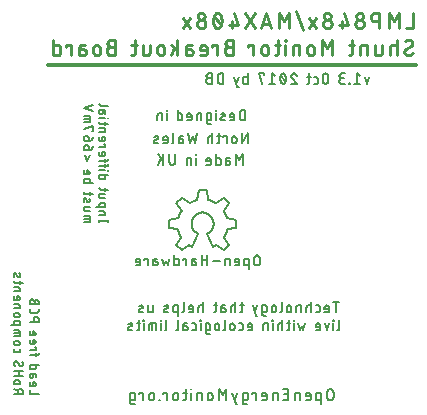
<source format=gbo>
G75*
%MOIN*%
%OFA0B0*%
%FSLAX25Y25*%
%IPPOS*%
%LPD*%
%AMOC8*
5,1,8,0,0,1.08239X$1,22.5*
%
%ADD10C,0.00700*%
%ADD11C,0.00600*%
%ADD12C,0.00900*%
%ADD13C,0.01200*%
%ADD14C,0.00500*%
D10*
X0088966Y0009616D02*
X0088966Y0012783D01*
X0090021Y0012783D01*
X0090068Y0012781D01*
X0090115Y0012776D01*
X0090162Y0012767D01*
X0090208Y0012755D01*
X0090252Y0012739D01*
X0090296Y0012720D01*
X0090338Y0012698D01*
X0090378Y0012673D01*
X0090416Y0012645D01*
X0090452Y0012614D01*
X0090485Y0012581D01*
X0090516Y0012545D01*
X0090544Y0012507D01*
X0090569Y0012467D01*
X0090591Y0012425D01*
X0090610Y0012381D01*
X0090626Y0012337D01*
X0090638Y0012291D01*
X0090647Y0012244D01*
X0090652Y0012197D01*
X0090654Y0012150D01*
X0090655Y0012150D02*
X0090655Y0010883D01*
X0090654Y0010883D02*
X0090652Y0010836D01*
X0090647Y0010789D01*
X0090638Y0010742D01*
X0090626Y0010696D01*
X0090610Y0010652D01*
X0090591Y0010608D01*
X0090569Y0010567D01*
X0090544Y0010526D01*
X0090516Y0010488D01*
X0090485Y0010452D01*
X0090452Y0010419D01*
X0090416Y0010388D01*
X0090378Y0010360D01*
X0090338Y0010335D01*
X0090296Y0010313D01*
X0090252Y0010294D01*
X0090208Y0010278D01*
X0090162Y0010266D01*
X0090115Y0010257D01*
X0090068Y0010252D01*
X0090021Y0010250D01*
X0088966Y0010250D01*
X0088966Y0009616D02*
X0088968Y0009569D01*
X0088973Y0009522D01*
X0088982Y0009475D01*
X0088994Y0009429D01*
X0089010Y0009385D01*
X0089029Y0009341D01*
X0089051Y0009300D01*
X0089076Y0009259D01*
X0089104Y0009221D01*
X0089135Y0009185D01*
X0089168Y0009152D01*
X0089204Y0009121D01*
X0089242Y0009093D01*
X0089283Y0009068D01*
X0089324Y0009046D01*
X0089368Y0009027D01*
X0089412Y0009011D01*
X0089458Y0008999D01*
X0089505Y0008990D01*
X0089552Y0008985D01*
X0089599Y0008983D01*
X0090443Y0008983D01*
X0093289Y0010250D02*
X0093289Y0012783D01*
X0092023Y0012783D01*
X0092023Y0012361D01*
X0095280Y0011939D02*
X0095280Y0011094D01*
X0095282Y0011038D01*
X0095288Y0010982D01*
X0095297Y0010926D01*
X0095310Y0010871D01*
X0095327Y0010817D01*
X0095347Y0010765D01*
X0095371Y0010713D01*
X0095398Y0010664D01*
X0095428Y0010616D01*
X0095462Y0010571D01*
X0095498Y0010528D01*
X0095537Y0010487D01*
X0095579Y0010449D01*
X0095623Y0010415D01*
X0095670Y0010383D01*
X0095718Y0010354D01*
X0095769Y0010328D01*
X0095821Y0010306D01*
X0095874Y0010288D01*
X0095928Y0010273D01*
X0095984Y0010262D01*
X0096040Y0010254D01*
X0096096Y0010250D01*
X0096152Y0010250D01*
X0096208Y0010254D01*
X0096264Y0010262D01*
X0096320Y0010273D01*
X0096374Y0010288D01*
X0096427Y0010306D01*
X0096479Y0010328D01*
X0096530Y0010354D01*
X0096578Y0010383D01*
X0096625Y0010415D01*
X0096669Y0010449D01*
X0096711Y0010487D01*
X0096750Y0010528D01*
X0096786Y0010571D01*
X0096820Y0010616D01*
X0096850Y0010664D01*
X0096877Y0010713D01*
X0096901Y0010765D01*
X0096921Y0010817D01*
X0096938Y0010871D01*
X0096951Y0010926D01*
X0096960Y0010982D01*
X0096966Y0011038D01*
X0096968Y0011094D01*
X0096969Y0011094D02*
X0096969Y0011939D01*
X0096968Y0011939D02*
X0096966Y0011995D01*
X0096960Y0012051D01*
X0096951Y0012107D01*
X0096938Y0012162D01*
X0096921Y0012216D01*
X0096901Y0012268D01*
X0096877Y0012320D01*
X0096850Y0012369D01*
X0096820Y0012417D01*
X0096786Y0012462D01*
X0096750Y0012505D01*
X0096711Y0012546D01*
X0096669Y0012584D01*
X0096625Y0012618D01*
X0096578Y0012650D01*
X0096530Y0012679D01*
X0096479Y0012705D01*
X0096427Y0012727D01*
X0096374Y0012745D01*
X0096320Y0012760D01*
X0096264Y0012771D01*
X0096208Y0012779D01*
X0096152Y0012783D01*
X0096096Y0012783D01*
X0096040Y0012779D01*
X0095984Y0012771D01*
X0095928Y0012760D01*
X0095874Y0012745D01*
X0095821Y0012727D01*
X0095769Y0012705D01*
X0095718Y0012679D01*
X0095670Y0012650D01*
X0095623Y0012618D01*
X0095579Y0012584D01*
X0095537Y0012546D01*
X0095498Y0012505D01*
X0095462Y0012462D01*
X0095428Y0012417D01*
X0095398Y0012369D01*
X0095371Y0012320D01*
X0095347Y0012268D01*
X0095327Y0012216D01*
X0095310Y0012162D01*
X0095297Y0012107D01*
X0095288Y0012051D01*
X0095282Y0011995D01*
X0095280Y0011939D01*
X0098584Y0010461D02*
X0098584Y0010250D01*
X0098795Y0010250D01*
X0098795Y0010461D01*
X0098584Y0010461D01*
X0099987Y0012361D02*
X0099987Y0012783D01*
X0101254Y0012783D01*
X0101254Y0010250D01*
X0103245Y0011094D02*
X0103245Y0011939D01*
X0103247Y0011995D01*
X0103253Y0012051D01*
X0103262Y0012107D01*
X0103275Y0012162D01*
X0103292Y0012216D01*
X0103312Y0012268D01*
X0103336Y0012320D01*
X0103363Y0012369D01*
X0103393Y0012417D01*
X0103427Y0012462D01*
X0103463Y0012505D01*
X0103502Y0012546D01*
X0103544Y0012584D01*
X0103588Y0012618D01*
X0103635Y0012650D01*
X0103683Y0012679D01*
X0103734Y0012705D01*
X0103786Y0012727D01*
X0103839Y0012745D01*
X0103893Y0012760D01*
X0103949Y0012771D01*
X0104005Y0012779D01*
X0104061Y0012783D01*
X0104117Y0012783D01*
X0104173Y0012779D01*
X0104229Y0012771D01*
X0104285Y0012760D01*
X0104339Y0012745D01*
X0104392Y0012727D01*
X0104444Y0012705D01*
X0104495Y0012679D01*
X0104543Y0012650D01*
X0104590Y0012618D01*
X0104634Y0012584D01*
X0104676Y0012546D01*
X0104715Y0012505D01*
X0104751Y0012462D01*
X0104785Y0012417D01*
X0104815Y0012369D01*
X0104842Y0012320D01*
X0104866Y0012268D01*
X0104886Y0012216D01*
X0104903Y0012162D01*
X0104916Y0012107D01*
X0104925Y0012051D01*
X0104931Y0011995D01*
X0104933Y0011939D01*
X0104934Y0011939D02*
X0104934Y0011094D01*
X0104933Y0011094D02*
X0104931Y0011038D01*
X0104925Y0010982D01*
X0104916Y0010926D01*
X0104903Y0010871D01*
X0104886Y0010817D01*
X0104866Y0010765D01*
X0104842Y0010713D01*
X0104815Y0010664D01*
X0104785Y0010616D01*
X0104751Y0010571D01*
X0104715Y0010528D01*
X0104676Y0010487D01*
X0104634Y0010449D01*
X0104590Y0010415D01*
X0104543Y0010383D01*
X0104495Y0010354D01*
X0104444Y0010328D01*
X0104392Y0010306D01*
X0104339Y0010288D01*
X0104285Y0010273D01*
X0104229Y0010262D01*
X0104173Y0010254D01*
X0104117Y0010250D01*
X0104061Y0010250D01*
X0104005Y0010254D01*
X0103949Y0010262D01*
X0103893Y0010273D01*
X0103839Y0010288D01*
X0103786Y0010306D01*
X0103734Y0010328D01*
X0103683Y0010354D01*
X0103635Y0010383D01*
X0103588Y0010415D01*
X0103544Y0010449D01*
X0103502Y0010487D01*
X0103463Y0010528D01*
X0103427Y0010571D01*
X0103393Y0010616D01*
X0103363Y0010664D01*
X0103336Y0010713D01*
X0103312Y0010765D01*
X0103292Y0010817D01*
X0103275Y0010871D01*
X0103262Y0010926D01*
X0103253Y0010982D01*
X0103247Y0011038D01*
X0103245Y0011094D01*
X0106609Y0010250D02*
X0106820Y0010250D01*
X0106870Y0010252D01*
X0106919Y0010258D01*
X0106968Y0010267D01*
X0107016Y0010281D01*
X0107062Y0010298D01*
X0107107Y0010319D01*
X0107151Y0010343D01*
X0107192Y0010371D01*
X0107231Y0010402D01*
X0107268Y0010435D01*
X0107301Y0010472D01*
X0107332Y0010511D01*
X0107360Y0010552D01*
X0107384Y0010596D01*
X0107405Y0010641D01*
X0107422Y0010687D01*
X0107436Y0010735D01*
X0107445Y0010784D01*
X0107451Y0010833D01*
X0107453Y0010883D01*
X0107454Y0010883D02*
X0107454Y0014050D01*
X0107876Y0012783D02*
X0106609Y0012783D01*
X0109219Y0012783D02*
X0109219Y0010250D01*
X0111075Y0010250D02*
X0111075Y0012150D01*
X0111077Y0012200D01*
X0111083Y0012249D01*
X0111092Y0012298D01*
X0111106Y0012346D01*
X0111123Y0012392D01*
X0111144Y0012437D01*
X0111168Y0012481D01*
X0111196Y0012522D01*
X0111227Y0012561D01*
X0111260Y0012598D01*
X0111297Y0012631D01*
X0111336Y0012662D01*
X0111377Y0012690D01*
X0111421Y0012714D01*
X0111466Y0012735D01*
X0111512Y0012752D01*
X0111560Y0012766D01*
X0111609Y0012775D01*
X0111658Y0012781D01*
X0111708Y0012783D01*
X0112764Y0012783D01*
X0112764Y0010250D01*
X0114720Y0011094D02*
X0114720Y0011939D01*
X0114722Y0011995D01*
X0114728Y0012051D01*
X0114737Y0012107D01*
X0114750Y0012162D01*
X0114767Y0012216D01*
X0114787Y0012268D01*
X0114811Y0012320D01*
X0114838Y0012369D01*
X0114868Y0012417D01*
X0114902Y0012462D01*
X0114938Y0012505D01*
X0114977Y0012546D01*
X0115019Y0012584D01*
X0115063Y0012618D01*
X0115110Y0012650D01*
X0115158Y0012679D01*
X0115209Y0012705D01*
X0115261Y0012727D01*
X0115314Y0012745D01*
X0115368Y0012760D01*
X0115424Y0012771D01*
X0115480Y0012779D01*
X0115536Y0012783D01*
X0115592Y0012783D01*
X0115648Y0012779D01*
X0115704Y0012771D01*
X0115760Y0012760D01*
X0115814Y0012745D01*
X0115867Y0012727D01*
X0115919Y0012705D01*
X0115970Y0012679D01*
X0116018Y0012650D01*
X0116065Y0012618D01*
X0116109Y0012584D01*
X0116151Y0012546D01*
X0116190Y0012505D01*
X0116226Y0012462D01*
X0116260Y0012417D01*
X0116290Y0012369D01*
X0116317Y0012320D01*
X0116341Y0012268D01*
X0116361Y0012216D01*
X0116378Y0012162D01*
X0116391Y0012107D01*
X0116400Y0012051D01*
X0116406Y0011995D01*
X0116408Y0011939D01*
X0116409Y0011939D02*
X0116409Y0011094D01*
X0116408Y0011094D02*
X0116406Y0011038D01*
X0116400Y0010982D01*
X0116391Y0010926D01*
X0116378Y0010871D01*
X0116361Y0010817D01*
X0116341Y0010765D01*
X0116317Y0010713D01*
X0116290Y0010664D01*
X0116260Y0010616D01*
X0116226Y0010571D01*
X0116190Y0010528D01*
X0116151Y0010487D01*
X0116109Y0010449D01*
X0116065Y0010415D01*
X0116018Y0010383D01*
X0115970Y0010354D01*
X0115919Y0010328D01*
X0115867Y0010306D01*
X0115814Y0010288D01*
X0115760Y0010273D01*
X0115704Y0010262D01*
X0115648Y0010254D01*
X0115592Y0010250D01*
X0115536Y0010250D01*
X0115480Y0010254D01*
X0115424Y0010262D01*
X0115368Y0010273D01*
X0115314Y0010288D01*
X0115261Y0010306D01*
X0115209Y0010328D01*
X0115158Y0010354D01*
X0115110Y0010383D01*
X0115063Y0010415D01*
X0115019Y0010449D01*
X0114977Y0010487D01*
X0114938Y0010528D01*
X0114902Y0010571D01*
X0114868Y0010616D01*
X0114838Y0010664D01*
X0114811Y0010713D01*
X0114787Y0010765D01*
X0114767Y0010817D01*
X0114750Y0010871D01*
X0114737Y0010926D01*
X0114728Y0010982D01*
X0114722Y0011038D01*
X0114720Y0011094D01*
X0118483Y0010250D02*
X0118483Y0014050D01*
X0119749Y0011939D01*
X0121016Y0014050D01*
X0121016Y0010250D01*
X0123799Y0010250D02*
X0124644Y0012783D01*
X0122955Y0012783D02*
X0124221Y0008983D01*
X0124644Y0008983D01*
X0126495Y0009616D02*
X0126495Y0012783D01*
X0127551Y0012783D01*
X0127598Y0012781D01*
X0127645Y0012776D01*
X0127692Y0012767D01*
X0127738Y0012755D01*
X0127782Y0012739D01*
X0127826Y0012720D01*
X0127868Y0012698D01*
X0127908Y0012673D01*
X0127946Y0012645D01*
X0127982Y0012614D01*
X0128015Y0012581D01*
X0128046Y0012545D01*
X0128074Y0012507D01*
X0128099Y0012467D01*
X0128121Y0012425D01*
X0128140Y0012381D01*
X0128156Y0012337D01*
X0128168Y0012291D01*
X0128177Y0012244D01*
X0128182Y0012197D01*
X0128184Y0012150D01*
X0128184Y0010883D01*
X0128182Y0010836D01*
X0128177Y0010789D01*
X0128168Y0010742D01*
X0128156Y0010696D01*
X0128140Y0010652D01*
X0128121Y0010608D01*
X0128099Y0010567D01*
X0128074Y0010526D01*
X0128046Y0010488D01*
X0128015Y0010452D01*
X0127982Y0010419D01*
X0127946Y0010388D01*
X0127908Y0010360D01*
X0127868Y0010335D01*
X0127826Y0010313D01*
X0127782Y0010294D01*
X0127738Y0010278D01*
X0127692Y0010266D01*
X0127645Y0010257D01*
X0127598Y0010252D01*
X0127551Y0010250D01*
X0126495Y0010250D01*
X0126496Y0009616D02*
X0126498Y0009569D01*
X0126503Y0009522D01*
X0126512Y0009475D01*
X0126524Y0009429D01*
X0126540Y0009385D01*
X0126559Y0009341D01*
X0126581Y0009300D01*
X0126606Y0009259D01*
X0126634Y0009221D01*
X0126665Y0009185D01*
X0126698Y0009152D01*
X0126734Y0009121D01*
X0126772Y0009093D01*
X0126813Y0009068D01*
X0126854Y0009046D01*
X0126898Y0009027D01*
X0126942Y0009011D01*
X0126988Y0008999D01*
X0127035Y0008990D01*
X0127082Y0008985D01*
X0127129Y0008983D01*
X0127973Y0008983D01*
X0130819Y0010250D02*
X0130819Y0012783D01*
X0129552Y0012783D01*
X0129552Y0012361D01*
X0132810Y0011939D02*
X0132810Y0011516D01*
X0134499Y0011516D01*
X0134499Y0011939D02*
X0134499Y0010883D01*
X0134498Y0010883D02*
X0134496Y0010836D01*
X0134491Y0010789D01*
X0134482Y0010742D01*
X0134470Y0010696D01*
X0134454Y0010652D01*
X0134435Y0010608D01*
X0134413Y0010567D01*
X0134388Y0010526D01*
X0134360Y0010488D01*
X0134329Y0010452D01*
X0134296Y0010419D01*
X0134260Y0010388D01*
X0134222Y0010360D01*
X0134182Y0010335D01*
X0134140Y0010313D01*
X0134096Y0010294D01*
X0134052Y0010278D01*
X0134006Y0010266D01*
X0133959Y0010257D01*
X0133912Y0010252D01*
X0133865Y0010250D01*
X0132810Y0010250D01*
X0132810Y0011939D02*
X0132812Y0011995D01*
X0132818Y0012051D01*
X0132827Y0012107D01*
X0132840Y0012162D01*
X0132857Y0012216D01*
X0132877Y0012268D01*
X0132901Y0012320D01*
X0132928Y0012369D01*
X0132958Y0012417D01*
X0132992Y0012462D01*
X0133028Y0012505D01*
X0133067Y0012546D01*
X0133109Y0012584D01*
X0133153Y0012618D01*
X0133200Y0012650D01*
X0133248Y0012679D01*
X0133299Y0012705D01*
X0133351Y0012727D01*
X0133404Y0012745D01*
X0133458Y0012760D01*
X0133514Y0012771D01*
X0133570Y0012779D01*
X0133626Y0012783D01*
X0133682Y0012783D01*
X0133738Y0012779D01*
X0133794Y0012771D01*
X0133850Y0012760D01*
X0133904Y0012745D01*
X0133957Y0012727D01*
X0134009Y0012705D01*
X0134060Y0012679D01*
X0134108Y0012650D01*
X0134155Y0012618D01*
X0134199Y0012584D01*
X0134241Y0012546D01*
X0134280Y0012505D01*
X0134316Y0012462D01*
X0134350Y0012417D01*
X0134380Y0012369D01*
X0134407Y0012320D01*
X0134431Y0012268D01*
X0134451Y0012216D01*
X0134468Y0012162D01*
X0134481Y0012107D01*
X0134490Y0012051D01*
X0134496Y0011995D01*
X0134498Y0011939D01*
X0136455Y0012150D02*
X0136455Y0010250D01*
X0138144Y0010250D02*
X0138144Y0012783D01*
X0137088Y0012783D01*
X0137038Y0012781D01*
X0136989Y0012775D01*
X0136940Y0012766D01*
X0136892Y0012752D01*
X0136846Y0012735D01*
X0136801Y0012714D01*
X0136757Y0012690D01*
X0136716Y0012662D01*
X0136677Y0012631D01*
X0136640Y0012598D01*
X0136607Y0012561D01*
X0136576Y0012522D01*
X0136548Y0012481D01*
X0136524Y0012437D01*
X0136503Y0012392D01*
X0136486Y0012346D01*
X0136472Y0012298D01*
X0136463Y0012249D01*
X0136457Y0012200D01*
X0136455Y0012150D01*
X0140316Y0012361D02*
X0141583Y0012361D01*
X0141583Y0014050D02*
X0141583Y0010250D01*
X0139894Y0010250D01*
X0143745Y0010250D02*
X0143745Y0012150D01*
X0143747Y0012200D01*
X0143753Y0012249D01*
X0143762Y0012298D01*
X0143776Y0012346D01*
X0143793Y0012392D01*
X0143814Y0012437D01*
X0143838Y0012481D01*
X0143866Y0012522D01*
X0143897Y0012561D01*
X0143930Y0012598D01*
X0143967Y0012631D01*
X0144006Y0012662D01*
X0144047Y0012690D01*
X0144091Y0012714D01*
X0144136Y0012735D01*
X0144182Y0012752D01*
X0144230Y0012766D01*
X0144279Y0012775D01*
X0144328Y0012781D01*
X0144378Y0012783D01*
X0145434Y0012783D01*
X0145434Y0010250D01*
X0147390Y0010250D02*
X0148445Y0010250D01*
X0148492Y0010252D01*
X0148539Y0010257D01*
X0148586Y0010266D01*
X0148632Y0010278D01*
X0148676Y0010294D01*
X0148720Y0010313D01*
X0148762Y0010335D01*
X0148802Y0010360D01*
X0148840Y0010388D01*
X0148876Y0010419D01*
X0148909Y0010452D01*
X0148940Y0010488D01*
X0148968Y0010526D01*
X0148993Y0010567D01*
X0149015Y0010608D01*
X0149034Y0010652D01*
X0149050Y0010696D01*
X0149062Y0010742D01*
X0149071Y0010789D01*
X0149076Y0010836D01*
X0149078Y0010883D01*
X0149079Y0010883D02*
X0149079Y0011939D01*
X0149079Y0011516D02*
X0147390Y0011516D01*
X0147390Y0011939D01*
X0147392Y0011995D01*
X0147398Y0012051D01*
X0147407Y0012107D01*
X0147420Y0012162D01*
X0147437Y0012216D01*
X0147457Y0012268D01*
X0147481Y0012320D01*
X0147508Y0012369D01*
X0147538Y0012417D01*
X0147572Y0012462D01*
X0147608Y0012505D01*
X0147647Y0012546D01*
X0147689Y0012584D01*
X0147733Y0012618D01*
X0147780Y0012650D01*
X0147828Y0012679D01*
X0147879Y0012705D01*
X0147931Y0012727D01*
X0147984Y0012745D01*
X0148038Y0012760D01*
X0148094Y0012771D01*
X0148150Y0012779D01*
X0148206Y0012783D01*
X0148262Y0012783D01*
X0148318Y0012779D01*
X0148374Y0012771D01*
X0148430Y0012760D01*
X0148484Y0012745D01*
X0148537Y0012727D01*
X0148589Y0012705D01*
X0148640Y0012679D01*
X0148688Y0012650D01*
X0148735Y0012618D01*
X0148779Y0012584D01*
X0148821Y0012546D01*
X0148860Y0012505D01*
X0148896Y0012462D01*
X0148930Y0012417D01*
X0148960Y0012369D01*
X0148987Y0012320D01*
X0149011Y0012268D01*
X0149031Y0012216D01*
X0149048Y0012162D01*
X0149061Y0012107D01*
X0149070Y0012051D01*
X0149076Y0011995D01*
X0149078Y0011939D01*
X0150869Y0012150D02*
X0150869Y0010883D01*
X0150871Y0010836D01*
X0150876Y0010789D01*
X0150885Y0010742D01*
X0150897Y0010696D01*
X0150913Y0010652D01*
X0150932Y0010608D01*
X0150954Y0010567D01*
X0150979Y0010526D01*
X0151007Y0010488D01*
X0151038Y0010452D01*
X0151071Y0010419D01*
X0151107Y0010388D01*
X0151145Y0010360D01*
X0151186Y0010335D01*
X0151227Y0010313D01*
X0151271Y0010294D01*
X0151315Y0010278D01*
X0151361Y0010266D01*
X0151408Y0010257D01*
X0151455Y0010252D01*
X0151502Y0010250D01*
X0152558Y0010250D01*
X0152558Y0008983D02*
X0152558Y0012783D01*
X0151502Y0012783D01*
X0151452Y0012781D01*
X0151403Y0012775D01*
X0151354Y0012766D01*
X0151306Y0012752D01*
X0151260Y0012735D01*
X0151215Y0012714D01*
X0151171Y0012690D01*
X0151130Y0012662D01*
X0151091Y0012631D01*
X0151054Y0012598D01*
X0151021Y0012561D01*
X0150990Y0012522D01*
X0150962Y0012481D01*
X0150938Y0012437D01*
X0150917Y0012392D01*
X0150900Y0012346D01*
X0150886Y0012298D01*
X0150877Y0012249D01*
X0150871Y0012200D01*
X0150869Y0012150D01*
X0154603Y0012994D02*
X0154603Y0011305D01*
X0154605Y0011241D01*
X0154611Y0011178D01*
X0154620Y0011115D01*
X0154634Y0011052D01*
X0154651Y0010991D01*
X0154672Y0010931D01*
X0154696Y0010872D01*
X0154724Y0010814D01*
X0154755Y0010759D01*
X0154790Y0010705D01*
X0154828Y0010654D01*
X0154869Y0010605D01*
X0154912Y0010558D01*
X0154959Y0010515D01*
X0155008Y0010474D01*
X0155059Y0010436D01*
X0155113Y0010401D01*
X0155168Y0010370D01*
X0155226Y0010342D01*
X0155285Y0010318D01*
X0155345Y0010297D01*
X0155406Y0010280D01*
X0155469Y0010266D01*
X0155532Y0010257D01*
X0155595Y0010251D01*
X0155659Y0010249D01*
X0155723Y0010251D01*
X0155786Y0010257D01*
X0155849Y0010266D01*
X0155912Y0010280D01*
X0155973Y0010297D01*
X0156033Y0010318D01*
X0156092Y0010342D01*
X0156150Y0010370D01*
X0156205Y0010401D01*
X0156259Y0010436D01*
X0156310Y0010474D01*
X0156359Y0010515D01*
X0156406Y0010558D01*
X0156449Y0010605D01*
X0156490Y0010654D01*
X0156528Y0010705D01*
X0156563Y0010759D01*
X0156594Y0010814D01*
X0156622Y0010872D01*
X0156646Y0010931D01*
X0156667Y0010991D01*
X0156684Y0011052D01*
X0156698Y0011115D01*
X0156707Y0011178D01*
X0156713Y0011241D01*
X0156715Y0011305D01*
X0156715Y0012994D01*
X0156713Y0013058D01*
X0156707Y0013121D01*
X0156698Y0013184D01*
X0156684Y0013247D01*
X0156667Y0013308D01*
X0156646Y0013368D01*
X0156622Y0013427D01*
X0156594Y0013485D01*
X0156563Y0013540D01*
X0156528Y0013594D01*
X0156490Y0013645D01*
X0156449Y0013694D01*
X0156406Y0013741D01*
X0156359Y0013784D01*
X0156310Y0013825D01*
X0156259Y0013863D01*
X0156205Y0013898D01*
X0156150Y0013929D01*
X0156092Y0013957D01*
X0156033Y0013981D01*
X0155973Y0014002D01*
X0155912Y0014019D01*
X0155849Y0014033D01*
X0155786Y0014042D01*
X0155723Y0014048D01*
X0155659Y0014050D01*
X0155595Y0014048D01*
X0155532Y0014042D01*
X0155469Y0014033D01*
X0155406Y0014019D01*
X0155345Y0014002D01*
X0155285Y0013981D01*
X0155226Y0013957D01*
X0155168Y0013929D01*
X0155113Y0013898D01*
X0155059Y0013863D01*
X0155008Y0013825D01*
X0154959Y0013784D01*
X0154912Y0013741D01*
X0154869Y0013694D01*
X0154828Y0013645D01*
X0154790Y0013594D01*
X0154755Y0013540D01*
X0154724Y0013485D01*
X0154696Y0013427D01*
X0154672Y0013368D01*
X0154651Y0013308D01*
X0154634Y0013247D01*
X0154620Y0013184D01*
X0154611Y0013121D01*
X0154605Y0013058D01*
X0154603Y0012994D01*
X0141583Y0014050D02*
X0139894Y0014050D01*
X0109325Y0014050D02*
X0109114Y0014050D01*
X0109114Y0013839D01*
X0109325Y0013839D01*
X0109325Y0014050D01*
D11*
X0114650Y0032475D02*
X0115406Y0032475D01*
X0114650Y0032475D02*
X0114603Y0032477D01*
X0114557Y0032483D01*
X0114511Y0032492D01*
X0114466Y0032506D01*
X0114422Y0032523D01*
X0114380Y0032543D01*
X0114340Y0032567D01*
X0114302Y0032595D01*
X0114266Y0032625D01*
X0114233Y0032658D01*
X0114203Y0032694D01*
X0114175Y0032732D01*
X0114151Y0032772D01*
X0114131Y0032814D01*
X0114114Y0032858D01*
X0114100Y0032903D01*
X0114091Y0032949D01*
X0114085Y0032995D01*
X0114083Y0033042D01*
X0114084Y0033042D02*
X0114084Y0035875D01*
X0115028Y0035875D01*
X0115028Y0035876D02*
X0115075Y0035874D01*
X0115121Y0035868D01*
X0115167Y0035859D01*
X0115212Y0035845D01*
X0115256Y0035828D01*
X0115298Y0035808D01*
X0115338Y0035784D01*
X0115376Y0035756D01*
X0115412Y0035726D01*
X0115445Y0035693D01*
X0115475Y0035657D01*
X0115503Y0035619D01*
X0115527Y0035579D01*
X0115547Y0035537D01*
X0115564Y0035493D01*
X0115578Y0035448D01*
X0115587Y0035402D01*
X0115593Y0035356D01*
X0115595Y0035309D01*
X0115595Y0034175D01*
X0115593Y0034128D01*
X0115587Y0034082D01*
X0115578Y0034036D01*
X0115564Y0033991D01*
X0115547Y0033947D01*
X0115527Y0033905D01*
X0115503Y0033865D01*
X0115475Y0033827D01*
X0115445Y0033791D01*
X0115412Y0033758D01*
X0115376Y0033728D01*
X0115338Y0033700D01*
X0115298Y0033676D01*
X0115256Y0033656D01*
X0115212Y0033639D01*
X0115167Y0033625D01*
X0115121Y0033616D01*
X0115075Y0033610D01*
X0115028Y0033608D01*
X0115028Y0033609D02*
X0114084Y0033609D01*
X0112413Y0033609D02*
X0112413Y0035875D01*
X0112318Y0036820D02*
X0112507Y0036820D01*
X0112507Y0037009D01*
X0112318Y0037009D01*
X0112318Y0036820D01*
X0110882Y0035309D02*
X0110882Y0034175D01*
X0110880Y0034128D01*
X0110874Y0034082D01*
X0110865Y0034036D01*
X0110851Y0033991D01*
X0110834Y0033947D01*
X0110814Y0033905D01*
X0110790Y0033865D01*
X0110762Y0033827D01*
X0110732Y0033791D01*
X0110699Y0033758D01*
X0110663Y0033728D01*
X0110625Y0033700D01*
X0110585Y0033676D01*
X0110543Y0033656D01*
X0110499Y0033639D01*
X0110454Y0033625D01*
X0110408Y0033616D01*
X0110362Y0033610D01*
X0110315Y0033608D01*
X0110315Y0033609D02*
X0109560Y0033609D01*
X0110882Y0035309D02*
X0110880Y0035356D01*
X0110874Y0035402D01*
X0110865Y0035448D01*
X0110851Y0035493D01*
X0110834Y0035537D01*
X0110814Y0035579D01*
X0110790Y0035619D01*
X0110762Y0035657D01*
X0110732Y0035693D01*
X0110699Y0035726D01*
X0110663Y0035756D01*
X0110625Y0035784D01*
X0110585Y0035808D01*
X0110543Y0035828D01*
X0110499Y0035845D01*
X0110454Y0035859D01*
X0110408Y0035868D01*
X0110362Y0035874D01*
X0110315Y0035876D01*
X0110315Y0035875D02*
X0109560Y0035875D01*
X0107966Y0035875D02*
X0107210Y0035875D01*
X0107210Y0035876D02*
X0107163Y0035874D01*
X0107117Y0035868D01*
X0107071Y0035859D01*
X0107026Y0035845D01*
X0106982Y0035828D01*
X0106940Y0035808D01*
X0106900Y0035784D01*
X0106862Y0035756D01*
X0106826Y0035726D01*
X0106793Y0035693D01*
X0106763Y0035657D01*
X0106735Y0035619D01*
X0106711Y0035579D01*
X0106691Y0035537D01*
X0106674Y0035493D01*
X0106660Y0035448D01*
X0106651Y0035402D01*
X0106645Y0035356D01*
X0106643Y0035309D01*
X0106644Y0035309D02*
X0106644Y0033609D01*
X0107494Y0033609D01*
X0107545Y0033611D01*
X0107595Y0033617D01*
X0107645Y0033626D01*
X0107693Y0033640D01*
X0107741Y0033657D01*
X0107787Y0033678D01*
X0107832Y0033702D01*
X0107874Y0033729D01*
X0107915Y0033760D01*
X0107952Y0033794D01*
X0107987Y0033830D01*
X0108020Y0033869D01*
X0108049Y0033911D01*
X0108075Y0033954D01*
X0108097Y0034000D01*
X0108116Y0034047D01*
X0108131Y0034095D01*
X0108143Y0034144D01*
X0108151Y0034194D01*
X0108155Y0034245D01*
X0108155Y0034295D01*
X0108151Y0034346D01*
X0108143Y0034396D01*
X0108131Y0034445D01*
X0108116Y0034493D01*
X0108097Y0034540D01*
X0108075Y0034586D01*
X0108049Y0034629D01*
X0108020Y0034671D01*
X0107987Y0034710D01*
X0107952Y0034746D01*
X0107915Y0034780D01*
X0107874Y0034811D01*
X0107832Y0034838D01*
X0107787Y0034862D01*
X0107741Y0034883D01*
X0107693Y0034900D01*
X0107645Y0034914D01*
X0107595Y0034923D01*
X0107545Y0034929D01*
X0107494Y0034931D01*
X0106644Y0034931D01*
X0104873Y0034175D02*
X0104873Y0037009D01*
X0104777Y0038475D02*
X0104777Y0041875D01*
X0103833Y0041875D01*
X0103833Y0041876D02*
X0103786Y0041874D01*
X0103740Y0041868D01*
X0103694Y0041859D01*
X0103649Y0041845D01*
X0103605Y0041828D01*
X0103563Y0041808D01*
X0103523Y0041784D01*
X0103485Y0041756D01*
X0103449Y0041726D01*
X0103416Y0041693D01*
X0103386Y0041657D01*
X0103358Y0041619D01*
X0103334Y0041579D01*
X0103314Y0041537D01*
X0103297Y0041493D01*
X0103283Y0041448D01*
X0103274Y0041402D01*
X0103268Y0041356D01*
X0103266Y0041309D01*
X0103266Y0040175D01*
X0103268Y0040128D01*
X0103274Y0040082D01*
X0103283Y0040036D01*
X0103297Y0039991D01*
X0103314Y0039947D01*
X0103334Y0039905D01*
X0103358Y0039865D01*
X0103386Y0039827D01*
X0103416Y0039791D01*
X0103449Y0039758D01*
X0103485Y0039728D01*
X0103523Y0039700D01*
X0103563Y0039676D01*
X0103605Y0039656D01*
X0103649Y0039639D01*
X0103694Y0039625D01*
X0103740Y0039616D01*
X0103786Y0039610D01*
X0103833Y0039608D01*
X0103833Y0039609D02*
X0104777Y0039609D01*
X0106262Y0039608D02*
X0106309Y0039610D01*
X0106355Y0039616D01*
X0106401Y0039625D01*
X0106446Y0039639D01*
X0106490Y0039656D01*
X0106532Y0039676D01*
X0106572Y0039700D01*
X0106610Y0039728D01*
X0106646Y0039758D01*
X0106679Y0039791D01*
X0106709Y0039827D01*
X0106737Y0039865D01*
X0106761Y0039905D01*
X0106781Y0039947D01*
X0106798Y0039991D01*
X0106812Y0040036D01*
X0106821Y0040082D01*
X0106827Y0040128D01*
X0106829Y0040175D01*
X0106829Y0043009D01*
X0108453Y0041120D02*
X0108453Y0040742D01*
X0109964Y0040742D01*
X0109964Y0041120D02*
X0109964Y0040175D01*
X0109962Y0040128D01*
X0109956Y0040082D01*
X0109947Y0040036D01*
X0109933Y0039991D01*
X0109916Y0039947D01*
X0109896Y0039905D01*
X0109872Y0039865D01*
X0109844Y0039827D01*
X0109814Y0039791D01*
X0109781Y0039758D01*
X0109745Y0039728D01*
X0109707Y0039700D01*
X0109667Y0039676D01*
X0109625Y0039656D01*
X0109581Y0039639D01*
X0109536Y0039625D01*
X0109490Y0039616D01*
X0109444Y0039610D01*
X0109397Y0039608D01*
X0109397Y0039609D02*
X0108453Y0039609D01*
X0108452Y0041120D02*
X0108454Y0041174D01*
X0108460Y0041228D01*
X0108469Y0041281D01*
X0108483Y0041333D01*
X0108500Y0041384D01*
X0108520Y0041434D01*
X0108544Y0041482D01*
X0108572Y0041529D01*
X0108603Y0041573D01*
X0108637Y0041615D01*
X0108673Y0041655D01*
X0108713Y0041691D01*
X0108755Y0041725D01*
X0108799Y0041756D01*
X0108846Y0041784D01*
X0108894Y0041808D01*
X0108944Y0041828D01*
X0108995Y0041845D01*
X0109047Y0041859D01*
X0109100Y0041868D01*
X0109154Y0041874D01*
X0109208Y0041876D01*
X0109262Y0041874D01*
X0109316Y0041868D01*
X0109369Y0041859D01*
X0109421Y0041845D01*
X0109472Y0041828D01*
X0109522Y0041808D01*
X0109570Y0041784D01*
X0109617Y0041756D01*
X0109661Y0041725D01*
X0109703Y0041691D01*
X0109743Y0041655D01*
X0109779Y0041615D01*
X0109813Y0041573D01*
X0109844Y0041529D01*
X0109872Y0041482D01*
X0109896Y0041434D01*
X0109916Y0041384D01*
X0109933Y0041333D01*
X0109947Y0041281D01*
X0109956Y0041228D01*
X0109962Y0041174D01*
X0109964Y0041120D01*
X0111693Y0041309D02*
X0111693Y0039609D01*
X0113204Y0039609D02*
X0113204Y0043009D01*
X0113204Y0041875D02*
X0112260Y0041875D01*
X0112260Y0041876D02*
X0112213Y0041874D01*
X0112167Y0041868D01*
X0112121Y0041859D01*
X0112076Y0041845D01*
X0112032Y0041828D01*
X0111990Y0041808D01*
X0111950Y0041784D01*
X0111912Y0041756D01*
X0111876Y0041726D01*
X0111843Y0041693D01*
X0111813Y0041657D01*
X0111785Y0041619D01*
X0111761Y0041579D01*
X0111741Y0041537D01*
X0111724Y0041493D01*
X0111710Y0041448D01*
X0111701Y0041402D01*
X0111695Y0041356D01*
X0111693Y0041309D01*
X0116724Y0041875D02*
X0117857Y0041875D01*
X0117479Y0043009D02*
X0117479Y0040175D01*
X0117477Y0040128D01*
X0117471Y0040082D01*
X0117462Y0040036D01*
X0117448Y0039991D01*
X0117431Y0039947D01*
X0117411Y0039905D01*
X0117387Y0039865D01*
X0117359Y0039827D01*
X0117329Y0039791D01*
X0117296Y0039758D01*
X0117260Y0039728D01*
X0117222Y0039700D01*
X0117182Y0039676D01*
X0117140Y0039656D01*
X0117096Y0039639D01*
X0117051Y0039625D01*
X0117005Y0039616D01*
X0116959Y0039610D01*
X0116912Y0039608D01*
X0116912Y0039609D02*
X0116724Y0039609D01*
X0119279Y0039609D02*
X0119279Y0041309D01*
X0119279Y0040931D02*
X0120129Y0040931D01*
X0119279Y0041309D02*
X0119281Y0041356D01*
X0119287Y0041402D01*
X0119296Y0041448D01*
X0119310Y0041493D01*
X0119327Y0041537D01*
X0119347Y0041579D01*
X0119371Y0041619D01*
X0119399Y0041657D01*
X0119429Y0041693D01*
X0119462Y0041726D01*
X0119498Y0041756D01*
X0119536Y0041784D01*
X0119576Y0041808D01*
X0119618Y0041828D01*
X0119662Y0041845D01*
X0119707Y0041859D01*
X0119753Y0041868D01*
X0119799Y0041874D01*
X0119846Y0041876D01*
X0119846Y0041875D02*
X0120602Y0041875D01*
X0120129Y0040931D02*
X0120180Y0040929D01*
X0120230Y0040923D01*
X0120280Y0040914D01*
X0120328Y0040900D01*
X0120376Y0040883D01*
X0120422Y0040862D01*
X0120467Y0040838D01*
X0120509Y0040811D01*
X0120550Y0040780D01*
X0120587Y0040746D01*
X0120622Y0040710D01*
X0120655Y0040671D01*
X0120684Y0040629D01*
X0120710Y0040586D01*
X0120732Y0040540D01*
X0120751Y0040493D01*
X0120766Y0040445D01*
X0120778Y0040396D01*
X0120786Y0040346D01*
X0120790Y0040295D01*
X0120790Y0040245D01*
X0120786Y0040194D01*
X0120778Y0040144D01*
X0120766Y0040095D01*
X0120751Y0040047D01*
X0120732Y0040000D01*
X0120710Y0039954D01*
X0120684Y0039911D01*
X0120655Y0039869D01*
X0120622Y0039830D01*
X0120587Y0039794D01*
X0120550Y0039760D01*
X0120509Y0039729D01*
X0120467Y0039702D01*
X0120422Y0039678D01*
X0120376Y0039657D01*
X0120328Y0039640D01*
X0120280Y0039626D01*
X0120230Y0039617D01*
X0120180Y0039611D01*
X0120129Y0039609D01*
X0119279Y0039609D01*
X0120593Y0037009D02*
X0120593Y0034175D01*
X0120591Y0034128D01*
X0120585Y0034082D01*
X0120576Y0034036D01*
X0120562Y0033991D01*
X0120545Y0033947D01*
X0120525Y0033905D01*
X0120501Y0033865D01*
X0120473Y0033827D01*
X0120443Y0033791D01*
X0120410Y0033758D01*
X0120374Y0033728D01*
X0120336Y0033700D01*
X0120296Y0033676D01*
X0120254Y0033656D01*
X0120210Y0033639D01*
X0120165Y0033625D01*
X0120119Y0033616D01*
X0120073Y0033610D01*
X0120026Y0033608D01*
X0118688Y0034364D02*
X0118688Y0035120D01*
X0118686Y0035174D01*
X0118680Y0035228D01*
X0118671Y0035281D01*
X0118657Y0035333D01*
X0118640Y0035384D01*
X0118620Y0035434D01*
X0118596Y0035482D01*
X0118568Y0035529D01*
X0118537Y0035573D01*
X0118503Y0035615D01*
X0118467Y0035655D01*
X0118427Y0035691D01*
X0118385Y0035725D01*
X0118341Y0035756D01*
X0118294Y0035784D01*
X0118246Y0035808D01*
X0118196Y0035828D01*
X0118145Y0035845D01*
X0118093Y0035859D01*
X0118040Y0035868D01*
X0117986Y0035874D01*
X0117932Y0035876D01*
X0117878Y0035874D01*
X0117824Y0035868D01*
X0117771Y0035859D01*
X0117719Y0035845D01*
X0117668Y0035828D01*
X0117618Y0035808D01*
X0117570Y0035784D01*
X0117523Y0035756D01*
X0117479Y0035725D01*
X0117437Y0035691D01*
X0117397Y0035655D01*
X0117361Y0035615D01*
X0117327Y0035573D01*
X0117296Y0035529D01*
X0117268Y0035482D01*
X0117244Y0035434D01*
X0117224Y0035384D01*
X0117207Y0035333D01*
X0117193Y0035281D01*
X0117184Y0035228D01*
X0117178Y0035174D01*
X0117176Y0035120D01*
X0117177Y0035120D02*
X0117177Y0034364D01*
X0117176Y0034364D02*
X0117178Y0034310D01*
X0117184Y0034256D01*
X0117193Y0034203D01*
X0117207Y0034151D01*
X0117224Y0034100D01*
X0117244Y0034050D01*
X0117268Y0034002D01*
X0117296Y0033955D01*
X0117327Y0033911D01*
X0117361Y0033869D01*
X0117397Y0033829D01*
X0117437Y0033793D01*
X0117479Y0033759D01*
X0117523Y0033728D01*
X0117570Y0033700D01*
X0117618Y0033676D01*
X0117668Y0033656D01*
X0117719Y0033639D01*
X0117771Y0033625D01*
X0117824Y0033616D01*
X0117878Y0033610D01*
X0117932Y0033608D01*
X0117986Y0033610D01*
X0118040Y0033616D01*
X0118093Y0033625D01*
X0118145Y0033639D01*
X0118196Y0033656D01*
X0118246Y0033676D01*
X0118294Y0033700D01*
X0118341Y0033728D01*
X0118385Y0033759D01*
X0118427Y0033793D01*
X0118467Y0033829D01*
X0118503Y0033869D01*
X0118537Y0033911D01*
X0118568Y0033955D01*
X0118596Y0034002D01*
X0118620Y0034050D01*
X0118640Y0034100D01*
X0118657Y0034151D01*
X0118671Y0034203D01*
X0118680Y0034256D01*
X0118686Y0034310D01*
X0118688Y0034364D01*
X0122217Y0034364D02*
X0122217Y0035120D01*
X0122216Y0035120D02*
X0122218Y0035174D01*
X0122224Y0035228D01*
X0122233Y0035281D01*
X0122247Y0035333D01*
X0122264Y0035384D01*
X0122284Y0035434D01*
X0122308Y0035482D01*
X0122336Y0035529D01*
X0122367Y0035573D01*
X0122401Y0035615D01*
X0122437Y0035655D01*
X0122477Y0035691D01*
X0122519Y0035725D01*
X0122563Y0035756D01*
X0122610Y0035784D01*
X0122658Y0035808D01*
X0122708Y0035828D01*
X0122759Y0035845D01*
X0122811Y0035859D01*
X0122864Y0035868D01*
X0122918Y0035874D01*
X0122972Y0035876D01*
X0123026Y0035874D01*
X0123080Y0035868D01*
X0123133Y0035859D01*
X0123185Y0035845D01*
X0123236Y0035828D01*
X0123286Y0035808D01*
X0123334Y0035784D01*
X0123381Y0035756D01*
X0123425Y0035725D01*
X0123467Y0035691D01*
X0123507Y0035655D01*
X0123543Y0035615D01*
X0123577Y0035573D01*
X0123608Y0035529D01*
X0123636Y0035482D01*
X0123660Y0035434D01*
X0123680Y0035384D01*
X0123697Y0035333D01*
X0123711Y0035281D01*
X0123720Y0035228D01*
X0123726Y0035174D01*
X0123728Y0035120D01*
X0123728Y0034364D01*
X0123726Y0034310D01*
X0123720Y0034256D01*
X0123711Y0034203D01*
X0123697Y0034151D01*
X0123680Y0034100D01*
X0123660Y0034050D01*
X0123636Y0034002D01*
X0123608Y0033955D01*
X0123577Y0033911D01*
X0123543Y0033869D01*
X0123507Y0033829D01*
X0123467Y0033793D01*
X0123425Y0033759D01*
X0123381Y0033728D01*
X0123334Y0033700D01*
X0123286Y0033676D01*
X0123236Y0033656D01*
X0123185Y0033639D01*
X0123133Y0033625D01*
X0123080Y0033616D01*
X0123026Y0033610D01*
X0122972Y0033608D01*
X0122918Y0033610D01*
X0122864Y0033616D01*
X0122811Y0033625D01*
X0122759Y0033639D01*
X0122708Y0033656D01*
X0122658Y0033676D01*
X0122610Y0033700D01*
X0122563Y0033728D01*
X0122519Y0033759D01*
X0122477Y0033793D01*
X0122437Y0033829D01*
X0122401Y0033869D01*
X0122367Y0033911D01*
X0122336Y0033955D01*
X0122308Y0034002D01*
X0122284Y0034050D01*
X0122264Y0034100D01*
X0122247Y0034151D01*
X0122233Y0034203D01*
X0122224Y0034256D01*
X0122218Y0034310D01*
X0122216Y0034364D01*
X0125160Y0033609D02*
X0125915Y0033609D01*
X0125915Y0033608D02*
X0125962Y0033610D01*
X0126008Y0033616D01*
X0126054Y0033625D01*
X0126099Y0033639D01*
X0126143Y0033656D01*
X0126185Y0033676D01*
X0126225Y0033700D01*
X0126263Y0033728D01*
X0126299Y0033758D01*
X0126332Y0033791D01*
X0126362Y0033827D01*
X0126390Y0033865D01*
X0126414Y0033905D01*
X0126434Y0033947D01*
X0126451Y0033991D01*
X0126465Y0034036D01*
X0126474Y0034082D01*
X0126480Y0034128D01*
X0126482Y0034175D01*
X0126482Y0035309D01*
X0126480Y0035356D01*
X0126474Y0035402D01*
X0126465Y0035448D01*
X0126451Y0035493D01*
X0126434Y0035537D01*
X0126414Y0035579D01*
X0126390Y0035619D01*
X0126362Y0035657D01*
X0126332Y0035693D01*
X0126299Y0035726D01*
X0126263Y0035756D01*
X0126225Y0035784D01*
X0126185Y0035808D01*
X0126143Y0035828D01*
X0126099Y0035845D01*
X0126054Y0035859D01*
X0126008Y0035868D01*
X0125962Y0035874D01*
X0125915Y0035876D01*
X0125915Y0035875D02*
X0125160Y0035875D01*
X0128097Y0035120D02*
X0128097Y0034742D01*
X0129608Y0034742D01*
X0129608Y0035120D02*
X0129608Y0034175D01*
X0129606Y0034128D01*
X0129600Y0034082D01*
X0129591Y0034036D01*
X0129577Y0033991D01*
X0129560Y0033947D01*
X0129540Y0033905D01*
X0129516Y0033865D01*
X0129488Y0033827D01*
X0129458Y0033791D01*
X0129425Y0033758D01*
X0129389Y0033728D01*
X0129351Y0033700D01*
X0129311Y0033676D01*
X0129269Y0033656D01*
X0129225Y0033639D01*
X0129180Y0033625D01*
X0129134Y0033616D01*
X0129088Y0033610D01*
X0129041Y0033608D01*
X0129041Y0033609D02*
X0128097Y0033609D01*
X0128096Y0035120D02*
X0128098Y0035174D01*
X0128104Y0035228D01*
X0128113Y0035281D01*
X0128127Y0035333D01*
X0128144Y0035384D01*
X0128164Y0035434D01*
X0128188Y0035482D01*
X0128216Y0035529D01*
X0128247Y0035573D01*
X0128281Y0035615D01*
X0128317Y0035655D01*
X0128357Y0035691D01*
X0128399Y0035725D01*
X0128443Y0035756D01*
X0128490Y0035784D01*
X0128538Y0035808D01*
X0128588Y0035828D01*
X0128639Y0035845D01*
X0128691Y0035859D01*
X0128744Y0035868D01*
X0128798Y0035874D01*
X0128852Y0035876D01*
X0128906Y0035874D01*
X0128960Y0035868D01*
X0129013Y0035859D01*
X0129065Y0035845D01*
X0129116Y0035828D01*
X0129166Y0035808D01*
X0129214Y0035784D01*
X0129261Y0035756D01*
X0129305Y0035725D01*
X0129347Y0035691D01*
X0129387Y0035655D01*
X0129423Y0035615D01*
X0129457Y0035573D01*
X0129488Y0035529D01*
X0129516Y0035482D01*
X0129540Y0035434D01*
X0129560Y0035384D01*
X0129577Y0035333D01*
X0129591Y0035281D01*
X0129600Y0035228D01*
X0129606Y0035174D01*
X0129608Y0035120D01*
X0130946Y0038475D02*
X0129813Y0041875D01*
X0131324Y0041875D02*
X0130568Y0039609D01*
X0130946Y0038475D02*
X0131324Y0038475D01*
X0132959Y0039042D02*
X0132959Y0041875D01*
X0133904Y0041875D01*
X0133904Y0041876D02*
X0133951Y0041874D01*
X0133997Y0041868D01*
X0134043Y0041859D01*
X0134088Y0041845D01*
X0134132Y0041828D01*
X0134174Y0041808D01*
X0134214Y0041784D01*
X0134252Y0041756D01*
X0134288Y0041726D01*
X0134321Y0041693D01*
X0134351Y0041657D01*
X0134379Y0041619D01*
X0134403Y0041579D01*
X0134423Y0041537D01*
X0134440Y0041493D01*
X0134454Y0041448D01*
X0134463Y0041402D01*
X0134469Y0041356D01*
X0134471Y0041309D01*
X0134470Y0041309D02*
X0134470Y0040175D01*
X0134471Y0040175D02*
X0134469Y0040128D01*
X0134463Y0040082D01*
X0134454Y0040036D01*
X0134440Y0039991D01*
X0134423Y0039947D01*
X0134403Y0039905D01*
X0134379Y0039865D01*
X0134351Y0039827D01*
X0134321Y0039791D01*
X0134288Y0039758D01*
X0134252Y0039728D01*
X0134214Y0039700D01*
X0134174Y0039676D01*
X0134132Y0039656D01*
X0134088Y0039639D01*
X0134043Y0039625D01*
X0133997Y0039616D01*
X0133951Y0039610D01*
X0133904Y0039608D01*
X0133904Y0039609D02*
X0132959Y0039609D01*
X0132959Y0039042D02*
X0132961Y0038995D01*
X0132967Y0038949D01*
X0132976Y0038903D01*
X0132990Y0038858D01*
X0133007Y0038814D01*
X0133027Y0038772D01*
X0133051Y0038732D01*
X0133079Y0038694D01*
X0133109Y0038658D01*
X0133142Y0038625D01*
X0133178Y0038595D01*
X0133216Y0038567D01*
X0133256Y0038543D01*
X0133298Y0038523D01*
X0133342Y0038506D01*
X0133387Y0038492D01*
X0133433Y0038483D01*
X0133479Y0038477D01*
X0133526Y0038475D01*
X0134282Y0038475D01*
X0136318Y0037009D02*
X0136318Y0036820D01*
X0136507Y0036820D01*
X0136507Y0037009D01*
X0136318Y0037009D01*
X0136412Y0035875D02*
X0136412Y0033609D01*
X0134768Y0033609D02*
X0134768Y0035875D01*
X0133824Y0035875D01*
X0133824Y0035876D02*
X0133777Y0035874D01*
X0133731Y0035868D01*
X0133685Y0035859D01*
X0133640Y0035845D01*
X0133596Y0035828D01*
X0133554Y0035808D01*
X0133514Y0035784D01*
X0133476Y0035756D01*
X0133440Y0035726D01*
X0133407Y0035693D01*
X0133377Y0035657D01*
X0133349Y0035619D01*
X0133325Y0035579D01*
X0133305Y0035537D01*
X0133288Y0035493D01*
X0133274Y0035448D01*
X0133265Y0035402D01*
X0133259Y0035356D01*
X0133257Y0035309D01*
X0133257Y0033609D01*
X0138057Y0033609D02*
X0138057Y0035309D01*
X0138056Y0035309D02*
X0138058Y0035356D01*
X0138064Y0035402D01*
X0138073Y0035448D01*
X0138087Y0035493D01*
X0138104Y0035537D01*
X0138124Y0035579D01*
X0138148Y0035619D01*
X0138176Y0035657D01*
X0138206Y0035693D01*
X0138239Y0035726D01*
X0138275Y0035756D01*
X0138313Y0035784D01*
X0138353Y0035808D01*
X0138395Y0035828D01*
X0138439Y0035845D01*
X0138484Y0035859D01*
X0138530Y0035868D01*
X0138576Y0035874D01*
X0138623Y0035876D01*
X0138623Y0035875D02*
X0139568Y0035875D01*
X0139568Y0037009D02*
X0139568Y0033609D01*
X0141168Y0033609D02*
X0141356Y0033609D01*
X0141356Y0033608D02*
X0141403Y0033610D01*
X0141449Y0033616D01*
X0141495Y0033625D01*
X0141540Y0033639D01*
X0141584Y0033656D01*
X0141626Y0033676D01*
X0141666Y0033700D01*
X0141704Y0033728D01*
X0141740Y0033758D01*
X0141773Y0033791D01*
X0141803Y0033827D01*
X0141831Y0033865D01*
X0141855Y0033905D01*
X0141875Y0033947D01*
X0141892Y0033991D01*
X0141906Y0034036D01*
X0141915Y0034082D01*
X0141921Y0034128D01*
X0141923Y0034175D01*
X0141923Y0037009D01*
X0142301Y0035875D02*
X0141168Y0035875D01*
X0143492Y0035875D02*
X0143492Y0033609D01*
X0145566Y0033609D02*
X0144999Y0035875D01*
X0146132Y0035120D02*
X0145566Y0033609D01*
X0146699Y0033609D02*
X0146132Y0035120D01*
X0147266Y0035875D02*
X0146699Y0033609D01*
X0150777Y0033609D02*
X0151721Y0033609D01*
X0151721Y0033608D02*
X0151768Y0033610D01*
X0151814Y0033616D01*
X0151860Y0033625D01*
X0151905Y0033639D01*
X0151949Y0033656D01*
X0151991Y0033676D01*
X0152031Y0033700D01*
X0152069Y0033728D01*
X0152105Y0033758D01*
X0152138Y0033791D01*
X0152168Y0033827D01*
X0152196Y0033865D01*
X0152220Y0033905D01*
X0152240Y0033947D01*
X0152257Y0033991D01*
X0152271Y0034036D01*
X0152280Y0034082D01*
X0152286Y0034128D01*
X0152288Y0034175D01*
X0152288Y0035120D01*
X0152288Y0034742D02*
X0150777Y0034742D01*
X0150777Y0035120D01*
X0150776Y0035120D02*
X0150778Y0035174D01*
X0150784Y0035228D01*
X0150793Y0035281D01*
X0150807Y0035333D01*
X0150824Y0035384D01*
X0150844Y0035434D01*
X0150868Y0035482D01*
X0150896Y0035529D01*
X0150927Y0035573D01*
X0150961Y0035615D01*
X0150997Y0035655D01*
X0151037Y0035691D01*
X0151079Y0035725D01*
X0151123Y0035756D01*
X0151170Y0035784D01*
X0151218Y0035808D01*
X0151268Y0035828D01*
X0151319Y0035845D01*
X0151371Y0035859D01*
X0151424Y0035868D01*
X0151478Y0035874D01*
X0151532Y0035876D01*
X0151586Y0035874D01*
X0151640Y0035868D01*
X0151693Y0035859D01*
X0151745Y0035845D01*
X0151796Y0035828D01*
X0151846Y0035808D01*
X0151894Y0035784D01*
X0151941Y0035756D01*
X0151985Y0035725D01*
X0152027Y0035691D01*
X0152067Y0035655D01*
X0152103Y0035615D01*
X0152137Y0035573D01*
X0152168Y0035529D01*
X0152196Y0035482D01*
X0152220Y0035434D01*
X0152240Y0035384D01*
X0152257Y0035333D01*
X0152271Y0035281D01*
X0152280Y0035228D01*
X0152286Y0035174D01*
X0152288Y0035120D01*
X0153777Y0035875D02*
X0154532Y0033609D01*
X0155288Y0035875D01*
X0156692Y0035875D02*
X0156692Y0033609D01*
X0157946Y0033608D02*
X0157993Y0033610D01*
X0158039Y0033616D01*
X0158085Y0033625D01*
X0158130Y0033639D01*
X0158174Y0033656D01*
X0158216Y0033676D01*
X0158256Y0033700D01*
X0158294Y0033728D01*
X0158330Y0033758D01*
X0158363Y0033791D01*
X0158393Y0033827D01*
X0158421Y0033865D01*
X0158445Y0033905D01*
X0158465Y0033947D01*
X0158482Y0033991D01*
X0158496Y0034036D01*
X0158505Y0034082D01*
X0158511Y0034128D01*
X0158513Y0034175D01*
X0158513Y0037009D01*
X0156787Y0037009D02*
X0156598Y0037009D01*
X0156598Y0036820D01*
X0156787Y0036820D01*
X0156787Y0037009D01*
X0157568Y0039609D02*
X0157568Y0043009D01*
X0156624Y0043009D02*
X0158513Y0043009D01*
X0155204Y0041120D02*
X0155204Y0040175D01*
X0155202Y0040128D01*
X0155196Y0040082D01*
X0155187Y0040036D01*
X0155173Y0039991D01*
X0155156Y0039947D01*
X0155136Y0039905D01*
X0155112Y0039865D01*
X0155084Y0039827D01*
X0155054Y0039791D01*
X0155021Y0039758D01*
X0154985Y0039728D01*
X0154947Y0039700D01*
X0154907Y0039676D01*
X0154865Y0039656D01*
X0154821Y0039639D01*
X0154776Y0039625D01*
X0154730Y0039616D01*
X0154684Y0039610D01*
X0154637Y0039608D01*
X0154637Y0039609D02*
X0153693Y0039609D01*
X0153693Y0040742D02*
X0155204Y0040742D01*
X0155204Y0041120D02*
X0155202Y0041174D01*
X0155196Y0041228D01*
X0155187Y0041281D01*
X0155173Y0041333D01*
X0155156Y0041384D01*
X0155136Y0041434D01*
X0155112Y0041482D01*
X0155084Y0041529D01*
X0155053Y0041573D01*
X0155019Y0041615D01*
X0154983Y0041655D01*
X0154943Y0041691D01*
X0154901Y0041725D01*
X0154857Y0041756D01*
X0154810Y0041784D01*
X0154762Y0041808D01*
X0154712Y0041828D01*
X0154661Y0041845D01*
X0154609Y0041859D01*
X0154556Y0041868D01*
X0154502Y0041874D01*
X0154448Y0041876D01*
X0154394Y0041874D01*
X0154340Y0041868D01*
X0154287Y0041859D01*
X0154235Y0041845D01*
X0154184Y0041828D01*
X0154134Y0041808D01*
X0154086Y0041784D01*
X0154039Y0041756D01*
X0153995Y0041725D01*
X0153953Y0041691D01*
X0153913Y0041655D01*
X0153877Y0041615D01*
X0153843Y0041573D01*
X0153812Y0041529D01*
X0153784Y0041482D01*
X0153760Y0041434D01*
X0153740Y0041384D01*
X0153723Y0041333D01*
X0153709Y0041281D01*
X0153700Y0041228D01*
X0153694Y0041174D01*
X0153692Y0041120D01*
X0153693Y0041120D02*
X0153693Y0040742D01*
X0152078Y0040175D02*
X0152078Y0041309D01*
X0152076Y0041356D01*
X0152070Y0041402D01*
X0152061Y0041448D01*
X0152047Y0041493D01*
X0152030Y0041537D01*
X0152010Y0041579D01*
X0151986Y0041619D01*
X0151958Y0041657D01*
X0151928Y0041693D01*
X0151895Y0041726D01*
X0151859Y0041756D01*
X0151821Y0041784D01*
X0151781Y0041808D01*
X0151739Y0041828D01*
X0151695Y0041845D01*
X0151650Y0041859D01*
X0151604Y0041868D01*
X0151558Y0041874D01*
X0151511Y0041876D01*
X0151511Y0041875D02*
X0150755Y0041875D01*
X0149204Y0041875D02*
X0148259Y0041875D01*
X0148259Y0041876D02*
X0148212Y0041874D01*
X0148166Y0041868D01*
X0148120Y0041859D01*
X0148075Y0041845D01*
X0148031Y0041828D01*
X0147989Y0041808D01*
X0147949Y0041784D01*
X0147911Y0041756D01*
X0147875Y0041726D01*
X0147842Y0041693D01*
X0147812Y0041657D01*
X0147784Y0041619D01*
X0147760Y0041579D01*
X0147740Y0041537D01*
X0147723Y0041493D01*
X0147709Y0041448D01*
X0147700Y0041402D01*
X0147694Y0041356D01*
X0147692Y0041309D01*
X0147693Y0041309D02*
X0147693Y0039609D01*
X0149204Y0039609D02*
X0149204Y0043009D01*
X0152078Y0040175D02*
X0152076Y0040128D01*
X0152070Y0040082D01*
X0152061Y0040036D01*
X0152047Y0039991D01*
X0152030Y0039947D01*
X0152010Y0039905D01*
X0151986Y0039865D01*
X0151958Y0039827D01*
X0151928Y0039791D01*
X0151895Y0039758D01*
X0151859Y0039728D01*
X0151821Y0039700D01*
X0151781Y0039676D01*
X0151739Y0039656D01*
X0151695Y0039639D01*
X0151650Y0039625D01*
X0151604Y0039616D01*
X0151558Y0039610D01*
X0151511Y0039608D01*
X0151511Y0039609D02*
X0150755Y0039609D01*
X0145844Y0039609D02*
X0145844Y0041875D01*
X0144899Y0041875D01*
X0144899Y0041876D02*
X0144852Y0041874D01*
X0144806Y0041868D01*
X0144760Y0041859D01*
X0144715Y0041845D01*
X0144671Y0041828D01*
X0144629Y0041808D01*
X0144589Y0041784D01*
X0144551Y0041756D01*
X0144515Y0041726D01*
X0144482Y0041693D01*
X0144452Y0041657D01*
X0144424Y0041619D01*
X0144400Y0041579D01*
X0144380Y0041537D01*
X0144363Y0041493D01*
X0144349Y0041448D01*
X0144340Y0041402D01*
X0144334Y0041356D01*
X0144332Y0041309D01*
X0144333Y0041309D02*
X0144333Y0039609D01*
X0142604Y0040364D02*
X0142604Y0041120D01*
X0142602Y0041174D01*
X0142596Y0041228D01*
X0142587Y0041281D01*
X0142573Y0041333D01*
X0142556Y0041384D01*
X0142536Y0041434D01*
X0142512Y0041482D01*
X0142484Y0041529D01*
X0142453Y0041573D01*
X0142419Y0041615D01*
X0142383Y0041655D01*
X0142343Y0041691D01*
X0142301Y0041725D01*
X0142257Y0041756D01*
X0142210Y0041784D01*
X0142162Y0041808D01*
X0142112Y0041828D01*
X0142061Y0041845D01*
X0142009Y0041859D01*
X0141956Y0041868D01*
X0141902Y0041874D01*
X0141848Y0041876D01*
X0141794Y0041874D01*
X0141740Y0041868D01*
X0141687Y0041859D01*
X0141635Y0041845D01*
X0141584Y0041828D01*
X0141534Y0041808D01*
X0141486Y0041784D01*
X0141439Y0041756D01*
X0141395Y0041725D01*
X0141353Y0041691D01*
X0141313Y0041655D01*
X0141277Y0041615D01*
X0141243Y0041573D01*
X0141212Y0041529D01*
X0141184Y0041482D01*
X0141160Y0041434D01*
X0141140Y0041384D01*
X0141123Y0041333D01*
X0141109Y0041281D01*
X0141100Y0041228D01*
X0141094Y0041174D01*
X0141092Y0041120D01*
X0141093Y0041120D02*
X0141093Y0040364D01*
X0141092Y0040364D02*
X0141094Y0040310D01*
X0141100Y0040256D01*
X0141109Y0040203D01*
X0141123Y0040151D01*
X0141140Y0040100D01*
X0141160Y0040050D01*
X0141184Y0040002D01*
X0141212Y0039955D01*
X0141243Y0039911D01*
X0141277Y0039869D01*
X0141313Y0039829D01*
X0141353Y0039793D01*
X0141395Y0039759D01*
X0141439Y0039728D01*
X0141486Y0039700D01*
X0141534Y0039676D01*
X0141584Y0039656D01*
X0141635Y0039639D01*
X0141687Y0039625D01*
X0141740Y0039616D01*
X0141794Y0039610D01*
X0141848Y0039608D01*
X0141902Y0039610D01*
X0141956Y0039616D01*
X0142009Y0039625D01*
X0142061Y0039639D01*
X0142112Y0039656D01*
X0142162Y0039676D01*
X0142210Y0039700D01*
X0142257Y0039728D01*
X0142301Y0039759D01*
X0142343Y0039793D01*
X0142383Y0039829D01*
X0142419Y0039869D01*
X0142453Y0039911D01*
X0142484Y0039955D01*
X0142512Y0040002D01*
X0142536Y0040050D01*
X0142556Y0040100D01*
X0142573Y0040151D01*
X0142587Y0040203D01*
X0142596Y0040256D01*
X0142602Y0040310D01*
X0142604Y0040364D01*
X0139469Y0040175D02*
X0139469Y0043009D01*
X0137564Y0041120D02*
X0137564Y0040364D01*
X0137562Y0040310D01*
X0137556Y0040256D01*
X0137547Y0040203D01*
X0137533Y0040151D01*
X0137516Y0040100D01*
X0137496Y0040050D01*
X0137472Y0040002D01*
X0137444Y0039955D01*
X0137413Y0039911D01*
X0137379Y0039869D01*
X0137343Y0039829D01*
X0137303Y0039793D01*
X0137261Y0039759D01*
X0137217Y0039728D01*
X0137170Y0039700D01*
X0137122Y0039676D01*
X0137072Y0039656D01*
X0137021Y0039639D01*
X0136969Y0039625D01*
X0136916Y0039616D01*
X0136862Y0039610D01*
X0136808Y0039608D01*
X0136754Y0039610D01*
X0136700Y0039616D01*
X0136647Y0039625D01*
X0136595Y0039639D01*
X0136544Y0039656D01*
X0136494Y0039676D01*
X0136446Y0039700D01*
X0136399Y0039728D01*
X0136355Y0039759D01*
X0136313Y0039793D01*
X0136273Y0039829D01*
X0136237Y0039869D01*
X0136203Y0039911D01*
X0136172Y0039955D01*
X0136144Y0040002D01*
X0136120Y0040050D01*
X0136100Y0040100D01*
X0136083Y0040151D01*
X0136069Y0040203D01*
X0136060Y0040256D01*
X0136054Y0040310D01*
X0136052Y0040364D01*
X0136053Y0040364D02*
X0136053Y0041120D01*
X0136052Y0041120D02*
X0136054Y0041174D01*
X0136060Y0041228D01*
X0136069Y0041281D01*
X0136083Y0041333D01*
X0136100Y0041384D01*
X0136120Y0041434D01*
X0136144Y0041482D01*
X0136172Y0041529D01*
X0136203Y0041573D01*
X0136237Y0041615D01*
X0136273Y0041655D01*
X0136313Y0041691D01*
X0136355Y0041725D01*
X0136399Y0041756D01*
X0136446Y0041784D01*
X0136494Y0041808D01*
X0136544Y0041828D01*
X0136595Y0041845D01*
X0136647Y0041859D01*
X0136700Y0041868D01*
X0136754Y0041874D01*
X0136808Y0041876D01*
X0136862Y0041874D01*
X0136916Y0041868D01*
X0136969Y0041859D01*
X0137021Y0041845D01*
X0137072Y0041828D01*
X0137122Y0041808D01*
X0137170Y0041784D01*
X0137217Y0041756D01*
X0137261Y0041725D01*
X0137303Y0041691D01*
X0137343Y0041655D01*
X0137379Y0041615D01*
X0137413Y0041573D01*
X0137444Y0041529D01*
X0137472Y0041482D01*
X0137496Y0041434D01*
X0137516Y0041384D01*
X0137533Y0041333D01*
X0137547Y0041281D01*
X0137556Y0041228D01*
X0137562Y0041174D01*
X0137564Y0041120D01*
X0138902Y0039608D02*
X0138949Y0039610D01*
X0138995Y0039616D01*
X0139041Y0039625D01*
X0139086Y0039639D01*
X0139130Y0039656D01*
X0139172Y0039676D01*
X0139212Y0039700D01*
X0139250Y0039728D01*
X0139286Y0039758D01*
X0139319Y0039791D01*
X0139349Y0039827D01*
X0139377Y0039865D01*
X0139401Y0039905D01*
X0139421Y0039947D01*
X0139438Y0039991D01*
X0139452Y0040036D01*
X0139461Y0040082D01*
X0139467Y0040128D01*
X0139469Y0040175D01*
X0143398Y0037009D02*
X0143398Y0036820D01*
X0143587Y0036820D01*
X0143587Y0037009D01*
X0143398Y0037009D01*
X0126359Y0040175D02*
X0126359Y0043009D01*
X0126737Y0041875D02*
X0125603Y0041875D01*
X0124004Y0041875D02*
X0123059Y0041875D01*
X0123059Y0041876D02*
X0123012Y0041874D01*
X0122966Y0041868D01*
X0122920Y0041859D01*
X0122875Y0041845D01*
X0122831Y0041828D01*
X0122789Y0041808D01*
X0122749Y0041784D01*
X0122711Y0041756D01*
X0122675Y0041726D01*
X0122642Y0041693D01*
X0122612Y0041657D01*
X0122584Y0041619D01*
X0122560Y0041579D01*
X0122540Y0041537D01*
X0122523Y0041493D01*
X0122509Y0041448D01*
X0122500Y0041402D01*
X0122494Y0041356D01*
X0122492Y0041309D01*
X0122493Y0041309D02*
X0122493Y0039609D01*
X0124004Y0039609D02*
X0124004Y0043009D01*
X0126359Y0040175D02*
X0126357Y0040128D01*
X0126351Y0040082D01*
X0126342Y0040036D01*
X0126328Y0039991D01*
X0126311Y0039947D01*
X0126291Y0039905D01*
X0126267Y0039865D01*
X0126239Y0039827D01*
X0126209Y0039791D01*
X0126176Y0039758D01*
X0126140Y0039728D01*
X0126102Y0039700D01*
X0126062Y0039676D01*
X0126020Y0039656D01*
X0125976Y0039639D01*
X0125931Y0039625D01*
X0125885Y0039616D01*
X0125839Y0039610D01*
X0125792Y0039608D01*
X0125792Y0039609D02*
X0125603Y0039609D01*
X0128445Y0054059D02*
X0128445Y0057459D01*
X0127501Y0057459D01*
X0127454Y0057457D01*
X0127408Y0057451D01*
X0127362Y0057442D01*
X0127317Y0057428D01*
X0127273Y0057411D01*
X0127231Y0057391D01*
X0127191Y0057367D01*
X0127153Y0057339D01*
X0127117Y0057309D01*
X0127084Y0057276D01*
X0127054Y0057240D01*
X0127026Y0057202D01*
X0127002Y0057162D01*
X0126982Y0057120D01*
X0126965Y0057076D01*
X0126951Y0057031D01*
X0126942Y0056985D01*
X0126936Y0056939D01*
X0126934Y0056892D01*
X0126934Y0055759D01*
X0126936Y0055712D01*
X0126942Y0055666D01*
X0126951Y0055620D01*
X0126965Y0055575D01*
X0126982Y0055531D01*
X0127002Y0055489D01*
X0127026Y0055449D01*
X0127054Y0055411D01*
X0127084Y0055375D01*
X0127117Y0055342D01*
X0127153Y0055312D01*
X0127191Y0055284D01*
X0127231Y0055260D01*
X0127273Y0055240D01*
X0127317Y0055223D01*
X0127362Y0055209D01*
X0127408Y0055200D01*
X0127454Y0055194D01*
X0127501Y0055192D01*
X0128445Y0055192D01*
X0130252Y0056137D02*
X0130252Y0057648D01*
X0130254Y0057708D01*
X0130260Y0057769D01*
X0130269Y0057828D01*
X0130283Y0057887D01*
X0130300Y0057945D01*
X0130321Y0058002D01*
X0130345Y0058058D01*
X0130373Y0058111D01*
X0130405Y0058163D01*
X0130439Y0058213D01*
X0130477Y0058260D01*
X0130518Y0058305D01*
X0130561Y0058347D01*
X0130607Y0058386D01*
X0130656Y0058422D01*
X0130707Y0058455D01*
X0130759Y0058485D01*
X0130814Y0058511D01*
X0130870Y0058534D01*
X0130927Y0058553D01*
X0130986Y0058568D01*
X0131045Y0058580D01*
X0131105Y0058588D01*
X0131166Y0058592D01*
X0131226Y0058592D01*
X0131287Y0058588D01*
X0131347Y0058580D01*
X0131406Y0058568D01*
X0131465Y0058553D01*
X0131522Y0058534D01*
X0131578Y0058511D01*
X0131633Y0058485D01*
X0131685Y0058455D01*
X0131736Y0058422D01*
X0131785Y0058386D01*
X0131831Y0058347D01*
X0131874Y0058305D01*
X0131915Y0058260D01*
X0131953Y0058213D01*
X0131987Y0058163D01*
X0132019Y0058111D01*
X0132047Y0058058D01*
X0132071Y0058002D01*
X0132092Y0057945D01*
X0132109Y0057887D01*
X0132123Y0057828D01*
X0132132Y0057769D01*
X0132138Y0057708D01*
X0132140Y0057648D01*
X0132141Y0057648D02*
X0132141Y0056137D01*
X0132140Y0056137D02*
X0132138Y0056077D01*
X0132132Y0056016D01*
X0132123Y0055957D01*
X0132109Y0055898D01*
X0132092Y0055840D01*
X0132071Y0055783D01*
X0132047Y0055727D01*
X0132019Y0055674D01*
X0131987Y0055622D01*
X0131953Y0055572D01*
X0131915Y0055525D01*
X0131874Y0055480D01*
X0131831Y0055438D01*
X0131785Y0055399D01*
X0131736Y0055363D01*
X0131685Y0055330D01*
X0131633Y0055300D01*
X0131578Y0055274D01*
X0131522Y0055251D01*
X0131465Y0055232D01*
X0131406Y0055217D01*
X0131347Y0055205D01*
X0131287Y0055197D01*
X0131226Y0055193D01*
X0131166Y0055193D01*
X0131105Y0055197D01*
X0131045Y0055205D01*
X0130986Y0055217D01*
X0130927Y0055232D01*
X0130870Y0055251D01*
X0130814Y0055274D01*
X0130759Y0055300D01*
X0130707Y0055330D01*
X0130656Y0055363D01*
X0130607Y0055399D01*
X0130561Y0055438D01*
X0130518Y0055480D01*
X0130477Y0055525D01*
X0130439Y0055572D01*
X0130405Y0055622D01*
X0130373Y0055674D01*
X0130345Y0055727D01*
X0130321Y0055783D01*
X0130300Y0055840D01*
X0130283Y0055898D01*
X0130269Y0055957D01*
X0130260Y0056016D01*
X0130254Y0056077D01*
X0130252Y0056137D01*
X0125352Y0056326D02*
X0123841Y0056326D01*
X0123841Y0056703D01*
X0123840Y0056703D02*
X0123842Y0056757D01*
X0123848Y0056811D01*
X0123857Y0056864D01*
X0123871Y0056916D01*
X0123888Y0056967D01*
X0123908Y0057017D01*
X0123932Y0057065D01*
X0123960Y0057112D01*
X0123991Y0057156D01*
X0124025Y0057198D01*
X0124061Y0057238D01*
X0124101Y0057274D01*
X0124143Y0057308D01*
X0124187Y0057339D01*
X0124234Y0057367D01*
X0124282Y0057391D01*
X0124332Y0057411D01*
X0124383Y0057428D01*
X0124435Y0057442D01*
X0124488Y0057451D01*
X0124542Y0057457D01*
X0124596Y0057459D01*
X0124650Y0057457D01*
X0124704Y0057451D01*
X0124757Y0057442D01*
X0124809Y0057428D01*
X0124860Y0057411D01*
X0124910Y0057391D01*
X0124958Y0057367D01*
X0125005Y0057339D01*
X0125049Y0057308D01*
X0125091Y0057274D01*
X0125131Y0057238D01*
X0125167Y0057198D01*
X0125201Y0057156D01*
X0125232Y0057112D01*
X0125260Y0057065D01*
X0125284Y0057017D01*
X0125304Y0056967D01*
X0125321Y0056916D01*
X0125335Y0056864D01*
X0125344Y0056811D01*
X0125350Y0056757D01*
X0125352Y0056703D01*
X0125352Y0055759D01*
X0125350Y0055712D01*
X0125344Y0055666D01*
X0125335Y0055620D01*
X0125321Y0055575D01*
X0125304Y0055531D01*
X0125284Y0055489D01*
X0125260Y0055449D01*
X0125232Y0055411D01*
X0125202Y0055375D01*
X0125169Y0055342D01*
X0125133Y0055312D01*
X0125095Y0055284D01*
X0125055Y0055260D01*
X0125013Y0055240D01*
X0124969Y0055223D01*
X0124924Y0055209D01*
X0124878Y0055200D01*
X0124832Y0055194D01*
X0124785Y0055192D01*
X0123841Y0055192D01*
X0122112Y0055192D02*
X0122112Y0057459D01*
X0121168Y0057459D01*
X0121121Y0057457D01*
X0121075Y0057451D01*
X0121029Y0057442D01*
X0120984Y0057428D01*
X0120940Y0057411D01*
X0120898Y0057391D01*
X0120858Y0057367D01*
X0120820Y0057339D01*
X0120784Y0057309D01*
X0120751Y0057276D01*
X0120721Y0057240D01*
X0120693Y0057202D01*
X0120669Y0057162D01*
X0120649Y0057120D01*
X0120632Y0057076D01*
X0120618Y0057031D01*
X0120609Y0056985D01*
X0120603Y0056939D01*
X0120601Y0056892D01*
X0120601Y0055192D01*
X0118770Y0056515D02*
X0116503Y0056515D01*
X0114621Y0057081D02*
X0112732Y0057081D01*
X0112732Y0058592D02*
X0112732Y0055192D01*
X0114621Y0055192D02*
X0114621Y0058592D01*
X0116669Y0061303D02*
X0117669Y0061903D01*
X0120069Y0060203D01*
X0121869Y0062103D01*
X0120269Y0064503D01*
X0121269Y0067203D02*
X0124269Y0067703D01*
X0124269Y0070303D01*
X0121269Y0070903D01*
X0120169Y0073403D02*
X0121969Y0076003D01*
X0120069Y0077803D01*
X0117469Y0076003D01*
X0114969Y0077003D02*
X0114469Y0080203D01*
X0111769Y0080203D01*
X0111269Y0077003D01*
X0108769Y0076003D02*
X0106169Y0077803D01*
X0104269Y0076003D01*
X0106069Y0073403D01*
X0104969Y0070903D02*
X0101969Y0070303D01*
X0101969Y0067703D01*
X0104969Y0067203D01*
X0105969Y0064503D02*
X0104269Y0062103D01*
X0106169Y0060203D01*
X0108569Y0061903D01*
X0109569Y0061303D01*
X0111469Y0065803D01*
X0105968Y0064498D02*
X0105872Y0064664D01*
X0105779Y0064831D01*
X0105691Y0065001D01*
X0105607Y0065173D01*
X0105527Y0065346D01*
X0105451Y0065522D01*
X0105379Y0065699D01*
X0105312Y0065878D01*
X0105248Y0066059D01*
X0105189Y0066241D01*
X0105135Y0066424D01*
X0105084Y0066609D01*
X0105038Y0066794D01*
X0104997Y0066981D01*
X0104960Y0067169D01*
X0104979Y0070904D02*
X0105029Y0071092D01*
X0105084Y0071279D01*
X0105143Y0071465D01*
X0105207Y0071649D01*
X0105275Y0071832D01*
X0105348Y0072013D01*
X0105425Y0072192D01*
X0105506Y0072369D01*
X0105592Y0072545D01*
X0105681Y0072718D01*
X0105775Y0072889D01*
X0105873Y0073057D01*
X0105975Y0073224D01*
X0106080Y0073387D01*
X0111469Y0065903D02*
X0111362Y0065958D01*
X0111256Y0066015D01*
X0111153Y0066077D01*
X0111051Y0066141D01*
X0110952Y0066209D01*
X0110855Y0066280D01*
X0110760Y0066354D01*
X0110668Y0066431D01*
X0110578Y0066512D01*
X0110491Y0066595D01*
X0110407Y0066681D01*
X0110326Y0066769D01*
X0110248Y0066861D01*
X0110172Y0066955D01*
X0110100Y0067051D01*
X0110031Y0067149D01*
X0109965Y0067250D01*
X0109903Y0067353D01*
X0109844Y0067458D01*
X0109788Y0067564D01*
X0109736Y0067673D01*
X0109688Y0067783D01*
X0109643Y0067895D01*
X0109602Y0068008D01*
X0109565Y0068122D01*
X0109531Y0068238D01*
X0109502Y0068354D01*
X0109476Y0068472D01*
X0109454Y0068590D01*
X0109435Y0068709D01*
X0109421Y0068828D01*
X0109411Y0068948D01*
X0109404Y0069068D01*
X0109402Y0069189D01*
X0109404Y0069309D01*
X0109409Y0069429D01*
X0109418Y0069549D01*
X0109432Y0069669D01*
X0109449Y0069788D01*
X0109470Y0069906D01*
X0109495Y0070024D01*
X0109524Y0070141D01*
X0109557Y0070256D01*
X0109593Y0070371D01*
X0109633Y0070484D01*
X0109677Y0070596D01*
X0109725Y0070707D01*
X0109776Y0070816D01*
X0109830Y0070923D01*
X0109889Y0071028D01*
X0109950Y0071132D01*
X0110015Y0071233D01*
X0110083Y0071332D01*
X0110155Y0071429D01*
X0110229Y0071523D01*
X0110307Y0071615D01*
X0110387Y0071704D01*
X0110471Y0071791D01*
X0110557Y0071875D01*
X0110646Y0071956D01*
X0110738Y0072034D01*
X0110832Y0072109D01*
X0110928Y0072180D01*
X0111027Y0072249D01*
X0111128Y0072314D01*
X0111231Y0072376D01*
X0111336Y0072435D01*
X0111443Y0072490D01*
X0111552Y0072542D01*
X0111662Y0072589D01*
X0111774Y0072634D01*
X0111887Y0072674D01*
X0112002Y0072711D01*
X0112118Y0072744D01*
X0112234Y0072774D01*
X0112352Y0072799D01*
X0112470Y0072821D01*
X0112589Y0072838D01*
X0112709Y0072852D01*
X0112829Y0072862D01*
X0112949Y0072868D01*
X0113069Y0072870D01*
X0113189Y0072868D01*
X0113309Y0072862D01*
X0113429Y0072852D01*
X0113549Y0072838D01*
X0113668Y0072821D01*
X0113786Y0072799D01*
X0113904Y0072774D01*
X0114020Y0072744D01*
X0114136Y0072711D01*
X0114251Y0072674D01*
X0114364Y0072634D01*
X0114476Y0072589D01*
X0114586Y0072542D01*
X0114695Y0072490D01*
X0114802Y0072435D01*
X0114907Y0072376D01*
X0115010Y0072314D01*
X0115111Y0072249D01*
X0115210Y0072180D01*
X0115306Y0072109D01*
X0115400Y0072034D01*
X0115492Y0071956D01*
X0115581Y0071875D01*
X0115667Y0071791D01*
X0115751Y0071704D01*
X0115831Y0071615D01*
X0115909Y0071523D01*
X0115983Y0071429D01*
X0116055Y0071332D01*
X0116123Y0071233D01*
X0116188Y0071132D01*
X0116249Y0071028D01*
X0116308Y0070923D01*
X0116362Y0070816D01*
X0116413Y0070707D01*
X0116461Y0070596D01*
X0116505Y0070484D01*
X0116545Y0070371D01*
X0116581Y0070256D01*
X0116614Y0070141D01*
X0116643Y0070024D01*
X0116668Y0069906D01*
X0116689Y0069788D01*
X0116706Y0069669D01*
X0116720Y0069549D01*
X0116729Y0069429D01*
X0116734Y0069309D01*
X0116736Y0069189D01*
X0116734Y0069068D01*
X0116727Y0068948D01*
X0116717Y0068828D01*
X0116703Y0068709D01*
X0116684Y0068590D01*
X0116662Y0068472D01*
X0116636Y0068354D01*
X0116607Y0068238D01*
X0116573Y0068122D01*
X0116536Y0068008D01*
X0116495Y0067895D01*
X0116450Y0067783D01*
X0116402Y0067673D01*
X0116350Y0067564D01*
X0116294Y0067458D01*
X0116235Y0067353D01*
X0116173Y0067250D01*
X0116107Y0067149D01*
X0116038Y0067051D01*
X0115966Y0066955D01*
X0115890Y0066861D01*
X0115812Y0066769D01*
X0115731Y0066681D01*
X0115647Y0066595D01*
X0115560Y0066512D01*
X0115470Y0066431D01*
X0115378Y0066354D01*
X0115283Y0066280D01*
X0115186Y0066209D01*
X0115087Y0066141D01*
X0114985Y0066077D01*
X0114882Y0066015D01*
X0114776Y0065958D01*
X0114669Y0065903D01*
X0114669Y0065803D02*
X0116669Y0061303D01*
X0110790Y0057459D02*
X0110034Y0057459D01*
X0109987Y0057457D01*
X0109941Y0057451D01*
X0109895Y0057442D01*
X0109850Y0057428D01*
X0109806Y0057411D01*
X0109764Y0057391D01*
X0109724Y0057367D01*
X0109686Y0057339D01*
X0109650Y0057309D01*
X0109617Y0057276D01*
X0109587Y0057240D01*
X0109559Y0057202D01*
X0109535Y0057162D01*
X0109515Y0057120D01*
X0109498Y0057076D01*
X0109484Y0057031D01*
X0109475Y0056985D01*
X0109469Y0056939D01*
X0109467Y0056892D01*
X0109468Y0056892D02*
X0109468Y0055192D01*
X0110318Y0055192D01*
X0110369Y0055194D01*
X0110419Y0055200D01*
X0110469Y0055209D01*
X0110517Y0055223D01*
X0110565Y0055240D01*
X0110611Y0055261D01*
X0110656Y0055285D01*
X0110698Y0055312D01*
X0110739Y0055343D01*
X0110776Y0055377D01*
X0110811Y0055413D01*
X0110844Y0055452D01*
X0110873Y0055494D01*
X0110899Y0055537D01*
X0110921Y0055583D01*
X0110940Y0055630D01*
X0110955Y0055678D01*
X0110967Y0055727D01*
X0110975Y0055777D01*
X0110979Y0055828D01*
X0110979Y0055878D01*
X0110975Y0055929D01*
X0110967Y0055979D01*
X0110955Y0056028D01*
X0110940Y0056076D01*
X0110921Y0056123D01*
X0110899Y0056169D01*
X0110873Y0056212D01*
X0110844Y0056254D01*
X0110811Y0056293D01*
X0110776Y0056329D01*
X0110739Y0056363D01*
X0110698Y0056394D01*
X0110656Y0056421D01*
X0110611Y0056445D01*
X0110565Y0056466D01*
X0110517Y0056483D01*
X0110469Y0056497D01*
X0110419Y0056506D01*
X0110369Y0056512D01*
X0110318Y0056514D01*
X0110318Y0056515D02*
X0109468Y0056515D01*
X0107562Y0057459D02*
X0107562Y0055192D01*
X0106429Y0057081D02*
X0106429Y0057459D01*
X0107562Y0057459D01*
X0105219Y0056892D02*
X0105219Y0055759D01*
X0105217Y0055712D01*
X0105211Y0055666D01*
X0105202Y0055620D01*
X0105188Y0055575D01*
X0105171Y0055531D01*
X0105151Y0055489D01*
X0105127Y0055449D01*
X0105099Y0055411D01*
X0105069Y0055375D01*
X0105036Y0055342D01*
X0105000Y0055312D01*
X0104962Y0055284D01*
X0104922Y0055260D01*
X0104880Y0055240D01*
X0104836Y0055223D01*
X0104791Y0055209D01*
X0104745Y0055200D01*
X0104699Y0055194D01*
X0104652Y0055192D01*
X0103708Y0055192D01*
X0103708Y0058592D01*
X0103708Y0057459D02*
X0104652Y0057459D01*
X0104699Y0057457D01*
X0104745Y0057451D01*
X0104791Y0057442D01*
X0104836Y0057428D01*
X0104880Y0057411D01*
X0104922Y0057391D01*
X0104962Y0057367D01*
X0105000Y0057339D01*
X0105036Y0057309D01*
X0105069Y0057276D01*
X0105099Y0057240D01*
X0105127Y0057202D01*
X0105151Y0057162D01*
X0105171Y0057120D01*
X0105188Y0057076D01*
X0105202Y0057031D01*
X0105211Y0056985D01*
X0105217Y0056939D01*
X0105219Y0056892D01*
X0101970Y0057459D02*
X0101403Y0055192D01*
X0100837Y0056703D01*
X0100270Y0055192D01*
X0099703Y0057459D01*
X0097950Y0057459D02*
X0097194Y0057459D01*
X0097147Y0057457D01*
X0097101Y0057451D01*
X0097055Y0057442D01*
X0097010Y0057428D01*
X0096966Y0057411D01*
X0096924Y0057391D01*
X0096884Y0057367D01*
X0096846Y0057339D01*
X0096810Y0057309D01*
X0096777Y0057276D01*
X0096747Y0057240D01*
X0096719Y0057202D01*
X0096695Y0057162D01*
X0096675Y0057120D01*
X0096658Y0057076D01*
X0096644Y0057031D01*
X0096635Y0056985D01*
X0096629Y0056939D01*
X0096627Y0056892D01*
X0096628Y0056892D02*
X0096628Y0055192D01*
X0097478Y0055192D01*
X0097529Y0055194D01*
X0097579Y0055200D01*
X0097629Y0055209D01*
X0097677Y0055223D01*
X0097725Y0055240D01*
X0097771Y0055261D01*
X0097816Y0055285D01*
X0097858Y0055312D01*
X0097899Y0055343D01*
X0097936Y0055377D01*
X0097971Y0055413D01*
X0098004Y0055452D01*
X0098033Y0055494D01*
X0098059Y0055537D01*
X0098081Y0055583D01*
X0098100Y0055630D01*
X0098115Y0055678D01*
X0098127Y0055727D01*
X0098135Y0055777D01*
X0098139Y0055828D01*
X0098139Y0055878D01*
X0098135Y0055929D01*
X0098127Y0055979D01*
X0098115Y0056028D01*
X0098100Y0056076D01*
X0098081Y0056123D01*
X0098059Y0056169D01*
X0098033Y0056212D01*
X0098004Y0056254D01*
X0097971Y0056293D01*
X0097936Y0056329D01*
X0097899Y0056363D01*
X0097858Y0056394D01*
X0097816Y0056421D01*
X0097771Y0056445D01*
X0097725Y0056466D01*
X0097677Y0056483D01*
X0097629Y0056497D01*
X0097579Y0056506D01*
X0097529Y0056512D01*
X0097478Y0056514D01*
X0097478Y0056515D02*
X0096628Y0056515D01*
X0094722Y0057459D02*
X0094722Y0055192D01*
X0093589Y0057081D02*
X0093589Y0057459D01*
X0094722Y0057459D01*
X0092352Y0056703D02*
X0092352Y0055759D01*
X0092350Y0055712D01*
X0092344Y0055666D01*
X0092335Y0055620D01*
X0092321Y0055575D01*
X0092304Y0055531D01*
X0092284Y0055489D01*
X0092260Y0055449D01*
X0092232Y0055411D01*
X0092202Y0055375D01*
X0092169Y0055342D01*
X0092133Y0055312D01*
X0092095Y0055284D01*
X0092055Y0055260D01*
X0092013Y0055240D01*
X0091969Y0055223D01*
X0091924Y0055209D01*
X0091878Y0055200D01*
X0091832Y0055194D01*
X0091785Y0055192D01*
X0090841Y0055192D01*
X0090841Y0056326D02*
X0092352Y0056326D01*
X0092353Y0056703D02*
X0092351Y0056757D01*
X0092345Y0056811D01*
X0092336Y0056864D01*
X0092322Y0056916D01*
X0092305Y0056967D01*
X0092285Y0057017D01*
X0092261Y0057065D01*
X0092233Y0057112D01*
X0092202Y0057156D01*
X0092168Y0057198D01*
X0092132Y0057238D01*
X0092092Y0057274D01*
X0092050Y0057308D01*
X0092006Y0057339D01*
X0091959Y0057367D01*
X0091911Y0057391D01*
X0091861Y0057411D01*
X0091810Y0057428D01*
X0091758Y0057442D01*
X0091705Y0057451D01*
X0091651Y0057457D01*
X0091597Y0057459D01*
X0091543Y0057457D01*
X0091489Y0057451D01*
X0091436Y0057442D01*
X0091384Y0057428D01*
X0091333Y0057411D01*
X0091283Y0057391D01*
X0091235Y0057367D01*
X0091188Y0057339D01*
X0091144Y0057308D01*
X0091102Y0057274D01*
X0091062Y0057238D01*
X0091026Y0057198D01*
X0090992Y0057156D01*
X0090961Y0057112D01*
X0090933Y0057065D01*
X0090909Y0057017D01*
X0090889Y0056967D01*
X0090872Y0056916D01*
X0090858Y0056864D01*
X0090849Y0056811D01*
X0090843Y0056757D01*
X0090841Y0056703D01*
X0090841Y0056326D01*
X0093284Y0039797D02*
X0093183Y0039763D01*
X0093082Y0039732D01*
X0092979Y0039705D01*
X0092876Y0039680D01*
X0092772Y0039660D01*
X0092667Y0039642D01*
X0092562Y0039629D01*
X0092457Y0039618D01*
X0092351Y0039612D01*
X0092245Y0039608D01*
X0092245Y0039609D02*
X0092201Y0039610D01*
X0092158Y0039616D01*
X0092115Y0039625D01*
X0092073Y0039638D01*
X0092032Y0039654D01*
X0091993Y0039674D01*
X0091956Y0039698D01*
X0091922Y0039725D01*
X0091889Y0039755D01*
X0091860Y0039787D01*
X0091834Y0039822D01*
X0091811Y0039859D01*
X0091791Y0039899D01*
X0091775Y0039939D01*
X0091762Y0039981D01*
X0091754Y0040024D01*
X0091749Y0040068D01*
X0091748Y0040112D01*
X0091751Y0040156D01*
X0091758Y0040199D01*
X0091769Y0040241D01*
X0091784Y0040283D01*
X0091802Y0040323D01*
X0091824Y0040361D01*
X0091849Y0040397D01*
X0091877Y0040430D01*
X0091908Y0040461D01*
X0091942Y0040489D01*
X0091978Y0040514D01*
X0092016Y0040536D01*
X0092056Y0040554D01*
X0092056Y0040553D02*
X0093001Y0040931D01*
X0093041Y0040949D01*
X0093079Y0040971D01*
X0093115Y0040996D01*
X0093149Y0041024D01*
X0093180Y0041055D01*
X0093208Y0041088D01*
X0093233Y0041124D01*
X0093255Y0041162D01*
X0093273Y0041202D01*
X0093288Y0041244D01*
X0093299Y0041286D01*
X0093306Y0041329D01*
X0093309Y0041373D01*
X0093308Y0041417D01*
X0093303Y0041460D01*
X0093295Y0041504D01*
X0093282Y0041546D01*
X0093266Y0041586D01*
X0093246Y0041626D01*
X0093223Y0041663D01*
X0093197Y0041698D01*
X0093168Y0041730D01*
X0093135Y0041760D01*
X0093101Y0041787D01*
X0093064Y0041811D01*
X0093025Y0041831D01*
X0092984Y0041847D01*
X0092942Y0041860D01*
X0092899Y0041869D01*
X0092856Y0041875D01*
X0092812Y0041876D01*
X0092725Y0041873D01*
X0092637Y0041866D01*
X0092550Y0041856D01*
X0092464Y0041842D01*
X0092378Y0041825D01*
X0092293Y0041804D01*
X0092208Y0041780D01*
X0092125Y0041752D01*
X0092043Y0041721D01*
X0091962Y0041687D01*
X0095013Y0041875D02*
X0095013Y0039609D01*
X0095957Y0039609D01*
X0095957Y0039608D02*
X0096004Y0039610D01*
X0096050Y0039616D01*
X0096096Y0039625D01*
X0096141Y0039639D01*
X0096185Y0039656D01*
X0096227Y0039676D01*
X0096267Y0039700D01*
X0096305Y0039728D01*
X0096341Y0039758D01*
X0096374Y0039791D01*
X0096404Y0039827D01*
X0096432Y0039865D01*
X0096456Y0039905D01*
X0096476Y0039947D01*
X0096493Y0039991D01*
X0096507Y0040036D01*
X0096516Y0040082D01*
X0096522Y0040128D01*
X0096524Y0040175D01*
X0096524Y0041875D01*
X0100456Y0040553D02*
X0101401Y0040931D01*
X0101441Y0040949D01*
X0101479Y0040971D01*
X0101515Y0040996D01*
X0101549Y0041024D01*
X0101580Y0041055D01*
X0101608Y0041088D01*
X0101633Y0041124D01*
X0101655Y0041162D01*
X0101673Y0041202D01*
X0101688Y0041244D01*
X0101699Y0041286D01*
X0101706Y0041329D01*
X0101709Y0041373D01*
X0101708Y0041417D01*
X0101703Y0041460D01*
X0101695Y0041504D01*
X0101682Y0041546D01*
X0101666Y0041586D01*
X0101646Y0041626D01*
X0101623Y0041663D01*
X0101597Y0041698D01*
X0101568Y0041730D01*
X0101535Y0041760D01*
X0101501Y0041787D01*
X0101464Y0041811D01*
X0101425Y0041831D01*
X0101384Y0041847D01*
X0101342Y0041860D01*
X0101299Y0041869D01*
X0101256Y0041875D01*
X0101212Y0041876D01*
X0101684Y0039797D02*
X0101583Y0039763D01*
X0101482Y0039732D01*
X0101379Y0039705D01*
X0101276Y0039680D01*
X0101172Y0039660D01*
X0101067Y0039642D01*
X0100962Y0039629D01*
X0100857Y0039618D01*
X0100751Y0039612D01*
X0100645Y0039608D01*
X0100645Y0039609D02*
X0100601Y0039610D01*
X0100558Y0039616D01*
X0100515Y0039625D01*
X0100473Y0039638D01*
X0100432Y0039654D01*
X0100393Y0039674D01*
X0100356Y0039698D01*
X0100322Y0039725D01*
X0100289Y0039755D01*
X0100260Y0039787D01*
X0100234Y0039822D01*
X0100211Y0039859D01*
X0100191Y0039899D01*
X0100175Y0039939D01*
X0100162Y0039981D01*
X0100154Y0040024D01*
X0100149Y0040068D01*
X0100148Y0040112D01*
X0100151Y0040156D01*
X0100158Y0040199D01*
X0100169Y0040241D01*
X0100184Y0040283D01*
X0100202Y0040323D01*
X0100224Y0040361D01*
X0100249Y0040397D01*
X0100277Y0040430D01*
X0100308Y0040461D01*
X0100342Y0040489D01*
X0100378Y0040514D01*
X0100416Y0040536D01*
X0100456Y0040554D01*
X0100361Y0041687D02*
X0100442Y0041721D01*
X0100524Y0041752D01*
X0100607Y0041780D01*
X0100692Y0041804D01*
X0100777Y0041825D01*
X0100863Y0041842D01*
X0100949Y0041856D01*
X0101036Y0041866D01*
X0101124Y0041873D01*
X0101211Y0041876D01*
X0101033Y0037009D02*
X0101033Y0034175D01*
X0101031Y0034128D01*
X0101025Y0034082D01*
X0101016Y0034036D01*
X0101002Y0033991D01*
X0100985Y0033947D01*
X0100965Y0033905D01*
X0100941Y0033865D01*
X0100913Y0033827D01*
X0100883Y0033791D01*
X0100850Y0033758D01*
X0100814Y0033728D01*
X0100776Y0033700D01*
X0100736Y0033676D01*
X0100694Y0033656D01*
X0100650Y0033639D01*
X0100605Y0033625D01*
X0100559Y0033616D01*
X0100513Y0033610D01*
X0100466Y0033608D01*
X0099213Y0033609D02*
X0099213Y0035875D01*
X0099118Y0036820D02*
X0099307Y0036820D01*
X0099307Y0037009D01*
X0099118Y0037009D01*
X0099118Y0036820D01*
X0097466Y0035875D02*
X0095766Y0035875D01*
X0095766Y0035876D02*
X0095719Y0035874D01*
X0095673Y0035868D01*
X0095627Y0035859D01*
X0095582Y0035845D01*
X0095538Y0035828D01*
X0095496Y0035808D01*
X0095456Y0035784D01*
X0095418Y0035756D01*
X0095382Y0035726D01*
X0095349Y0035693D01*
X0095319Y0035657D01*
X0095291Y0035619D01*
X0095267Y0035579D01*
X0095247Y0035537D01*
X0095230Y0035493D01*
X0095216Y0035448D01*
X0095207Y0035402D01*
X0095201Y0035356D01*
X0095199Y0035309D01*
X0095199Y0033609D01*
X0096333Y0033609D02*
X0096333Y0035875D01*
X0097466Y0035875D02*
X0097466Y0033609D01*
X0093453Y0033609D02*
X0093453Y0035875D01*
X0093358Y0036820D02*
X0093547Y0036820D01*
X0093547Y0037009D01*
X0093358Y0037009D01*
X0093358Y0036820D01*
X0092261Y0035875D02*
X0091128Y0035875D01*
X0091883Y0037009D02*
X0091883Y0034175D01*
X0091884Y0034175D02*
X0091882Y0034128D01*
X0091876Y0034082D01*
X0091867Y0034036D01*
X0091853Y0033991D01*
X0091836Y0033947D01*
X0091816Y0033905D01*
X0091792Y0033865D01*
X0091764Y0033827D01*
X0091734Y0033791D01*
X0091701Y0033758D01*
X0091665Y0033728D01*
X0091627Y0033700D01*
X0091587Y0033676D01*
X0091545Y0033656D01*
X0091501Y0033639D01*
X0091456Y0033625D01*
X0091410Y0033616D01*
X0091364Y0033610D01*
X0091317Y0033608D01*
X0091317Y0033609D02*
X0091128Y0033609D01*
X0089176Y0035876D02*
X0089089Y0035873D01*
X0089001Y0035866D01*
X0088914Y0035856D01*
X0088828Y0035842D01*
X0088742Y0035825D01*
X0088657Y0035804D01*
X0088572Y0035780D01*
X0088489Y0035752D01*
X0088407Y0035721D01*
X0088326Y0035687D01*
X0089176Y0035876D02*
X0089220Y0035875D01*
X0089263Y0035869D01*
X0089306Y0035860D01*
X0089348Y0035847D01*
X0089389Y0035831D01*
X0089428Y0035811D01*
X0089465Y0035787D01*
X0089499Y0035760D01*
X0089532Y0035730D01*
X0089561Y0035698D01*
X0089587Y0035663D01*
X0089610Y0035626D01*
X0089630Y0035586D01*
X0089646Y0035546D01*
X0089659Y0035504D01*
X0089667Y0035460D01*
X0089672Y0035417D01*
X0089673Y0035373D01*
X0089670Y0035329D01*
X0089663Y0035286D01*
X0089652Y0035244D01*
X0089637Y0035202D01*
X0089619Y0035162D01*
X0089597Y0035124D01*
X0089572Y0035088D01*
X0089544Y0035055D01*
X0089513Y0035024D01*
X0089479Y0034996D01*
X0089443Y0034971D01*
X0089405Y0034949D01*
X0089365Y0034931D01*
X0088420Y0034553D01*
X0088420Y0034554D02*
X0088380Y0034536D01*
X0088342Y0034514D01*
X0088306Y0034489D01*
X0088272Y0034461D01*
X0088241Y0034430D01*
X0088213Y0034397D01*
X0088188Y0034361D01*
X0088166Y0034323D01*
X0088148Y0034283D01*
X0088133Y0034241D01*
X0088122Y0034199D01*
X0088115Y0034156D01*
X0088112Y0034112D01*
X0088113Y0034068D01*
X0088118Y0034024D01*
X0088126Y0033981D01*
X0088139Y0033939D01*
X0088155Y0033899D01*
X0088175Y0033859D01*
X0088198Y0033822D01*
X0088224Y0033787D01*
X0088253Y0033755D01*
X0088286Y0033725D01*
X0088320Y0033698D01*
X0088357Y0033674D01*
X0088396Y0033654D01*
X0088437Y0033638D01*
X0088479Y0033625D01*
X0088522Y0033616D01*
X0088565Y0033610D01*
X0088609Y0033609D01*
X0088610Y0033608D02*
X0088716Y0033612D01*
X0088822Y0033618D01*
X0088927Y0033629D01*
X0089032Y0033642D01*
X0089137Y0033660D01*
X0089241Y0033680D01*
X0089344Y0033705D01*
X0089447Y0033732D01*
X0089548Y0033763D01*
X0089649Y0033797D01*
X0104306Y0033608D02*
X0104353Y0033610D01*
X0104399Y0033616D01*
X0104445Y0033625D01*
X0104490Y0033639D01*
X0104534Y0033656D01*
X0104576Y0033676D01*
X0104616Y0033700D01*
X0104654Y0033728D01*
X0104690Y0033758D01*
X0104723Y0033791D01*
X0104753Y0033827D01*
X0104781Y0033865D01*
X0104805Y0033905D01*
X0104825Y0033947D01*
X0104842Y0033991D01*
X0104856Y0034036D01*
X0104865Y0034082D01*
X0104871Y0034128D01*
X0104873Y0034175D01*
X0120235Y0064535D02*
X0120338Y0064711D01*
X0120437Y0064890D01*
X0120531Y0065071D01*
X0120621Y0065254D01*
X0120706Y0065440D01*
X0120787Y0065627D01*
X0120863Y0065817D01*
X0120934Y0066008D01*
X0121001Y0066201D01*
X0121062Y0066396D01*
X0121120Y0066592D01*
X0121172Y0066789D01*
X0121219Y0066987D01*
X0121262Y0067187D01*
X0117435Y0076040D02*
X0117263Y0076140D01*
X0117088Y0076237D01*
X0116912Y0076329D01*
X0116733Y0076417D01*
X0116552Y0076501D01*
X0116369Y0076580D01*
X0116185Y0076655D01*
X0115998Y0076726D01*
X0115810Y0076792D01*
X0115621Y0076853D01*
X0115430Y0076910D01*
X0115237Y0076963D01*
X0115044Y0077010D01*
X0120160Y0073350D02*
X0120260Y0073188D01*
X0120357Y0073023D01*
X0120450Y0072856D01*
X0120538Y0072687D01*
X0120623Y0072517D01*
X0120704Y0072344D01*
X0120781Y0072169D01*
X0120854Y0071993D01*
X0120923Y0071815D01*
X0120988Y0071635D01*
X0121049Y0071455D01*
X0121105Y0071272D01*
X0121158Y0071089D01*
X0121206Y0070904D01*
X0111216Y0077028D02*
X0111029Y0076983D01*
X0110843Y0076934D01*
X0110658Y0076880D01*
X0110475Y0076822D01*
X0110293Y0076760D01*
X0110112Y0076694D01*
X0109933Y0076624D01*
X0109756Y0076550D01*
X0109580Y0076471D01*
X0109407Y0076389D01*
X0109235Y0076302D01*
X0109065Y0076212D01*
X0108897Y0076118D01*
X0108732Y0076020D01*
X0109245Y0088787D02*
X0109245Y0091053D01*
X0108301Y0091053D01*
X0108301Y0091054D02*
X0108254Y0091052D01*
X0108208Y0091046D01*
X0108162Y0091037D01*
X0108117Y0091023D01*
X0108073Y0091006D01*
X0108031Y0090986D01*
X0107991Y0090962D01*
X0107953Y0090934D01*
X0107917Y0090904D01*
X0107884Y0090871D01*
X0107854Y0090835D01*
X0107826Y0090797D01*
X0107802Y0090757D01*
X0107782Y0090715D01*
X0107765Y0090671D01*
X0107751Y0090626D01*
X0107742Y0090580D01*
X0107736Y0090534D01*
X0107734Y0090487D01*
X0107734Y0088787D01*
X0110890Y0088787D02*
X0110890Y0091053D01*
X0110795Y0091998D02*
X0110984Y0091998D01*
X0110984Y0092187D01*
X0110795Y0092187D01*
X0110795Y0091998D01*
X0114334Y0090298D02*
X0114334Y0089920D01*
X0115845Y0089920D01*
X0115845Y0090298D02*
X0115845Y0089353D01*
X0115846Y0089353D02*
X0115844Y0089306D01*
X0115838Y0089260D01*
X0115829Y0089214D01*
X0115815Y0089169D01*
X0115798Y0089125D01*
X0115778Y0089083D01*
X0115754Y0089043D01*
X0115726Y0089005D01*
X0115696Y0088969D01*
X0115663Y0088936D01*
X0115627Y0088906D01*
X0115589Y0088878D01*
X0115549Y0088854D01*
X0115507Y0088834D01*
X0115463Y0088817D01*
X0115418Y0088803D01*
X0115372Y0088794D01*
X0115326Y0088788D01*
X0115279Y0088786D01*
X0115279Y0088787D02*
X0114334Y0088787D01*
X0114334Y0090298D02*
X0114336Y0090352D01*
X0114342Y0090406D01*
X0114351Y0090459D01*
X0114365Y0090511D01*
X0114382Y0090562D01*
X0114402Y0090612D01*
X0114426Y0090660D01*
X0114454Y0090707D01*
X0114485Y0090751D01*
X0114519Y0090793D01*
X0114555Y0090833D01*
X0114595Y0090869D01*
X0114637Y0090903D01*
X0114681Y0090934D01*
X0114728Y0090962D01*
X0114776Y0090986D01*
X0114826Y0091006D01*
X0114877Y0091023D01*
X0114929Y0091037D01*
X0114982Y0091046D01*
X0115036Y0091052D01*
X0115090Y0091054D01*
X0115144Y0091052D01*
X0115198Y0091046D01*
X0115251Y0091037D01*
X0115303Y0091023D01*
X0115354Y0091006D01*
X0115404Y0090986D01*
X0115452Y0090962D01*
X0115499Y0090934D01*
X0115543Y0090903D01*
X0115585Y0090869D01*
X0115625Y0090833D01*
X0115661Y0090793D01*
X0115695Y0090751D01*
X0115726Y0090707D01*
X0115754Y0090660D01*
X0115778Y0090612D01*
X0115798Y0090562D01*
X0115815Y0090511D01*
X0115829Y0090459D01*
X0115838Y0090406D01*
X0115844Y0090352D01*
X0115846Y0090298D01*
X0117601Y0091053D02*
X0118545Y0091053D01*
X0118545Y0091054D02*
X0118592Y0091052D01*
X0118638Y0091046D01*
X0118684Y0091037D01*
X0118729Y0091023D01*
X0118773Y0091006D01*
X0118815Y0090986D01*
X0118855Y0090962D01*
X0118893Y0090934D01*
X0118929Y0090904D01*
X0118962Y0090871D01*
X0118992Y0090835D01*
X0119020Y0090797D01*
X0119044Y0090757D01*
X0119064Y0090715D01*
X0119081Y0090671D01*
X0119095Y0090626D01*
X0119104Y0090580D01*
X0119110Y0090534D01*
X0119112Y0090487D01*
X0119112Y0089353D01*
X0119110Y0089306D01*
X0119104Y0089260D01*
X0119095Y0089214D01*
X0119081Y0089169D01*
X0119064Y0089125D01*
X0119044Y0089083D01*
X0119020Y0089043D01*
X0118992Y0089005D01*
X0118962Y0088969D01*
X0118929Y0088936D01*
X0118893Y0088906D01*
X0118855Y0088878D01*
X0118815Y0088854D01*
X0118773Y0088834D01*
X0118729Y0088817D01*
X0118684Y0088803D01*
X0118638Y0088794D01*
X0118592Y0088788D01*
X0118545Y0088786D01*
X0118545Y0088787D02*
X0117601Y0088787D01*
X0117601Y0092187D01*
X0120841Y0090487D02*
X0120841Y0088787D01*
X0121691Y0088787D01*
X0121742Y0088789D01*
X0121792Y0088795D01*
X0121842Y0088804D01*
X0121890Y0088818D01*
X0121938Y0088835D01*
X0121984Y0088856D01*
X0122029Y0088880D01*
X0122071Y0088907D01*
X0122112Y0088938D01*
X0122149Y0088972D01*
X0122184Y0089008D01*
X0122217Y0089047D01*
X0122246Y0089089D01*
X0122272Y0089132D01*
X0122294Y0089178D01*
X0122313Y0089225D01*
X0122328Y0089273D01*
X0122340Y0089322D01*
X0122348Y0089372D01*
X0122352Y0089423D01*
X0122352Y0089473D01*
X0122348Y0089524D01*
X0122340Y0089574D01*
X0122328Y0089623D01*
X0122313Y0089671D01*
X0122294Y0089718D01*
X0122272Y0089764D01*
X0122246Y0089807D01*
X0122217Y0089849D01*
X0122184Y0089888D01*
X0122149Y0089924D01*
X0122112Y0089958D01*
X0122071Y0089989D01*
X0122029Y0090016D01*
X0121984Y0090040D01*
X0121938Y0090061D01*
X0121890Y0090078D01*
X0121842Y0090092D01*
X0121792Y0090101D01*
X0121742Y0090107D01*
X0121691Y0090109D01*
X0120841Y0090109D01*
X0120841Y0090487D02*
X0120843Y0090534D01*
X0120849Y0090580D01*
X0120858Y0090626D01*
X0120872Y0090671D01*
X0120889Y0090715D01*
X0120909Y0090757D01*
X0120933Y0090797D01*
X0120961Y0090835D01*
X0120991Y0090871D01*
X0121024Y0090904D01*
X0121060Y0090934D01*
X0121098Y0090962D01*
X0121138Y0090986D01*
X0121180Y0091006D01*
X0121224Y0091023D01*
X0121269Y0091037D01*
X0121315Y0091046D01*
X0121361Y0091052D01*
X0121408Y0091054D01*
X0121408Y0091053D02*
X0122163Y0091053D01*
X0124156Y0092187D02*
X0124156Y0088787D01*
X0125290Y0090298D02*
X0124156Y0092187D01*
X0125290Y0090298D02*
X0126423Y0092187D01*
X0126423Y0088787D01*
X0126174Y0095982D02*
X0126174Y0099382D01*
X0128063Y0099382D02*
X0126174Y0095982D01*
X0128063Y0095982D02*
X0128063Y0099382D01*
X0124394Y0097493D02*
X0124394Y0096738D01*
X0124395Y0096738D02*
X0124393Y0096684D01*
X0124387Y0096630D01*
X0124378Y0096577D01*
X0124364Y0096525D01*
X0124347Y0096474D01*
X0124327Y0096424D01*
X0124303Y0096376D01*
X0124275Y0096329D01*
X0124244Y0096285D01*
X0124210Y0096243D01*
X0124174Y0096203D01*
X0124134Y0096167D01*
X0124092Y0096133D01*
X0124048Y0096102D01*
X0124001Y0096074D01*
X0123953Y0096050D01*
X0123903Y0096030D01*
X0123852Y0096013D01*
X0123800Y0095999D01*
X0123747Y0095990D01*
X0123693Y0095984D01*
X0123639Y0095982D01*
X0123585Y0095984D01*
X0123531Y0095990D01*
X0123478Y0095999D01*
X0123426Y0096013D01*
X0123375Y0096030D01*
X0123325Y0096050D01*
X0123277Y0096074D01*
X0123230Y0096102D01*
X0123186Y0096133D01*
X0123144Y0096167D01*
X0123104Y0096203D01*
X0123068Y0096243D01*
X0123034Y0096285D01*
X0123003Y0096329D01*
X0122975Y0096376D01*
X0122951Y0096424D01*
X0122931Y0096474D01*
X0122914Y0096525D01*
X0122900Y0096577D01*
X0122891Y0096630D01*
X0122885Y0096684D01*
X0122883Y0096738D01*
X0122883Y0097493D01*
X0122885Y0097547D01*
X0122891Y0097601D01*
X0122900Y0097654D01*
X0122914Y0097706D01*
X0122931Y0097757D01*
X0122951Y0097807D01*
X0122975Y0097855D01*
X0123003Y0097902D01*
X0123034Y0097946D01*
X0123068Y0097988D01*
X0123104Y0098028D01*
X0123144Y0098064D01*
X0123186Y0098098D01*
X0123230Y0098129D01*
X0123277Y0098157D01*
X0123325Y0098181D01*
X0123375Y0098201D01*
X0123426Y0098218D01*
X0123478Y0098232D01*
X0123531Y0098241D01*
X0123585Y0098247D01*
X0123639Y0098249D01*
X0123693Y0098247D01*
X0123747Y0098241D01*
X0123800Y0098232D01*
X0123852Y0098218D01*
X0123903Y0098201D01*
X0123953Y0098181D01*
X0124001Y0098157D01*
X0124048Y0098129D01*
X0124092Y0098098D01*
X0124134Y0098064D01*
X0124174Y0098028D01*
X0124210Y0097988D01*
X0124244Y0097946D01*
X0124275Y0097902D01*
X0124303Y0097855D01*
X0124327Y0097807D01*
X0124347Y0097757D01*
X0124364Y0097706D01*
X0124378Y0097654D01*
X0124387Y0097601D01*
X0124393Y0097547D01*
X0124395Y0097493D01*
X0121124Y0098249D02*
X0121124Y0095982D01*
X0119991Y0097871D02*
X0119991Y0098249D01*
X0121124Y0098249D01*
X0119087Y0098249D02*
X0117954Y0098249D01*
X0118710Y0099382D02*
X0118710Y0096549D01*
X0118708Y0096502D01*
X0118702Y0096456D01*
X0118693Y0096410D01*
X0118679Y0096365D01*
X0118662Y0096321D01*
X0118642Y0096279D01*
X0118618Y0096239D01*
X0118590Y0096201D01*
X0118560Y0096165D01*
X0118527Y0096132D01*
X0118491Y0096102D01*
X0118453Y0096074D01*
X0118413Y0096050D01*
X0118371Y0096030D01*
X0118327Y0096013D01*
X0118282Y0095999D01*
X0118236Y0095990D01*
X0118190Y0095984D01*
X0118143Y0095982D01*
X0117954Y0095982D01*
X0116354Y0095982D02*
X0116354Y0099382D01*
X0116354Y0098249D02*
X0115410Y0098249D01*
X0115363Y0098247D01*
X0115317Y0098241D01*
X0115271Y0098232D01*
X0115226Y0098218D01*
X0115182Y0098201D01*
X0115140Y0098181D01*
X0115100Y0098157D01*
X0115062Y0098129D01*
X0115026Y0098099D01*
X0114993Y0098066D01*
X0114963Y0098030D01*
X0114935Y0097992D01*
X0114911Y0097952D01*
X0114891Y0097910D01*
X0114874Y0097866D01*
X0114860Y0097821D01*
X0114851Y0097775D01*
X0114845Y0097729D01*
X0114843Y0097682D01*
X0114843Y0095982D01*
X0110474Y0095982D02*
X0111230Y0099382D01*
X0109719Y0098249D02*
X0108963Y0095982D01*
X0108208Y0099382D01*
X0109719Y0098249D02*
X0110474Y0095982D01*
X0106000Y0095982D02*
X0105150Y0095982D01*
X0105150Y0097682D01*
X0105150Y0097304D02*
X0106000Y0097304D01*
X0105150Y0097682D02*
X0105152Y0097729D01*
X0105158Y0097775D01*
X0105167Y0097821D01*
X0105181Y0097866D01*
X0105198Y0097910D01*
X0105218Y0097952D01*
X0105242Y0097992D01*
X0105270Y0098030D01*
X0105300Y0098066D01*
X0105333Y0098099D01*
X0105369Y0098129D01*
X0105407Y0098157D01*
X0105447Y0098181D01*
X0105489Y0098201D01*
X0105533Y0098218D01*
X0105578Y0098232D01*
X0105624Y0098241D01*
X0105670Y0098247D01*
X0105717Y0098249D01*
X0106472Y0098249D01*
X0106000Y0097304D02*
X0106051Y0097302D01*
X0106101Y0097296D01*
X0106151Y0097287D01*
X0106199Y0097273D01*
X0106247Y0097256D01*
X0106293Y0097235D01*
X0106338Y0097211D01*
X0106380Y0097184D01*
X0106421Y0097153D01*
X0106458Y0097119D01*
X0106493Y0097083D01*
X0106526Y0097044D01*
X0106555Y0097002D01*
X0106581Y0096959D01*
X0106603Y0096913D01*
X0106622Y0096866D01*
X0106637Y0096818D01*
X0106649Y0096769D01*
X0106657Y0096719D01*
X0106661Y0096668D01*
X0106661Y0096618D01*
X0106657Y0096567D01*
X0106649Y0096517D01*
X0106637Y0096468D01*
X0106622Y0096420D01*
X0106603Y0096373D01*
X0106581Y0096327D01*
X0106555Y0096284D01*
X0106526Y0096242D01*
X0106493Y0096203D01*
X0106458Y0096167D01*
X0106421Y0096133D01*
X0106380Y0096102D01*
X0106338Y0096075D01*
X0106293Y0096051D01*
X0106247Y0096030D01*
X0106199Y0096013D01*
X0106151Y0095999D01*
X0106101Y0095990D01*
X0106051Y0095984D01*
X0106000Y0095982D01*
X0103379Y0096549D02*
X0103379Y0099382D01*
X0101475Y0097493D02*
X0101475Y0096549D01*
X0101475Y0097115D02*
X0099963Y0097115D01*
X0099963Y0097493D01*
X0099965Y0097547D01*
X0099971Y0097601D01*
X0099980Y0097654D01*
X0099994Y0097706D01*
X0100011Y0097757D01*
X0100031Y0097807D01*
X0100055Y0097855D01*
X0100083Y0097902D01*
X0100114Y0097946D01*
X0100148Y0097988D01*
X0100184Y0098028D01*
X0100224Y0098064D01*
X0100266Y0098098D01*
X0100310Y0098129D01*
X0100357Y0098157D01*
X0100405Y0098181D01*
X0100455Y0098201D01*
X0100506Y0098218D01*
X0100558Y0098232D01*
X0100611Y0098241D01*
X0100665Y0098247D01*
X0100719Y0098249D01*
X0100773Y0098247D01*
X0100827Y0098241D01*
X0100880Y0098232D01*
X0100932Y0098218D01*
X0100983Y0098201D01*
X0101033Y0098181D01*
X0101081Y0098157D01*
X0101128Y0098129D01*
X0101172Y0098098D01*
X0101214Y0098064D01*
X0101254Y0098028D01*
X0101290Y0097988D01*
X0101324Y0097946D01*
X0101355Y0097902D01*
X0101383Y0097855D01*
X0101407Y0097807D01*
X0101427Y0097757D01*
X0101444Y0097706D01*
X0101458Y0097654D01*
X0101467Y0097601D01*
X0101473Y0097547D01*
X0101475Y0097493D01*
X0101475Y0096549D02*
X0101473Y0096502D01*
X0101467Y0096456D01*
X0101458Y0096410D01*
X0101444Y0096365D01*
X0101427Y0096321D01*
X0101407Y0096279D01*
X0101383Y0096239D01*
X0101355Y0096201D01*
X0101325Y0096165D01*
X0101292Y0096132D01*
X0101256Y0096102D01*
X0101218Y0096074D01*
X0101178Y0096050D01*
X0101136Y0096030D01*
X0101092Y0096013D01*
X0101047Y0095999D01*
X0101001Y0095990D01*
X0100955Y0095984D01*
X0100908Y0095982D01*
X0099963Y0095982D01*
X0097882Y0098249D02*
X0097795Y0098246D01*
X0097707Y0098239D01*
X0097620Y0098229D01*
X0097534Y0098215D01*
X0097448Y0098198D01*
X0097363Y0098177D01*
X0097278Y0098153D01*
X0097195Y0098125D01*
X0097113Y0098094D01*
X0097032Y0098060D01*
X0097882Y0098249D02*
X0097926Y0098248D01*
X0097969Y0098242D01*
X0098012Y0098233D01*
X0098054Y0098220D01*
X0098095Y0098204D01*
X0098134Y0098184D01*
X0098171Y0098160D01*
X0098205Y0098133D01*
X0098238Y0098103D01*
X0098267Y0098071D01*
X0098293Y0098036D01*
X0098316Y0097999D01*
X0098336Y0097959D01*
X0098352Y0097919D01*
X0098365Y0097877D01*
X0098373Y0097833D01*
X0098378Y0097790D01*
X0098379Y0097746D01*
X0098376Y0097702D01*
X0098369Y0097659D01*
X0098358Y0097617D01*
X0098343Y0097575D01*
X0098325Y0097535D01*
X0098303Y0097497D01*
X0098278Y0097461D01*
X0098250Y0097428D01*
X0098219Y0097397D01*
X0098185Y0097369D01*
X0098149Y0097344D01*
X0098111Y0097322D01*
X0098071Y0097304D01*
X0097127Y0096927D01*
X0097087Y0096909D01*
X0097049Y0096887D01*
X0097013Y0096862D01*
X0096979Y0096834D01*
X0096948Y0096803D01*
X0096920Y0096770D01*
X0096895Y0096734D01*
X0096873Y0096696D01*
X0096855Y0096656D01*
X0096840Y0096614D01*
X0096829Y0096572D01*
X0096822Y0096529D01*
X0096819Y0096485D01*
X0096820Y0096441D01*
X0096825Y0096397D01*
X0096833Y0096354D01*
X0096846Y0096312D01*
X0096862Y0096272D01*
X0096882Y0096232D01*
X0096905Y0096195D01*
X0096931Y0096160D01*
X0096960Y0096128D01*
X0096993Y0096098D01*
X0097027Y0096071D01*
X0097064Y0096047D01*
X0097103Y0096027D01*
X0097144Y0096011D01*
X0097186Y0095998D01*
X0097229Y0095989D01*
X0097272Y0095983D01*
X0097316Y0095982D01*
X0097316Y0095981D02*
X0097422Y0095985D01*
X0097528Y0095991D01*
X0097633Y0096002D01*
X0097738Y0096015D01*
X0097843Y0096033D01*
X0097947Y0096053D01*
X0098050Y0096078D01*
X0098153Y0096105D01*
X0098254Y0096136D01*
X0098355Y0096170D01*
X0098109Y0092187D02*
X0099998Y0090109D01*
X0099242Y0090865D02*
X0098109Y0088787D01*
X0099998Y0088787D02*
X0099998Y0092187D01*
X0102026Y0092187D02*
X0102026Y0089731D01*
X0102028Y0089671D01*
X0102034Y0089610D01*
X0102043Y0089551D01*
X0102057Y0089492D01*
X0102074Y0089434D01*
X0102095Y0089377D01*
X0102119Y0089321D01*
X0102147Y0089268D01*
X0102179Y0089216D01*
X0102213Y0089166D01*
X0102251Y0089119D01*
X0102292Y0089074D01*
X0102335Y0089032D01*
X0102381Y0088993D01*
X0102430Y0088957D01*
X0102481Y0088924D01*
X0102533Y0088894D01*
X0102588Y0088868D01*
X0102644Y0088845D01*
X0102701Y0088826D01*
X0102760Y0088811D01*
X0102819Y0088799D01*
X0102879Y0088791D01*
X0102940Y0088787D01*
X0103000Y0088787D01*
X0103061Y0088791D01*
X0103121Y0088799D01*
X0103180Y0088811D01*
X0103239Y0088826D01*
X0103296Y0088845D01*
X0103352Y0088868D01*
X0103407Y0088894D01*
X0103459Y0088924D01*
X0103510Y0088957D01*
X0103559Y0088993D01*
X0103605Y0089032D01*
X0103648Y0089074D01*
X0103689Y0089119D01*
X0103727Y0089166D01*
X0103761Y0089216D01*
X0103793Y0089268D01*
X0103821Y0089321D01*
X0103845Y0089377D01*
X0103866Y0089434D01*
X0103883Y0089492D01*
X0103897Y0089551D01*
X0103906Y0089610D01*
X0103912Y0089671D01*
X0103914Y0089731D01*
X0103914Y0092187D01*
X0102813Y0095982D02*
X0102860Y0095984D01*
X0102906Y0095990D01*
X0102952Y0095999D01*
X0102997Y0096013D01*
X0103041Y0096030D01*
X0103083Y0096050D01*
X0103123Y0096074D01*
X0103161Y0096102D01*
X0103197Y0096132D01*
X0103230Y0096165D01*
X0103260Y0096201D01*
X0103288Y0096239D01*
X0103312Y0096279D01*
X0103332Y0096321D01*
X0103349Y0096365D01*
X0103363Y0096410D01*
X0103372Y0096456D01*
X0103378Y0096502D01*
X0103380Y0096549D01*
X0104793Y0103625D02*
X0105737Y0103625D01*
X0105784Y0103627D01*
X0105830Y0103633D01*
X0105876Y0103642D01*
X0105921Y0103656D01*
X0105965Y0103673D01*
X0106007Y0103693D01*
X0106047Y0103717D01*
X0106085Y0103745D01*
X0106121Y0103775D01*
X0106154Y0103808D01*
X0106184Y0103844D01*
X0106212Y0103882D01*
X0106236Y0103922D01*
X0106256Y0103964D01*
X0106273Y0104008D01*
X0106287Y0104053D01*
X0106296Y0104099D01*
X0106302Y0104145D01*
X0106304Y0104192D01*
X0106304Y0105325D01*
X0106302Y0105372D01*
X0106296Y0105418D01*
X0106287Y0105464D01*
X0106273Y0105509D01*
X0106256Y0105553D01*
X0106236Y0105595D01*
X0106212Y0105635D01*
X0106184Y0105673D01*
X0106154Y0105709D01*
X0106121Y0105742D01*
X0106085Y0105772D01*
X0106047Y0105800D01*
X0106007Y0105824D01*
X0105965Y0105844D01*
X0105921Y0105861D01*
X0105876Y0105875D01*
X0105830Y0105884D01*
X0105784Y0105890D01*
X0105737Y0105892D01*
X0104793Y0105892D01*
X0104793Y0107025D02*
X0104793Y0103625D01*
X0107886Y0103625D02*
X0108830Y0103625D01*
X0108877Y0103627D01*
X0108923Y0103633D01*
X0108969Y0103642D01*
X0109014Y0103656D01*
X0109058Y0103673D01*
X0109100Y0103693D01*
X0109140Y0103717D01*
X0109178Y0103745D01*
X0109214Y0103775D01*
X0109247Y0103808D01*
X0109277Y0103844D01*
X0109305Y0103882D01*
X0109329Y0103922D01*
X0109349Y0103964D01*
X0109366Y0104008D01*
X0109380Y0104053D01*
X0109389Y0104099D01*
X0109395Y0104145D01*
X0109397Y0104192D01*
X0109397Y0105136D01*
X0109397Y0104758D02*
X0107886Y0104758D01*
X0107886Y0105136D01*
X0107888Y0105190D01*
X0107894Y0105244D01*
X0107903Y0105297D01*
X0107917Y0105349D01*
X0107934Y0105400D01*
X0107954Y0105450D01*
X0107978Y0105498D01*
X0108006Y0105545D01*
X0108037Y0105589D01*
X0108071Y0105631D01*
X0108107Y0105671D01*
X0108147Y0105707D01*
X0108189Y0105741D01*
X0108233Y0105772D01*
X0108280Y0105800D01*
X0108328Y0105824D01*
X0108378Y0105844D01*
X0108429Y0105861D01*
X0108481Y0105875D01*
X0108534Y0105884D01*
X0108588Y0105890D01*
X0108642Y0105892D01*
X0108696Y0105890D01*
X0108750Y0105884D01*
X0108803Y0105875D01*
X0108855Y0105861D01*
X0108906Y0105844D01*
X0108956Y0105824D01*
X0109004Y0105800D01*
X0109051Y0105772D01*
X0109095Y0105741D01*
X0109137Y0105707D01*
X0109177Y0105671D01*
X0109213Y0105631D01*
X0109247Y0105589D01*
X0109278Y0105545D01*
X0109306Y0105498D01*
X0109330Y0105450D01*
X0109350Y0105400D01*
X0109367Y0105349D01*
X0109381Y0105297D01*
X0109390Y0105244D01*
X0109396Y0105190D01*
X0109398Y0105136D01*
X0111126Y0105325D02*
X0111126Y0103625D01*
X0112637Y0103625D02*
X0112637Y0105892D01*
X0111693Y0105892D01*
X0111646Y0105890D01*
X0111600Y0105884D01*
X0111554Y0105875D01*
X0111509Y0105861D01*
X0111465Y0105844D01*
X0111423Y0105824D01*
X0111383Y0105800D01*
X0111345Y0105772D01*
X0111309Y0105742D01*
X0111276Y0105709D01*
X0111246Y0105673D01*
X0111218Y0105635D01*
X0111194Y0105595D01*
X0111174Y0105553D01*
X0111157Y0105509D01*
X0111143Y0105464D01*
X0111134Y0105418D01*
X0111128Y0105372D01*
X0111126Y0105325D01*
X0114513Y0105892D02*
X0114513Y0103058D01*
X0114512Y0103058D02*
X0114514Y0103011D01*
X0114520Y0102965D01*
X0114529Y0102919D01*
X0114543Y0102874D01*
X0114560Y0102830D01*
X0114580Y0102788D01*
X0114604Y0102748D01*
X0114632Y0102710D01*
X0114662Y0102674D01*
X0114695Y0102641D01*
X0114731Y0102611D01*
X0114769Y0102583D01*
X0114809Y0102559D01*
X0114851Y0102539D01*
X0114895Y0102522D01*
X0114940Y0102508D01*
X0114986Y0102499D01*
X0115032Y0102493D01*
X0115079Y0102491D01*
X0115079Y0102492D02*
X0115835Y0102492D01*
X0115457Y0103625D02*
X0114513Y0103625D01*
X0115457Y0103625D02*
X0115504Y0103627D01*
X0115550Y0103633D01*
X0115596Y0103642D01*
X0115641Y0103656D01*
X0115685Y0103673D01*
X0115727Y0103693D01*
X0115767Y0103717D01*
X0115805Y0103745D01*
X0115841Y0103775D01*
X0115874Y0103808D01*
X0115904Y0103844D01*
X0115932Y0103882D01*
X0115956Y0103922D01*
X0115976Y0103964D01*
X0115993Y0104008D01*
X0116007Y0104053D01*
X0116016Y0104099D01*
X0116022Y0104145D01*
X0116024Y0104192D01*
X0116024Y0105325D01*
X0116022Y0105372D01*
X0116016Y0105418D01*
X0116007Y0105464D01*
X0115993Y0105509D01*
X0115976Y0105553D01*
X0115956Y0105595D01*
X0115932Y0105635D01*
X0115904Y0105673D01*
X0115874Y0105709D01*
X0115841Y0105742D01*
X0115805Y0105772D01*
X0115767Y0105800D01*
X0115727Y0105824D01*
X0115685Y0105844D01*
X0115641Y0105861D01*
X0115596Y0105875D01*
X0115550Y0105884D01*
X0115504Y0105890D01*
X0115457Y0105892D01*
X0114513Y0105892D01*
X0117521Y0105892D02*
X0117521Y0103625D01*
X0119329Y0104569D02*
X0120274Y0104947D01*
X0120314Y0104965D01*
X0120352Y0104987D01*
X0120388Y0105012D01*
X0120422Y0105040D01*
X0120453Y0105071D01*
X0120481Y0105104D01*
X0120506Y0105140D01*
X0120528Y0105178D01*
X0120546Y0105218D01*
X0120561Y0105260D01*
X0120572Y0105302D01*
X0120579Y0105345D01*
X0120582Y0105389D01*
X0120581Y0105433D01*
X0120576Y0105476D01*
X0120568Y0105520D01*
X0120555Y0105562D01*
X0120539Y0105602D01*
X0120519Y0105642D01*
X0120496Y0105679D01*
X0120470Y0105714D01*
X0120441Y0105746D01*
X0120408Y0105776D01*
X0120374Y0105803D01*
X0120337Y0105827D01*
X0120298Y0105847D01*
X0120257Y0105863D01*
X0120215Y0105876D01*
X0120172Y0105885D01*
X0120129Y0105891D01*
X0120085Y0105892D01*
X0120557Y0103813D02*
X0120456Y0103779D01*
X0120355Y0103748D01*
X0120252Y0103721D01*
X0120149Y0103696D01*
X0120045Y0103676D01*
X0119940Y0103658D01*
X0119835Y0103645D01*
X0119730Y0103634D01*
X0119624Y0103628D01*
X0119518Y0103624D01*
X0119518Y0103625D02*
X0119474Y0103626D01*
X0119431Y0103632D01*
X0119388Y0103641D01*
X0119346Y0103654D01*
X0119305Y0103670D01*
X0119266Y0103690D01*
X0119229Y0103714D01*
X0119195Y0103741D01*
X0119162Y0103771D01*
X0119133Y0103803D01*
X0119107Y0103838D01*
X0119084Y0103875D01*
X0119064Y0103915D01*
X0119048Y0103955D01*
X0119035Y0103997D01*
X0119027Y0104040D01*
X0119022Y0104084D01*
X0119021Y0104128D01*
X0119024Y0104172D01*
X0119031Y0104215D01*
X0119042Y0104257D01*
X0119057Y0104299D01*
X0119075Y0104339D01*
X0119097Y0104377D01*
X0119122Y0104413D01*
X0119150Y0104446D01*
X0119181Y0104477D01*
X0119215Y0104505D01*
X0119251Y0104530D01*
X0119289Y0104552D01*
X0119329Y0104570D01*
X0119234Y0105703D02*
X0119315Y0105737D01*
X0119397Y0105768D01*
X0119480Y0105796D01*
X0119565Y0105820D01*
X0119650Y0105841D01*
X0119736Y0105858D01*
X0119822Y0105872D01*
X0119909Y0105882D01*
X0119997Y0105889D01*
X0120084Y0105892D01*
X0122166Y0105136D02*
X0122166Y0104758D01*
X0123677Y0104758D01*
X0123677Y0105136D02*
X0123677Y0104192D01*
X0123675Y0104145D01*
X0123669Y0104099D01*
X0123660Y0104053D01*
X0123646Y0104008D01*
X0123629Y0103964D01*
X0123609Y0103922D01*
X0123585Y0103882D01*
X0123557Y0103844D01*
X0123527Y0103808D01*
X0123494Y0103775D01*
X0123458Y0103745D01*
X0123420Y0103717D01*
X0123380Y0103693D01*
X0123338Y0103673D01*
X0123294Y0103656D01*
X0123249Y0103642D01*
X0123203Y0103633D01*
X0123157Y0103627D01*
X0123110Y0103625D01*
X0122166Y0103625D01*
X0122165Y0105136D02*
X0122167Y0105190D01*
X0122173Y0105244D01*
X0122182Y0105297D01*
X0122196Y0105349D01*
X0122213Y0105400D01*
X0122233Y0105450D01*
X0122257Y0105498D01*
X0122285Y0105545D01*
X0122316Y0105589D01*
X0122350Y0105631D01*
X0122386Y0105671D01*
X0122426Y0105707D01*
X0122468Y0105741D01*
X0122512Y0105772D01*
X0122559Y0105800D01*
X0122607Y0105824D01*
X0122657Y0105844D01*
X0122708Y0105861D01*
X0122760Y0105875D01*
X0122813Y0105884D01*
X0122867Y0105890D01*
X0122921Y0105892D01*
X0122975Y0105890D01*
X0123029Y0105884D01*
X0123082Y0105875D01*
X0123134Y0105861D01*
X0123185Y0105844D01*
X0123235Y0105824D01*
X0123283Y0105800D01*
X0123330Y0105772D01*
X0123374Y0105741D01*
X0123416Y0105707D01*
X0123456Y0105671D01*
X0123492Y0105631D01*
X0123526Y0105589D01*
X0123557Y0105545D01*
X0123585Y0105498D01*
X0123609Y0105450D01*
X0123629Y0105400D01*
X0123646Y0105349D01*
X0123660Y0105297D01*
X0123669Y0105244D01*
X0123675Y0105190D01*
X0123677Y0105136D01*
X0125457Y0104569D02*
X0125457Y0106081D01*
X0125459Y0106140D01*
X0125464Y0106199D01*
X0125474Y0106258D01*
X0125487Y0106316D01*
X0125503Y0106373D01*
X0125523Y0106429D01*
X0125547Y0106483D01*
X0125574Y0106536D01*
X0125604Y0106587D01*
X0125637Y0106636D01*
X0125674Y0106683D01*
X0125713Y0106727D01*
X0125755Y0106769D01*
X0125799Y0106808D01*
X0125846Y0106845D01*
X0125895Y0106878D01*
X0125946Y0106908D01*
X0125999Y0106935D01*
X0126053Y0106959D01*
X0126109Y0106979D01*
X0126166Y0106995D01*
X0126224Y0107008D01*
X0126283Y0107018D01*
X0126342Y0107023D01*
X0126401Y0107025D01*
X0127346Y0107025D01*
X0127346Y0103625D01*
X0126401Y0103625D01*
X0126342Y0103627D01*
X0126283Y0103632D01*
X0126224Y0103642D01*
X0126166Y0103655D01*
X0126109Y0103671D01*
X0126053Y0103691D01*
X0125999Y0103715D01*
X0125946Y0103742D01*
X0125895Y0103772D01*
X0125846Y0103805D01*
X0125799Y0103842D01*
X0125755Y0103881D01*
X0125713Y0103923D01*
X0125674Y0103967D01*
X0125637Y0104014D01*
X0125604Y0104063D01*
X0125574Y0104114D01*
X0125547Y0104167D01*
X0125523Y0104221D01*
X0125503Y0104277D01*
X0125487Y0104334D01*
X0125474Y0104392D01*
X0125464Y0104451D01*
X0125459Y0104510D01*
X0125457Y0104569D01*
X0117616Y0106836D02*
X0117427Y0106836D01*
X0117427Y0107025D01*
X0117616Y0107025D01*
X0117616Y0106836D01*
X0119042Y0115803D02*
X0119986Y0115803D01*
X0119986Y0119203D01*
X0119042Y0119203D01*
X0118983Y0119201D01*
X0118924Y0119196D01*
X0118865Y0119186D01*
X0118807Y0119173D01*
X0118750Y0119157D01*
X0118694Y0119137D01*
X0118640Y0119113D01*
X0118587Y0119086D01*
X0118536Y0119056D01*
X0118487Y0119023D01*
X0118440Y0118986D01*
X0118396Y0118947D01*
X0118354Y0118905D01*
X0118315Y0118861D01*
X0118278Y0118814D01*
X0118245Y0118765D01*
X0118215Y0118714D01*
X0118188Y0118661D01*
X0118164Y0118607D01*
X0118144Y0118551D01*
X0118128Y0118494D01*
X0118115Y0118436D01*
X0118105Y0118377D01*
X0118100Y0118318D01*
X0118098Y0118259D01*
X0118097Y0118259D02*
X0118097Y0116748D01*
X0118098Y0116748D02*
X0118100Y0116689D01*
X0118105Y0116630D01*
X0118115Y0116571D01*
X0118128Y0116513D01*
X0118144Y0116456D01*
X0118164Y0116400D01*
X0118188Y0116346D01*
X0118215Y0116293D01*
X0118245Y0116242D01*
X0118278Y0116193D01*
X0118315Y0116146D01*
X0118354Y0116102D01*
X0118396Y0116060D01*
X0118440Y0116021D01*
X0118487Y0115984D01*
X0118536Y0115951D01*
X0118587Y0115921D01*
X0118640Y0115894D01*
X0118694Y0115870D01*
X0118750Y0115850D01*
X0118807Y0115834D01*
X0118865Y0115821D01*
X0118924Y0115811D01*
X0118983Y0115806D01*
X0119042Y0115804D01*
X0116069Y0115803D02*
X0116069Y0119203D01*
X0115125Y0119203D01*
X0115125Y0119204D02*
X0115071Y0119202D01*
X0115017Y0119196D01*
X0114964Y0119187D01*
X0114912Y0119173D01*
X0114861Y0119156D01*
X0114811Y0119136D01*
X0114763Y0119112D01*
X0114716Y0119084D01*
X0114672Y0119053D01*
X0114630Y0119019D01*
X0114590Y0118983D01*
X0114554Y0118943D01*
X0114520Y0118901D01*
X0114489Y0118857D01*
X0114461Y0118810D01*
X0114437Y0118762D01*
X0114417Y0118712D01*
X0114400Y0118661D01*
X0114386Y0118609D01*
X0114377Y0118556D01*
X0114371Y0118502D01*
X0114369Y0118448D01*
X0114371Y0118394D01*
X0114377Y0118340D01*
X0114386Y0118287D01*
X0114400Y0118235D01*
X0114417Y0118184D01*
X0114437Y0118134D01*
X0114461Y0118086D01*
X0114489Y0118039D01*
X0114520Y0117995D01*
X0114554Y0117953D01*
X0114590Y0117913D01*
X0114630Y0117877D01*
X0114672Y0117843D01*
X0114716Y0117812D01*
X0114763Y0117784D01*
X0114811Y0117760D01*
X0114861Y0117740D01*
X0114912Y0117723D01*
X0114964Y0117709D01*
X0115017Y0117700D01*
X0115071Y0117694D01*
X0115125Y0117692D01*
X0116069Y0117692D01*
X0115125Y0117692D02*
X0115065Y0117690D01*
X0115004Y0117684D01*
X0114945Y0117675D01*
X0114886Y0117661D01*
X0114828Y0117644D01*
X0114771Y0117623D01*
X0114715Y0117599D01*
X0114662Y0117571D01*
X0114610Y0117539D01*
X0114560Y0117505D01*
X0114513Y0117467D01*
X0114468Y0117426D01*
X0114426Y0117383D01*
X0114387Y0117337D01*
X0114351Y0117288D01*
X0114318Y0117237D01*
X0114288Y0117185D01*
X0114262Y0117130D01*
X0114239Y0117074D01*
X0114220Y0117017D01*
X0114205Y0116958D01*
X0114193Y0116899D01*
X0114185Y0116839D01*
X0114181Y0116778D01*
X0114181Y0116718D01*
X0114185Y0116657D01*
X0114193Y0116597D01*
X0114205Y0116538D01*
X0114220Y0116479D01*
X0114239Y0116422D01*
X0114262Y0116366D01*
X0114288Y0116311D01*
X0114318Y0116259D01*
X0114351Y0116208D01*
X0114387Y0116159D01*
X0114426Y0116113D01*
X0114468Y0116070D01*
X0114513Y0116029D01*
X0114560Y0115991D01*
X0114610Y0115957D01*
X0114662Y0115925D01*
X0114715Y0115897D01*
X0114771Y0115873D01*
X0114828Y0115852D01*
X0114886Y0115835D01*
X0114945Y0115821D01*
X0115004Y0115812D01*
X0115065Y0115806D01*
X0115125Y0115804D01*
X0115125Y0115803D02*
X0116069Y0115803D01*
X0123566Y0118070D02*
X0124699Y0114670D01*
X0125077Y0114670D01*
X0124322Y0115803D02*
X0125077Y0118070D01*
X0126539Y0117503D02*
X0126539Y0116370D01*
X0126541Y0116323D01*
X0126547Y0116277D01*
X0126556Y0116231D01*
X0126570Y0116186D01*
X0126587Y0116142D01*
X0126607Y0116100D01*
X0126631Y0116060D01*
X0126659Y0116022D01*
X0126689Y0115986D01*
X0126722Y0115953D01*
X0126758Y0115923D01*
X0126796Y0115895D01*
X0126836Y0115871D01*
X0126878Y0115851D01*
X0126922Y0115834D01*
X0126967Y0115820D01*
X0127013Y0115811D01*
X0127059Y0115805D01*
X0127106Y0115803D01*
X0128050Y0115803D01*
X0128050Y0119203D01*
X0128050Y0118070D02*
X0127106Y0118070D01*
X0127059Y0118068D01*
X0127013Y0118062D01*
X0126967Y0118053D01*
X0126922Y0118039D01*
X0126878Y0118022D01*
X0126836Y0118002D01*
X0126796Y0117978D01*
X0126758Y0117950D01*
X0126722Y0117920D01*
X0126689Y0117887D01*
X0126659Y0117851D01*
X0126631Y0117813D01*
X0126607Y0117773D01*
X0126587Y0117731D01*
X0126570Y0117687D01*
X0126556Y0117642D01*
X0126547Y0117596D01*
X0126541Y0117550D01*
X0126539Y0117503D01*
X0131777Y0119203D02*
X0132722Y0115803D01*
X0135377Y0115803D02*
X0137266Y0115803D01*
X0136322Y0115803D02*
X0136322Y0119203D01*
X0137266Y0118448D01*
X0140866Y0117503D02*
X0140864Y0117405D01*
X0140859Y0117308D01*
X0140851Y0117210D01*
X0140839Y0117113D01*
X0140823Y0117017D01*
X0140805Y0116921D01*
X0140783Y0116825D01*
X0140758Y0116731D01*
X0140729Y0116637D01*
X0140697Y0116545D01*
X0140662Y0116454D01*
X0140624Y0116364D01*
X0140583Y0116275D01*
X0140677Y0116559D02*
X0139166Y0118448D01*
X0139261Y0118731D02*
X0139279Y0118778D01*
X0139301Y0118824D01*
X0139326Y0118869D01*
X0139354Y0118911D01*
X0139385Y0118952D01*
X0139419Y0118990D01*
X0139456Y0119025D01*
X0139495Y0119058D01*
X0139537Y0119087D01*
X0139580Y0119114D01*
X0139626Y0119137D01*
X0139673Y0119157D01*
X0139721Y0119173D01*
X0139770Y0119186D01*
X0139820Y0119196D01*
X0139871Y0119201D01*
X0139922Y0119203D01*
X0139973Y0119201D01*
X0140024Y0119196D01*
X0140074Y0119186D01*
X0140123Y0119173D01*
X0140171Y0119157D01*
X0140218Y0119137D01*
X0140264Y0119114D01*
X0140307Y0119087D01*
X0140349Y0119058D01*
X0140388Y0119025D01*
X0140425Y0118990D01*
X0140459Y0118952D01*
X0140490Y0118911D01*
X0140518Y0118869D01*
X0140543Y0118824D01*
X0140565Y0118778D01*
X0140583Y0118731D01*
X0139260Y0118731D02*
X0139219Y0118642D01*
X0139181Y0118552D01*
X0139146Y0118461D01*
X0139114Y0118369D01*
X0139085Y0118275D01*
X0139060Y0118181D01*
X0139038Y0118085D01*
X0139020Y0117989D01*
X0139004Y0117893D01*
X0138992Y0117796D01*
X0138984Y0117698D01*
X0138979Y0117601D01*
X0138977Y0117503D01*
X0140866Y0117503D02*
X0140864Y0117601D01*
X0140859Y0117698D01*
X0140851Y0117796D01*
X0140839Y0117893D01*
X0140823Y0117989D01*
X0140805Y0118085D01*
X0140783Y0118181D01*
X0140758Y0118275D01*
X0140729Y0118369D01*
X0140697Y0118461D01*
X0140662Y0118552D01*
X0140624Y0118642D01*
X0140583Y0118731D01*
X0138977Y0117503D02*
X0138979Y0117405D01*
X0138984Y0117308D01*
X0138992Y0117210D01*
X0139004Y0117113D01*
X0139020Y0117017D01*
X0139038Y0116921D01*
X0139060Y0116825D01*
X0139085Y0116731D01*
X0139114Y0116637D01*
X0139146Y0116545D01*
X0139181Y0116454D01*
X0139219Y0116364D01*
X0139260Y0116275D01*
X0139922Y0115803D02*
X0139973Y0115805D01*
X0140024Y0115810D01*
X0140074Y0115820D01*
X0140123Y0115833D01*
X0140171Y0115849D01*
X0140218Y0115869D01*
X0140264Y0115892D01*
X0140307Y0115919D01*
X0140349Y0115948D01*
X0140388Y0115981D01*
X0140425Y0116016D01*
X0140459Y0116054D01*
X0140490Y0116095D01*
X0140518Y0116137D01*
X0140543Y0116182D01*
X0140565Y0116228D01*
X0140583Y0116275D01*
X0139922Y0115803D02*
X0139871Y0115805D01*
X0139820Y0115810D01*
X0139770Y0115820D01*
X0139721Y0115833D01*
X0139673Y0115849D01*
X0139626Y0115869D01*
X0139580Y0115892D01*
X0139537Y0115919D01*
X0139495Y0115948D01*
X0139456Y0115981D01*
X0139419Y0116016D01*
X0139385Y0116054D01*
X0139354Y0116095D01*
X0139326Y0116137D01*
X0139301Y0116182D01*
X0139279Y0116228D01*
X0139261Y0116275D01*
X0142577Y0115803D02*
X0144466Y0115803D01*
X0142860Y0117692D01*
X0143427Y0119203D02*
X0143492Y0119201D01*
X0143557Y0119195D01*
X0143622Y0119185D01*
X0143686Y0119172D01*
X0143749Y0119154D01*
X0143811Y0119133D01*
X0143871Y0119108D01*
X0143930Y0119080D01*
X0143987Y0119048D01*
X0144043Y0119013D01*
X0144095Y0118975D01*
X0144146Y0118933D01*
X0144194Y0118888D01*
X0144239Y0118841D01*
X0144281Y0118791D01*
X0144320Y0118739D01*
X0144356Y0118684D01*
X0144389Y0118628D01*
X0144418Y0118569D01*
X0144444Y0118509D01*
X0144466Y0118447D01*
X0142860Y0117692D02*
X0142820Y0117732D01*
X0142783Y0117775D01*
X0142748Y0117820D01*
X0142717Y0117868D01*
X0142688Y0117917D01*
X0142662Y0117967D01*
X0142640Y0118020D01*
X0142621Y0118073D01*
X0142605Y0118128D01*
X0142593Y0118183D01*
X0142584Y0118240D01*
X0142579Y0118296D01*
X0142577Y0118353D01*
X0142579Y0118409D01*
X0142584Y0118464D01*
X0142593Y0118519D01*
X0142606Y0118573D01*
X0142622Y0118626D01*
X0142642Y0118678D01*
X0142665Y0118729D01*
X0142691Y0118778D01*
X0142720Y0118825D01*
X0142753Y0118870D01*
X0142788Y0118913D01*
X0142826Y0118954D01*
X0142867Y0118992D01*
X0142910Y0119027D01*
X0142955Y0119060D01*
X0143002Y0119089D01*
X0143051Y0119115D01*
X0143102Y0119138D01*
X0143154Y0119158D01*
X0143207Y0119174D01*
X0143261Y0119187D01*
X0143316Y0119196D01*
X0143371Y0119201D01*
X0143427Y0119203D01*
X0147917Y0118070D02*
X0149050Y0118070D01*
X0150149Y0118070D02*
X0150904Y0118070D01*
X0150951Y0118068D01*
X0150997Y0118062D01*
X0151043Y0118053D01*
X0151088Y0118039D01*
X0151132Y0118022D01*
X0151174Y0118002D01*
X0151214Y0117978D01*
X0151252Y0117950D01*
X0151288Y0117920D01*
X0151321Y0117887D01*
X0151351Y0117851D01*
X0151379Y0117813D01*
X0151403Y0117773D01*
X0151423Y0117731D01*
X0151440Y0117687D01*
X0151454Y0117642D01*
X0151463Y0117596D01*
X0151469Y0117550D01*
X0151471Y0117503D01*
X0151471Y0116370D01*
X0151469Y0116323D01*
X0151463Y0116277D01*
X0151454Y0116231D01*
X0151440Y0116186D01*
X0151423Y0116142D01*
X0151403Y0116100D01*
X0151379Y0116060D01*
X0151351Y0116022D01*
X0151321Y0115986D01*
X0151288Y0115953D01*
X0151252Y0115923D01*
X0151214Y0115895D01*
X0151174Y0115871D01*
X0151132Y0115851D01*
X0151088Y0115834D01*
X0151043Y0115820D01*
X0150997Y0115811D01*
X0150951Y0115805D01*
X0150904Y0115803D01*
X0150149Y0115803D01*
X0148672Y0116370D02*
X0148672Y0119203D01*
X0148673Y0116370D02*
X0148671Y0116323D01*
X0148665Y0116277D01*
X0148656Y0116231D01*
X0148642Y0116186D01*
X0148625Y0116142D01*
X0148605Y0116100D01*
X0148581Y0116060D01*
X0148553Y0116022D01*
X0148523Y0115986D01*
X0148490Y0115953D01*
X0148454Y0115923D01*
X0148416Y0115895D01*
X0148376Y0115871D01*
X0148334Y0115851D01*
X0148290Y0115834D01*
X0148245Y0115820D01*
X0148199Y0115811D01*
X0148153Y0115805D01*
X0148106Y0115803D01*
X0147917Y0115803D01*
X0153137Y0116748D02*
X0153137Y0118259D01*
X0153138Y0118259D02*
X0153140Y0118319D01*
X0153146Y0118380D01*
X0153155Y0118439D01*
X0153169Y0118498D01*
X0153186Y0118556D01*
X0153207Y0118613D01*
X0153231Y0118669D01*
X0153259Y0118722D01*
X0153291Y0118774D01*
X0153325Y0118824D01*
X0153363Y0118871D01*
X0153404Y0118916D01*
X0153447Y0118958D01*
X0153493Y0118997D01*
X0153542Y0119033D01*
X0153593Y0119066D01*
X0153645Y0119096D01*
X0153700Y0119122D01*
X0153756Y0119145D01*
X0153813Y0119164D01*
X0153872Y0119179D01*
X0153931Y0119191D01*
X0153991Y0119199D01*
X0154052Y0119203D01*
X0154112Y0119203D01*
X0154173Y0119199D01*
X0154233Y0119191D01*
X0154292Y0119179D01*
X0154351Y0119164D01*
X0154408Y0119145D01*
X0154464Y0119122D01*
X0154519Y0119096D01*
X0154571Y0119066D01*
X0154622Y0119033D01*
X0154671Y0118997D01*
X0154717Y0118958D01*
X0154760Y0118916D01*
X0154801Y0118871D01*
X0154839Y0118824D01*
X0154873Y0118774D01*
X0154905Y0118722D01*
X0154933Y0118669D01*
X0154957Y0118613D01*
X0154978Y0118556D01*
X0154995Y0118498D01*
X0155009Y0118439D01*
X0155018Y0118380D01*
X0155024Y0118319D01*
X0155026Y0118259D01*
X0155026Y0116748D01*
X0155024Y0116688D01*
X0155018Y0116627D01*
X0155009Y0116568D01*
X0154995Y0116509D01*
X0154978Y0116451D01*
X0154957Y0116394D01*
X0154933Y0116338D01*
X0154905Y0116285D01*
X0154873Y0116233D01*
X0154839Y0116183D01*
X0154801Y0116136D01*
X0154760Y0116091D01*
X0154717Y0116049D01*
X0154671Y0116010D01*
X0154622Y0115974D01*
X0154571Y0115941D01*
X0154519Y0115911D01*
X0154464Y0115885D01*
X0154408Y0115862D01*
X0154351Y0115843D01*
X0154292Y0115828D01*
X0154233Y0115816D01*
X0154173Y0115808D01*
X0154112Y0115804D01*
X0154052Y0115804D01*
X0153991Y0115808D01*
X0153931Y0115816D01*
X0153872Y0115828D01*
X0153813Y0115843D01*
X0153756Y0115862D01*
X0153700Y0115885D01*
X0153645Y0115911D01*
X0153593Y0115941D01*
X0153542Y0115974D01*
X0153493Y0116010D01*
X0153447Y0116049D01*
X0153404Y0116091D01*
X0153363Y0116136D01*
X0153325Y0116183D01*
X0153291Y0116233D01*
X0153259Y0116285D01*
X0153231Y0116338D01*
X0153207Y0116394D01*
X0153186Y0116451D01*
X0153169Y0116509D01*
X0153155Y0116568D01*
X0153146Y0116627D01*
X0153140Y0116688D01*
X0153138Y0116748D01*
X0159413Y0117692D02*
X0160168Y0117692D01*
X0159413Y0117692D02*
X0159359Y0117694D01*
X0159305Y0117700D01*
X0159252Y0117709D01*
X0159200Y0117723D01*
X0159149Y0117740D01*
X0159099Y0117760D01*
X0159051Y0117784D01*
X0159004Y0117812D01*
X0158960Y0117843D01*
X0158918Y0117877D01*
X0158878Y0117913D01*
X0158842Y0117953D01*
X0158808Y0117995D01*
X0158777Y0118039D01*
X0158749Y0118086D01*
X0158725Y0118134D01*
X0158705Y0118184D01*
X0158688Y0118235D01*
X0158674Y0118287D01*
X0158665Y0118340D01*
X0158659Y0118394D01*
X0158657Y0118448D01*
X0158659Y0118502D01*
X0158665Y0118556D01*
X0158674Y0118609D01*
X0158688Y0118661D01*
X0158705Y0118712D01*
X0158725Y0118762D01*
X0158749Y0118810D01*
X0158777Y0118857D01*
X0158808Y0118901D01*
X0158842Y0118943D01*
X0158878Y0118983D01*
X0158918Y0119019D01*
X0158960Y0119053D01*
X0159004Y0119084D01*
X0159051Y0119112D01*
X0159099Y0119136D01*
X0159149Y0119156D01*
X0159200Y0119173D01*
X0159252Y0119187D01*
X0159305Y0119196D01*
X0159359Y0119202D01*
X0159413Y0119204D01*
X0159413Y0119203D02*
X0160546Y0119203D01*
X0159602Y0117692D02*
X0159542Y0117690D01*
X0159481Y0117684D01*
X0159422Y0117675D01*
X0159363Y0117661D01*
X0159305Y0117644D01*
X0159248Y0117623D01*
X0159192Y0117599D01*
X0159139Y0117571D01*
X0159087Y0117539D01*
X0159037Y0117505D01*
X0158990Y0117467D01*
X0158945Y0117426D01*
X0158903Y0117383D01*
X0158864Y0117337D01*
X0158828Y0117288D01*
X0158795Y0117237D01*
X0158765Y0117185D01*
X0158739Y0117130D01*
X0158716Y0117074D01*
X0158697Y0117017D01*
X0158682Y0116958D01*
X0158670Y0116899D01*
X0158662Y0116839D01*
X0158658Y0116778D01*
X0158658Y0116718D01*
X0158662Y0116657D01*
X0158670Y0116597D01*
X0158682Y0116538D01*
X0158697Y0116479D01*
X0158716Y0116422D01*
X0158739Y0116366D01*
X0158765Y0116311D01*
X0158795Y0116259D01*
X0158828Y0116208D01*
X0158864Y0116159D01*
X0158903Y0116113D01*
X0158945Y0116070D01*
X0158990Y0116029D01*
X0159037Y0115991D01*
X0159087Y0115957D01*
X0159139Y0115925D01*
X0159192Y0115897D01*
X0159248Y0115873D01*
X0159305Y0115852D01*
X0159363Y0115835D01*
X0159422Y0115821D01*
X0159481Y0115812D01*
X0159542Y0115806D01*
X0159602Y0115804D01*
X0159602Y0115803D02*
X0160546Y0115803D01*
X0162027Y0115803D02*
X0162216Y0115803D01*
X0162216Y0115992D01*
X0162027Y0115992D01*
X0162027Y0115803D01*
X0163697Y0115803D02*
X0165586Y0115803D01*
X0164641Y0115803D02*
X0164641Y0119203D01*
X0165586Y0118448D01*
X0167126Y0118070D02*
X0167881Y0115803D01*
X0168637Y0118070D01*
X0133666Y0118826D02*
X0133666Y0119203D01*
X0131777Y0119203D01*
X0101296Y0107025D02*
X0101107Y0107025D01*
X0101107Y0106836D01*
X0101296Y0106836D01*
X0101296Y0107025D01*
X0101202Y0105892D02*
X0101202Y0103625D01*
X0099557Y0103625D02*
X0099557Y0105892D01*
X0098613Y0105892D01*
X0098566Y0105890D01*
X0098520Y0105884D01*
X0098474Y0105875D01*
X0098429Y0105861D01*
X0098385Y0105844D01*
X0098343Y0105824D01*
X0098303Y0105800D01*
X0098265Y0105772D01*
X0098229Y0105742D01*
X0098196Y0105709D01*
X0098166Y0105673D01*
X0098138Y0105635D01*
X0098114Y0105595D01*
X0098094Y0105553D01*
X0098077Y0105509D01*
X0098063Y0105464D01*
X0098054Y0105418D01*
X0098048Y0105372D01*
X0098046Y0105325D01*
X0098046Y0103625D01*
D12*
X0094562Y0125268D02*
X0093145Y0125268D01*
X0093145Y0128668D01*
X0091059Y0128668D02*
X0089359Y0128668D01*
X0090493Y0130368D02*
X0090493Y0126118D01*
X0090491Y0126062D01*
X0090486Y0126007D01*
X0090477Y0125952D01*
X0090464Y0125898D01*
X0090448Y0125845D01*
X0090428Y0125793D01*
X0090405Y0125742D01*
X0090379Y0125693D01*
X0090350Y0125646D01*
X0090317Y0125601D01*
X0090282Y0125558D01*
X0090244Y0125517D01*
X0090203Y0125479D01*
X0090160Y0125444D01*
X0090115Y0125411D01*
X0090068Y0125382D01*
X0090019Y0125356D01*
X0089968Y0125333D01*
X0089916Y0125313D01*
X0089863Y0125297D01*
X0089809Y0125284D01*
X0089754Y0125275D01*
X0089699Y0125270D01*
X0089643Y0125268D01*
X0089359Y0125268D01*
X0094562Y0125268D02*
X0094618Y0125270D01*
X0094673Y0125275D01*
X0094728Y0125284D01*
X0094782Y0125297D01*
X0094835Y0125313D01*
X0094887Y0125333D01*
X0094938Y0125356D01*
X0094987Y0125382D01*
X0095034Y0125411D01*
X0095079Y0125444D01*
X0095122Y0125479D01*
X0095163Y0125517D01*
X0095201Y0125558D01*
X0095236Y0125601D01*
X0095269Y0125646D01*
X0095298Y0125693D01*
X0095324Y0125742D01*
X0095347Y0125793D01*
X0095367Y0125845D01*
X0095383Y0125898D01*
X0095396Y0125952D01*
X0095405Y0126007D01*
X0095410Y0126062D01*
X0095412Y0126118D01*
X0095412Y0128668D01*
X0097996Y0127535D02*
X0097996Y0126402D01*
X0097998Y0126336D01*
X0098004Y0126270D01*
X0098013Y0126205D01*
X0098027Y0126141D01*
X0098044Y0126077D01*
X0098064Y0126014D01*
X0098089Y0125953D01*
X0098117Y0125894D01*
X0098148Y0125836D01*
X0098182Y0125779D01*
X0098220Y0125725D01*
X0098261Y0125674D01*
X0098305Y0125624D01*
X0098351Y0125578D01*
X0098401Y0125534D01*
X0098452Y0125493D01*
X0098506Y0125455D01*
X0098563Y0125421D01*
X0098621Y0125390D01*
X0098680Y0125362D01*
X0098741Y0125337D01*
X0098804Y0125317D01*
X0098868Y0125300D01*
X0098932Y0125286D01*
X0098997Y0125277D01*
X0099063Y0125271D01*
X0099129Y0125269D01*
X0099195Y0125271D01*
X0099261Y0125277D01*
X0099326Y0125286D01*
X0099390Y0125300D01*
X0099454Y0125317D01*
X0099517Y0125337D01*
X0099578Y0125362D01*
X0099637Y0125390D01*
X0099696Y0125421D01*
X0099752Y0125455D01*
X0099806Y0125493D01*
X0099857Y0125534D01*
X0099907Y0125578D01*
X0099953Y0125624D01*
X0099997Y0125674D01*
X0100038Y0125725D01*
X0100076Y0125779D01*
X0100110Y0125836D01*
X0100141Y0125894D01*
X0100169Y0125953D01*
X0100194Y0126014D01*
X0100214Y0126077D01*
X0100231Y0126141D01*
X0100245Y0126205D01*
X0100254Y0126270D01*
X0100260Y0126336D01*
X0100262Y0126402D01*
X0100262Y0127535D01*
X0100260Y0127601D01*
X0100254Y0127667D01*
X0100245Y0127732D01*
X0100231Y0127796D01*
X0100214Y0127860D01*
X0100194Y0127923D01*
X0100169Y0127984D01*
X0100141Y0128043D01*
X0100110Y0128102D01*
X0100076Y0128158D01*
X0100038Y0128212D01*
X0099997Y0128263D01*
X0099953Y0128313D01*
X0099907Y0128359D01*
X0099857Y0128403D01*
X0099806Y0128444D01*
X0099752Y0128482D01*
X0099696Y0128516D01*
X0099637Y0128547D01*
X0099578Y0128575D01*
X0099517Y0128600D01*
X0099454Y0128620D01*
X0099390Y0128637D01*
X0099326Y0128651D01*
X0099261Y0128660D01*
X0099195Y0128666D01*
X0099129Y0128668D01*
X0099063Y0128666D01*
X0098997Y0128660D01*
X0098932Y0128651D01*
X0098868Y0128637D01*
X0098804Y0128620D01*
X0098741Y0128600D01*
X0098680Y0128575D01*
X0098621Y0128547D01*
X0098563Y0128516D01*
X0098506Y0128482D01*
X0098452Y0128444D01*
X0098401Y0128403D01*
X0098351Y0128359D01*
X0098305Y0128313D01*
X0098261Y0128263D01*
X0098220Y0128212D01*
X0098182Y0128158D01*
X0098148Y0128102D01*
X0098117Y0128043D01*
X0098089Y0127984D01*
X0098064Y0127923D01*
X0098044Y0127860D01*
X0098027Y0127796D01*
X0098013Y0127732D01*
X0098004Y0127667D01*
X0097998Y0127601D01*
X0097996Y0127535D01*
X0102395Y0128668D02*
X0104662Y0126968D01*
X0103670Y0127677D02*
X0102395Y0125268D01*
X0104662Y0125268D02*
X0104662Y0130368D01*
X0107556Y0127818D02*
X0107556Y0125268D01*
X0108831Y0125268D01*
X0108893Y0125270D01*
X0108955Y0125276D01*
X0109017Y0125286D01*
X0109078Y0125299D01*
X0109138Y0125317D01*
X0109196Y0125338D01*
X0109253Y0125362D01*
X0109309Y0125391D01*
X0109363Y0125422D01*
X0109414Y0125457D01*
X0109463Y0125496D01*
X0109510Y0125537D01*
X0109554Y0125581D01*
X0109595Y0125628D01*
X0109634Y0125677D01*
X0109669Y0125728D01*
X0109700Y0125782D01*
X0109729Y0125838D01*
X0109753Y0125895D01*
X0109774Y0125953D01*
X0109792Y0126013D01*
X0109805Y0126074D01*
X0109815Y0126136D01*
X0109821Y0126198D01*
X0109823Y0126260D01*
X0109821Y0126322D01*
X0109815Y0126384D01*
X0109805Y0126446D01*
X0109792Y0126507D01*
X0109774Y0126567D01*
X0109753Y0126625D01*
X0109729Y0126682D01*
X0109700Y0126738D01*
X0109669Y0126792D01*
X0109634Y0126843D01*
X0109595Y0126892D01*
X0109554Y0126939D01*
X0109510Y0126983D01*
X0109463Y0127024D01*
X0109414Y0127063D01*
X0109363Y0127098D01*
X0109309Y0127129D01*
X0109253Y0127158D01*
X0109196Y0127182D01*
X0109138Y0127203D01*
X0109078Y0127221D01*
X0109017Y0127234D01*
X0108955Y0127244D01*
X0108893Y0127250D01*
X0108831Y0127252D01*
X0107556Y0127252D01*
X0107556Y0127818D02*
X0107558Y0127874D01*
X0107563Y0127929D01*
X0107572Y0127984D01*
X0107585Y0128038D01*
X0107601Y0128091D01*
X0107621Y0128143D01*
X0107644Y0128194D01*
X0107670Y0128243D01*
X0107699Y0128290D01*
X0107732Y0128335D01*
X0107767Y0128378D01*
X0107805Y0128419D01*
X0107846Y0128457D01*
X0107889Y0128492D01*
X0107934Y0128525D01*
X0107981Y0128554D01*
X0108030Y0128580D01*
X0108081Y0128603D01*
X0108133Y0128623D01*
X0108186Y0128639D01*
X0108240Y0128652D01*
X0108295Y0128661D01*
X0108350Y0128666D01*
X0108406Y0128668D01*
X0109540Y0128668D01*
X0112187Y0127535D02*
X0112187Y0126968D01*
X0114454Y0126968D01*
X0114454Y0127535D02*
X0114454Y0126118D01*
X0114452Y0126062D01*
X0114447Y0126007D01*
X0114438Y0125952D01*
X0114425Y0125898D01*
X0114409Y0125845D01*
X0114389Y0125793D01*
X0114366Y0125742D01*
X0114340Y0125693D01*
X0114311Y0125646D01*
X0114278Y0125601D01*
X0114243Y0125558D01*
X0114205Y0125517D01*
X0114164Y0125479D01*
X0114121Y0125444D01*
X0114076Y0125411D01*
X0114029Y0125382D01*
X0113980Y0125356D01*
X0113929Y0125333D01*
X0113877Y0125313D01*
X0113824Y0125297D01*
X0113770Y0125284D01*
X0113715Y0125275D01*
X0113660Y0125270D01*
X0113604Y0125268D01*
X0112187Y0125268D01*
X0112188Y0127535D02*
X0112190Y0127601D01*
X0112196Y0127667D01*
X0112205Y0127732D01*
X0112219Y0127796D01*
X0112236Y0127860D01*
X0112256Y0127923D01*
X0112281Y0127984D01*
X0112309Y0128043D01*
X0112340Y0128102D01*
X0112374Y0128158D01*
X0112412Y0128212D01*
X0112453Y0128263D01*
X0112497Y0128313D01*
X0112543Y0128359D01*
X0112593Y0128403D01*
X0112644Y0128444D01*
X0112698Y0128482D01*
X0112755Y0128516D01*
X0112813Y0128547D01*
X0112872Y0128575D01*
X0112933Y0128600D01*
X0112996Y0128620D01*
X0113060Y0128637D01*
X0113124Y0128651D01*
X0113189Y0128660D01*
X0113255Y0128666D01*
X0113321Y0128668D01*
X0113387Y0128666D01*
X0113453Y0128660D01*
X0113518Y0128651D01*
X0113582Y0128637D01*
X0113646Y0128620D01*
X0113709Y0128600D01*
X0113770Y0128575D01*
X0113829Y0128547D01*
X0113888Y0128516D01*
X0113944Y0128482D01*
X0113998Y0128444D01*
X0114049Y0128403D01*
X0114099Y0128359D01*
X0114145Y0128313D01*
X0114189Y0128263D01*
X0114230Y0128212D01*
X0114268Y0128158D01*
X0114302Y0128102D01*
X0114333Y0128043D01*
X0114361Y0127984D01*
X0114386Y0127923D01*
X0114406Y0127860D01*
X0114423Y0127796D01*
X0114437Y0127732D01*
X0114446Y0127667D01*
X0114452Y0127601D01*
X0114454Y0127535D01*
X0116302Y0128102D02*
X0116302Y0128668D01*
X0118002Y0128668D01*
X0118002Y0125268D01*
X0121829Y0125268D02*
X0123246Y0125268D01*
X0123246Y0130368D01*
X0121829Y0130368D01*
X0121763Y0130366D01*
X0121697Y0130360D01*
X0121632Y0130351D01*
X0121568Y0130337D01*
X0121504Y0130320D01*
X0121441Y0130300D01*
X0121380Y0130275D01*
X0121321Y0130247D01*
X0121263Y0130216D01*
X0121206Y0130182D01*
X0121152Y0130144D01*
X0121101Y0130103D01*
X0121051Y0130059D01*
X0121005Y0130013D01*
X0120961Y0129963D01*
X0120920Y0129912D01*
X0120882Y0129858D01*
X0120848Y0129802D01*
X0120817Y0129743D01*
X0120789Y0129684D01*
X0120764Y0129623D01*
X0120744Y0129560D01*
X0120727Y0129496D01*
X0120713Y0129432D01*
X0120704Y0129367D01*
X0120698Y0129301D01*
X0120696Y0129235D01*
X0120698Y0129169D01*
X0120704Y0129103D01*
X0120713Y0129038D01*
X0120727Y0128974D01*
X0120744Y0128910D01*
X0120764Y0128847D01*
X0120789Y0128786D01*
X0120817Y0128727D01*
X0120848Y0128669D01*
X0120882Y0128612D01*
X0120920Y0128558D01*
X0120961Y0128507D01*
X0121005Y0128457D01*
X0121051Y0128411D01*
X0121101Y0128367D01*
X0121152Y0128326D01*
X0121206Y0128288D01*
X0121263Y0128254D01*
X0121321Y0128223D01*
X0121380Y0128195D01*
X0121441Y0128170D01*
X0121504Y0128150D01*
X0121568Y0128133D01*
X0121632Y0128119D01*
X0121697Y0128110D01*
X0121763Y0128104D01*
X0121829Y0128102D01*
X0123246Y0128102D01*
X0121829Y0128102D02*
X0121755Y0128100D01*
X0121681Y0128094D01*
X0121607Y0128085D01*
X0121534Y0128071D01*
X0121462Y0128054D01*
X0121391Y0128033D01*
X0121321Y0128008D01*
X0121253Y0127979D01*
X0121186Y0127948D01*
X0121121Y0127912D01*
X0121057Y0127873D01*
X0120996Y0127831D01*
X0120937Y0127786D01*
X0120881Y0127738D01*
X0120827Y0127687D01*
X0120776Y0127633D01*
X0120728Y0127577D01*
X0120683Y0127518D01*
X0120641Y0127457D01*
X0120602Y0127394D01*
X0120566Y0127328D01*
X0120535Y0127261D01*
X0120506Y0127193D01*
X0120481Y0127123D01*
X0120460Y0127052D01*
X0120443Y0126980D01*
X0120429Y0126907D01*
X0120420Y0126833D01*
X0120414Y0126759D01*
X0120412Y0126685D01*
X0120414Y0126611D01*
X0120420Y0126537D01*
X0120429Y0126463D01*
X0120443Y0126390D01*
X0120460Y0126318D01*
X0120481Y0126247D01*
X0120506Y0126177D01*
X0120535Y0126109D01*
X0120566Y0126042D01*
X0120602Y0125977D01*
X0120641Y0125913D01*
X0120683Y0125852D01*
X0120728Y0125793D01*
X0120776Y0125737D01*
X0120827Y0125683D01*
X0120881Y0125632D01*
X0120937Y0125584D01*
X0120996Y0125539D01*
X0121057Y0125497D01*
X0121121Y0125458D01*
X0121186Y0125422D01*
X0121253Y0125391D01*
X0121321Y0125362D01*
X0121391Y0125337D01*
X0121462Y0125316D01*
X0121534Y0125299D01*
X0121607Y0125285D01*
X0121681Y0125276D01*
X0121755Y0125270D01*
X0121829Y0125268D01*
X0128338Y0128102D02*
X0128338Y0128668D01*
X0130038Y0128668D01*
X0130038Y0125268D01*
X0132666Y0126402D02*
X0132666Y0127535D01*
X0132668Y0127601D01*
X0132674Y0127667D01*
X0132683Y0127732D01*
X0132697Y0127796D01*
X0132714Y0127860D01*
X0132734Y0127923D01*
X0132759Y0127984D01*
X0132787Y0128043D01*
X0132818Y0128102D01*
X0132852Y0128158D01*
X0132890Y0128212D01*
X0132931Y0128263D01*
X0132975Y0128313D01*
X0133021Y0128359D01*
X0133071Y0128403D01*
X0133122Y0128444D01*
X0133176Y0128482D01*
X0133233Y0128516D01*
X0133291Y0128547D01*
X0133350Y0128575D01*
X0133411Y0128600D01*
X0133474Y0128620D01*
X0133538Y0128637D01*
X0133602Y0128651D01*
X0133667Y0128660D01*
X0133733Y0128666D01*
X0133799Y0128668D01*
X0133865Y0128666D01*
X0133931Y0128660D01*
X0133996Y0128651D01*
X0134060Y0128637D01*
X0134124Y0128620D01*
X0134187Y0128600D01*
X0134248Y0128575D01*
X0134307Y0128547D01*
X0134366Y0128516D01*
X0134422Y0128482D01*
X0134476Y0128444D01*
X0134527Y0128403D01*
X0134577Y0128359D01*
X0134623Y0128313D01*
X0134667Y0128263D01*
X0134708Y0128212D01*
X0134746Y0128158D01*
X0134780Y0128102D01*
X0134811Y0128043D01*
X0134839Y0127984D01*
X0134864Y0127923D01*
X0134884Y0127860D01*
X0134901Y0127796D01*
X0134915Y0127732D01*
X0134924Y0127667D01*
X0134930Y0127601D01*
X0134932Y0127535D01*
X0134933Y0127535D02*
X0134933Y0126402D01*
X0134932Y0126402D02*
X0134930Y0126336D01*
X0134924Y0126270D01*
X0134915Y0126205D01*
X0134901Y0126141D01*
X0134884Y0126077D01*
X0134864Y0126014D01*
X0134839Y0125953D01*
X0134811Y0125894D01*
X0134780Y0125836D01*
X0134746Y0125779D01*
X0134708Y0125725D01*
X0134667Y0125674D01*
X0134623Y0125624D01*
X0134577Y0125578D01*
X0134527Y0125534D01*
X0134476Y0125493D01*
X0134422Y0125455D01*
X0134366Y0125421D01*
X0134307Y0125390D01*
X0134248Y0125362D01*
X0134187Y0125337D01*
X0134124Y0125317D01*
X0134060Y0125300D01*
X0133996Y0125286D01*
X0133931Y0125277D01*
X0133865Y0125271D01*
X0133799Y0125269D01*
X0133733Y0125271D01*
X0133667Y0125277D01*
X0133602Y0125286D01*
X0133538Y0125300D01*
X0133474Y0125317D01*
X0133411Y0125337D01*
X0133350Y0125362D01*
X0133291Y0125390D01*
X0133233Y0125421D01*
X0133176Y0125455D01*
X0133122Y0125493D01*
X0133071Y0125534D01*
X0133021Y0125578D01*
X0132975Y0125624D01*
X0132931Y0125674D01*
X0132890Y0125725D01*
X0132852Y0125779D01*
X0132818Y0125836D01*
X0132787Y0125894D01*
X0132759Y0125953D01*
X0132734Y0126014D01*
X0132714Y0126077D01*
X0132697Y0126141D01*
X0132683Y0126205D01*
X0132674Y0126270D01*
X0132668Y0126336D01*
X0132666Y0126402D01*
X0137143Y0125268D02*
X0137427Y0125268D01*
X0137483Y0125270D01*
X0137538Y0125275D01*
X0137593Y0125284D01*
X0137647Y0125297D01*
X0137700Y0125313D01*
X0137752Y0125333D01*
X0137803Y0125356D01*
X0137852Y0125382D01*
X0137899Y0125411D01*
X0137944Y0125444D01*
X0137987Y0125479D01*
X0138028Y0125517D01*
X0138066Y0125558D01*
X0138101Y0125601D01*
X0138134Y0125646D01*
X0138163Y0125693D01*
X0138189Y0125742D01*
X0138212Y0125793D01*
X0138232Y0125845D01*
X0138248Y0125898D01*
X0138261Y0125952D01*
X0138270Y0126007D01*
X0138275Y0126062D01*
X0138277Y0126118D01*
X0138277Y0130368D01*
X0138843Y0128668D02*
X0137143Y0128668D01*
X0140626Y0128668D02*
X0140626Y0125268D01*
X0143085Y0125268D02*
X0143085Y0127818D01*
X0143087Y0127874D01*
X0143092Y0127929D01*
X0143101Y0127984D01*
X0143114Y0128038D01*
X0143130Y0128091D01*
X0143150Y0128143D01*
X0143173Y0128194D01*
X0143199Y0128243D01*
X0143228Y0128290D01*
X0143261Y0128335D01*
X0143296Y0128378D01*
X0143334Y0128419D01*
X0143375Y0128457D01*
X0143418Y0128492D01*
X0143463Y0128525D01*
X0143510Y0128554D01*
X0143559Y0128580D01*
X0143610Y0128603D01*
X0143662Y0128623D01*
X0143715Y0128639D01*
X0143769Y0128652D01*
X0143824Y0128661D01*
X0143879Y0128666D01*
X0143935Y0128668D01*
X0145352Y0128668D01*
X0145352Y0125268D01*
X0147935Y0126402D02*
X0147935Y0127535D01*
X0147936Y0127535D02*
X0147938Y0127601D01*
X0147944Y0127667D01*
X0147953Y0127732D01*
X0147967Y0127796D01*
X0147984Y0127860D01*
X0148004Y0127923D01*
X0148029Y0127984D01*
X0148057Y0128043D01*
X0148088Y0128102D01*
X0148122Y0128158D01*
X0148160Y0128212D01*
X0148201Y0128263D01*
X0148245Y0128313D01*
X0148291Y0128359D01*
X0148341Y0128403D01*
X0148392Y0128444D01*
X0148446Y0128482D01*
X0148503Y0128516D01*
X0148561Y0128547D01*
X0148620Y0128575D01*
X0148681Y0128600D01*
X0148744Y0128620D01*
X0148808Y0128637D01*
X0148872Y0128651D01*
X0148937Y0128660D01*
X0149003Y0128666D01*
X0149069Y0128668D01*
X0149135Y0128666D01*
X0149201Y0128660D01*
X0149266Y0128651D01*
X0149330Y0128637D01*
X0149394Y0128620D01*
X0149457Y0128600D01*
X0149518Y0128575D01*
X0149577Y0128547D01*
X0149636Y0128516D01*
X0149692Y0128482D01*
X0149746Y0128444D01*
X0149797Y0128403D01*
X0149847Y0128359D01*
X0149893Y0128313D01*
X0149937Y0128263D01*
X0149978Y0128212D01*
X0150016Y0128158D01*
X0150050Y0128102D01*
X0150081Y0128043D01*
X0150109Y0127984D01*
X0150134Y0127923D01*
X0150154Y0127860D01*
X0150171Y0127796D01*
X0150185Y0127732D01*
X0150194Y0127667D01*
X0150200Y0127601D01*
X0150202Y0127535D01*
X0150202Y0126402D01*
X0150200Y0126336D01*
X0150194Y0126270D01*
X0150185Y0126205D01*
X0150171Y0126141D01*
X0150154Y0126077D01*
X0150134Y0126014D01*
X0150109Y0125953D01*
X0150081Y0125894D01*
X0150050Y0125836D01*
X0150016Y0125779D01*
X0149978Y0125725D01*
X0149937Y0125674D01*
X0149893Y0125624D01*
X0149847Y0125578D01*
X0149797Y0125534D01*
X0149746Y0125493D01*
X0149692Y0125455D01*
X0149636Y0125421D01*
X0149577Y0125390D01*
X0149518Y0125362D01*
X0149457Y0125337D01*
X0149394Y0125317D01*
X0149330Y0125300D01*
X0149266Y0125286D01*
X0149201Y0125277D01*
X0149135Y0125271D01*
X0149069Y0125269D01*
X0149003Y0125271D01*
X0148937Y0125277D01*
X0148872Y0125286D01*
X0148808Y0125300D01*
X0148744Y0125317D01*
X0148681Y0125337D01*
X0148620Y0125362D01*
X0148561Y0125390D01*
X0148503Y0125421D01*
X0148446Y0125455D01*
X0148392Y0125493D01*
X0148341Y0125534D01*
X0148291Y0125578D01*
X0148245Y0125624D01*
X0148201Y0125674D01*
X0148160Y0125725D01*
X0148122Y0125779D01*
X0148088Y0125836D01*
X0148057Y0125894D01*
X0148029Y0125953D01*
X0148004Y0126014D01*
X0147984Y0126077D01*
X0147967Y0126141D01*
X0147953Y0126205D01*
X0147944Y0126270D01*
X0147938Y0126336D01*
X0147936Y0126402D01*
X0152938Y0125268D02*
X0152938Y0130368D01*
X0154638Y0127535D01*
X0156338Y0130368D01*
X0156338Y0125268D01*
X0161754Y0125268D02*
X0162037Y0125268D01*
X0162093Y0125270D01*
X0162148Y0125275D01*
X0162203Y0125284D01*
X0162257Y0125297D01*
X0162310Y0125313D01*
X0162362Y0125333D01*
X0162413Y0125356D01*
X0162462Y0125382D01*
X0162509Y0125411D01*
X0162554Y0125444D01*
X0162597Y0125479D01*
X0162638Y0125517D01*
X0162676Y0125558D01*
X0162711Y0125601D01*
X0162744Y0125646D01*
X0162773Y0125693D01*
X0162799Y0125742D01*
X0162822Y0125793D01*
X0162842Y0125845D01*
X0162858Y0125898D01*
X0162871Y0125952D01*
X0162880Y0126007D01*
X0162885Y0126062D01*
X0162887Y0126118D01*
X0162887Y0130368D01*
X0163454Y0128668D02*
X0161754Y0128668D01*
X0165540Y0127818D02*
X0165540Y0125268D01*
X0167807Y0125268D02*
X0167807Y0128668D01*
X0166390Y0128668D01*
X0166334Y0128666D01*
X0166279Y0128661D01*
X0166224Y0128652D01*
X0166170Y0128639D01*
X0166117Y0128623D01*
X0166065Y0128603D01*
X0166014Y0128580D01*
X0165965Y0128554D01*
X0165918Y0128525D01*
X0165873Y0128492D01*
X0165830Y0128457D01*
X0165789Y0128419D01*
X0165751Y0128378D01*
X0165716Y0128335D01*
X0165683Y0128290D01*
X0165654Y0128243D01*
X0165628Y0128194D01*
X0165605Y0128143D01*
X0165585Y0128091D01*
X0165569Y0128038D01*
X0165556Y0127984D01*
X0165547Y0127929D01*
X0165542Y0127874D01*
X0165540Y0127818D01*
X0170570Y0128668D02*
X0170570Y0125268D01*
X0171987Y0125268D01*
X0172043Y0125270D01*
X0172098Y0125275D01*
X0172153Y0125284D01*
X0172207Y0125297D01*
X0172260Y0125313D01*
X0172312Y0125333D01*
X0172363Y0125356D01*
X0172412Y0125382D01*
X0172459Y0125411D01*
X0172504Y0125444D01*
X0172547Y0125479D01*
X0172588Y0125517D01*
X0172626Y0125558D01*
X0172661Y0125601D01*
X0172694Y0125646D01*
X0172723Y0125693D01*
X0172749Y0125742D01*
X0172772Y0125793D01*
X0172792Y0125845D01*
X0172808Y0125898D01*
X0172821Y0125952D01*
X0172830Y0126007D01*
X0172835Y0126062D01*
X0172837Y0126118D01*
X0172837Y0128668D01*
X0175600Y0127818D02*
X0175600Y0125268D01*
X0177866Y0125268D02*
X0177866Y0130368D01*
X0177866Y0128668D02*
X0176450Y0128668D01*
X0176394Y0128666D01*
X0176339Y0128661D01*
X0176284Y0128652D01*
X0176230Y0128639D01*
X0176177Y0128623D01*
X0176125Y0128603D01*
X0176074Y0128580D01*
X0176025Y0128554D01*
X0175978Y0128525D01*
X0175933Y0128492D01*
X0175890Y0128457D01*
X0175849Y0128419D01*
X0175811Y0128378D01*
X0175776Y0128335D01*
X0175743Y0128290D01*
X0175714Y0128243D01*
X0175688Y0128194D01*
X0175665Y0128143D01*
X0175645Y0128091D01*
X0175629Y0128038D01*
X0175616Y0127984D01*
X0175607Y0127929D01*
X0175602Y0127874D01*
X0175600Y0127818D01*
X0180913Y0127393D02*
X0182471Y0128243D01*
X0181905Y0130368D02*
X0181814Y0130366D01*
X0181723Y0130360D01*
X0181632Y0130350D01*
X0181542Y0130337D01*
X0181453Y0130319D01*
X0181364Y0130298D01*
X0181276Y0130273D01*
X0181190Y0130244D01*
X0181105Y0130212D01*
X0181021Y0130175D01*
X0180939Y0130136D01*
X0180859Y0130093D01*
X0180780Y0130046D01*
X0180704Y0129996D01*
X0180630Y0129943D01*
X0182471Y0128243D02*
X0182528Y0128279D01*
X0182582Y0128317D01*
X0182633Y0128359D01*
X0182683Y0128403D01*
X0182729Y0128451D01*
X0182773Y0128500D01*
X0182814Y0128553D01*
X0182852Y0128607D01*
X0182886Y0128664D01*
X0182918Y0128723D01*
X0182945Y0128783D01*
X0182970Y0128845D01*
X0182990Y0128908D01*
X0183007Y0128972D01*
X0183021Y0129037D01*
X0183030Y0129103D01*
X0183036Y0129169D01*
X0183038Y0129235D01*
X0183036Y0129301D01*
X0183030Y0129367D01*
X0183021Y0129432D01*
X0183007Y0129496D01*
X0182990Y0129560D01*
X0182970Y0129623D01*
X0182945Y0129684D01*
X0182917Y0129743D01*
X0182886Y0129802D01*
X0182852Y0129858D01*
X0182814Y0129912D01*
X0182773Y0129963D01*
X0182729Y0130013D01*
X0182683Y0130059D01*
X0182633Y0130103D01*
X0182582Y0130144D01*
X0182528Y0130182D01*
X0182472Y0130216D01*
X0182413Y0130247D01*
X0182354Y0130275D01*
X0182293Y0130300D01*
X0182230Y0130320D01*
X0182166Y0130337D01*
X0182102Y0130351D01*
X0182037Y0130360D01*
X0181971Y0130366D01*
X0181905Y0130368D01*
X0183180Y0125977D02*
X0183112Y0125912D01*
X0183042Y0125848D01*
X0182969Y0125788D01*
X0182894Y0125731D01*
X0182816Y0125677D01*
X0182737Y0125625D01*
X0182655Y0125577D01*
X0182572Y0125533D01*
X0182487Y0125491D01*
X0182401Y0125453D01*
X0182313Y0125419D01*
X0182224Y0125387D01*
X0182133Y0125360D01*
X0182042Y0125336D01*
X0181950Y0125315D01*
X0181856Y0125299D01*
X0181763Y0125286D01*
X0181669Y0125276D01*
X0181574Y0125271D01*
X0181480Y0125269D01*
X0181414Y0125271D01*
X0181348Y0125277D01*
X0181283Y0125286D01*
X0181219Y0125300D01*
X0181155Y0125317D01*
X0181092Y0125337D01*
X0181031Y0125362D01*
X0180972Y0125390D01*
X0180914Y0125421D01*
X0180857Y0125455D01*
X0180803Y0125493D01*
X0180752Y0125534D01*
X0180702Y0125578D01*
X0180656Y0125624D01*
X0180612Y0125674D01*
X0180571Y0125725D01*
X0180533Y0125779D01*
X0180499Y0125836D01*
X0180468Y0125894D01*
X0180440Y0125953D01*
X0180415Y0126014D01*
X0180395Y0126077D01*
X0180378Y0126141D01*
X0180364Y0126205D01*
X0180355Y0126270D01*
X0180349Y0126336D01*
X0180347Y0126402D01*
X0180346Y0126402D02*
X0180348Y0126468D01*
X0180354Y0126534D01*
X0180363Y0126600D01*
X0180377Y0126665D01*
X0180394Y0126729D01*
X0180414Y0126792D01*
X0180439Y0126854D01*
X0180466Y0126914D01*
X0180498Y0126973D01*
X0180532Y0127030D01*
X0180570Y0127084D01*
X0180611Y0127137D01*
X0180655Y0127186D01*
X0180701Y0127234D01*
X0180751Y0127278D01*
X0180802Y0127320D01*
X0180856Y0127358D01*
X0180913Y0127394D01*
X0180913Y0134268D02*
X0183180Y0134268D01*
X0183180Y0139368D01*
X0178448Y0139368D02*
X0178448Y0134268D01*
X0176748Y0136535D02*
X0175048Y0139368D01*
X0175048Y0134268D01*
X0176748Y0136535D02*
X0178448Y0139368D01*
X0171943Y0139368D02*
X0171943Y0134268D01*
X0171943Y0136535D02*
X0170527Y0136535D01*
X0170453Y0136537D01*
X0170379Y0136543D01*
X0170305Y0136552D01*
X0170232Y0136566D01*
X0170160Y0136583D01*
X0170089Y0136604D01*
X0170019Y0136629D01*
X0169951Y0136658D01*
X0169884Y0136689D01*
X0169819Y0136725D01*
X0169755Y0136764D01*
X0169694Y0136806D01*
X0169635Y0136851D01*
X0169579Y0136899D01*
X0169525Y0136950D01*
X0169474Y0137004D01*
X0169426Y0137060D01*
X0169381Y0137119D01*
X0169339Y0137180D01*
X0169300Y0137244D01*
X0169264Y0137309D01*
X0169233Y0137376D01*
X0169204Y0137444D01*
X0169179Y0137514D01*
X0169158Y0137585D01*
X0169141Y0137657D01*
X0169127Y0137730D01*
X0169118Y0137804D01*
X0169112Y0137878D01*
X0169110Y0137952D01*
X0169112Y0138026D01*
X0169118Y0138100D01*
X0169127Y0138174D01*
X0169141Y0138247D01*
X0169158Y0138319D01*
X0169179Y0138390D01*
X0169204Y0138460D01*
X0169233Y0138528D01*
X0169264Y0138595D01*
X0169300Y0138661D01*
X0169339Y0138724D01*
X0169381Y0138785D01*
X0169426Y0138844D01*
X0169474Y0138900D01*
X0169525Y0138954D01*
X0169579Y0139005D01*
X0169635Y0139053D01*
X0169694Y0139098D01*
X0169755Y0139140D01*
X0169819Y0139179D01*
X0169884Y0139215D01*
X0169951Y0139246D01*
X0170019Y0139275D01*
X0170089Y0139300D01*
X0170160Y0139321D01*
X0170232Y0139338D01*
X0170305Y0139352D01*
X0170379Y0139361D01*
X0170453Y0139367D01*
X0170527Y0139369D01*
X0170527Y0139368D02*
X0171943Y0139368D01*
X0166564Y0138235D02*
X0166562Y0138169D01*
X0166556Y0138103D01*
X0166547Y0138038D01*
X0166533Y0137974D01*
X0166516Y0137910D01*
X0166496Y0137847D01*
X0166471Y0137786D01*
X0166443Y0137727D01*
X0166412Y0137669D01*
X0166378Y0137612D01*
X0166340Y0137558D01*
X0166299Y0137507D01*
X0166255Y0137457D01*
X0166209Y0137411D01*
X0166159Y0137367D01*
X0166108Y0137326D01*
X0166054Y0137288D01*
X0165998Y0137254D01*
X0165939Y0137223D01*
X0165880Y0137195D01*
X0165819Y0137170D01*
X0165756Y0137150D01*
X0165692Y0137133D01*
X0165628Y0137119D01*
X0165563Y0137110D01*
X0165497Y0137104D01*
X0165431Y0137102D01*
X0165365Y0137104D01*
X0165299Y0137110D01*
X0165234Y0137119D01*
X0165170Y0137133D01*
X0165106Y0137150D01*
X0165043Y0137170D01*
X0164982Y0137195D01*
X0164923Y0137223D01*
X0164865Y0137254D01*
X0164808Y0137288D01*
X0164754Y0137326D01*
X0164703Y0137367D01*
X0164653Y0137411D01*
X0164607Y0137457D01*
X0164563Y0137507D01*
X0164522Y0137558D01*
X0164484Y0137612D01*
X0164450Y0137669D01*
X0164419Y0137727D01*
X0164391Y0137786D01*
X0164366Y0137847D01*
X0164346Y0137910D01*
X0164329Y0137974D01*
X0164315Y0138038D01*
X0164306Y0138103D01*
X0164300Y0138169D01*
X0164298Y0138235D01*
X0164300Y0138301D01*
X0164306Y0138367D01*
X0164315Y0138432D01*
X0164329Y0138496D01*
X0164346Y0138560D01*
X0164366Y0138623D01*
X0164391Y0138684D01*
X0164419Y0138743D01*
X0164450Y0138802D01*
X0164484Y0138858D01*
X0164522Y0138912D01*
X0164563Y0138963D01*
X0164607Y0139013D01*
X0164653Y0139059D01*
X0164703Y0139103D01*
X0164754Y0139144D01*
X0164808Y0139182D01*
X0164865Y0139216D01*
X0164923Y0139247D01*
X0164982Y0139275D01*
X0165043Y0139300D01*
X0165106Y0139320D01*
X0165170Y0139337D01*
X0165234Y0139351D01*
X0165299Y0139360D01*
X0165365Y0139366D01*
X0165431Y0139368D01*
X0165497Y0139366D01*
X0165563Y0139360D01*
X0165628Y0139351D01*
X0165692Y0139337D01*
X0165756Y0139320D01*
X0165819Y0139300D01*
X0165880Y0139275D01*
X0165939Y0139247D01*
X0165998Y0139216D01*
X0166054Y0139182D01*
X0166108Y0139144D01*
X0166159Y0139103D01*
X0166209Y0139059D01*
X0166255Y0139013D01*
X0166299Y0138963D01*
X0166340Y0138912D01*
X0166378Y0138858D01*
X0166412Y0138802D01*
X0166443Y0138743D01*
X0166471Y0138684D01*
X0166496Y0138623D01*
X0166516Y0138560D01*
X0166533Y0138496D01*
X0166547Y0138432D01*
X0166556Y0138367D01*
X0166562Y0138301D01*
X0166564Y0138235D01*
X0166848Y0135685D02*
X0166846Y0135611D01*
X0166840Y0135537D01*
X0166831Y0135463D01*
X0166817Y0135390D01*
X0166800Y0135318D01*
X0166779Y0135247D01*
X0166754Y0135177D01*
X0166725Y0135109D01*
X0166694Y0135042D01*
X0166658Y0134977D01*
X0166619Y0134913D01*
X0166577Y0134852D01*
X0166532Y0134793D01*
X0166484Y0134737D01*
X0166433Y0134683D01*
X0166379Y0134632D01*
X0166323Y0134584D01*
X0166264Y0134539D01*
X0166203Y0134497D01*
X0166140Y0134458D01*
X0166074Y0134422D01*
X0166007Y0134391D01*
X0165939Y0134362D01*
X0165869Y0134337D01*
X0165798Y0134316D01*
X0165726Y0134299D01*
X0165653Y0134285D01*
X0165579Y0134276D01*
X0165505Y0134270D01*
X0165431Y0134268D01*
X0165357Y0134270D01*
X0165283Y0134276D01*
X0165209Y0134285D01*
X0165136Y0134299D01*
X0165064Y0134316D01*
X0164993Y0134337D01*
X0164923Y0134362D01*
X0164855Y0134391D01*
X0164788Y0134422D01*
X0164723Y0134458D01*
X0164659Y0134497D01*
X0164598Y0134539D01*
X0164539Y0134584D01*
X0164483Y0134632D01*
X0164429Y0134683D01*
X0164378Y0134737D01*
X0164330Y0134793D01*
X0164285Y0134852D01*
X0164243Y0134913D01*
X0164204Y0134977D01*
X0164168Y0135042D01*
X0164137Y0135109D01*
X0164108Y0135177D01*
X0164083Y0135247D01*
X0164062Y0135318D01*
X0164045Y0135390D01*
X0164031Y0135463D01*
X0164022Y0135537D01*
X0164016Y0135611D01*
X0164014Y0135685D01*
X0164016Y0135759D01*
X0164022Y0135833D01*
X0164031Y0135907D01*
X0164045Y0135980D01*
X0164062Y0136052D01*
X0164083Y0136123D01*
X0164108Y0136193D01*
X0164137Y0136261D01*
X0164168Y0136328D01*
X0164204Y0136394D01*
X0164243Y0136457D01*
X0164285Y0136518D01*
X0164330Y0136577D01*
X0164378Y0136633D01*
X0164429Y0136687D01*
X0164483Y0136738D01*
X0164539Y0136786D01*
X0164598Y0136831D01*
X0164659Y0136873D01*
X0164723Y0136912D01*
X0164788Y0136948D01*
X0164855Y0136979D01*
X0164923Y0137008D01*
X0164993Y0137033D01*
X0165064Y0137054D01*
X0165136Y0137071D01*
X0165209Y0137085D01*
X0165283Y0137094D01*
X0165357Y0137100D01*
X0165431Y0137102D01*
X0165505Y0137100D01*
X0165579Y0137094D01*
X0165653Y0137085D01*
X0165726Y0137071D01*
X0165798Y0137054D01*
X0165869Y0137033D01*
X0165939Y0137008D01*
X0166007Y0136979D01*
X0166074Y0136948D01*
X0166140Y0136912D01*
X0166203Y0136873D01*
X0166264Y0136831D01*
X0166323Y0136786D01*
X0166379Y0136738D01*
X0166433Y0136687D01*
X0166484Y0136633D01*
X0166532Y0136577D01*
X0166577Y0136518D01*
X0166619Y0136457D01*
X0166658Y0136394D01*
X0166694Y0136328D01*
X0166725Y0136261D01*
X0166754Y0136193D01*
X0166779Y0136123D01*
X0166800Y0136052D01*
X0166817Y0135980D01*
X0166831Y0135907D01*
X0166840Y0135833D01*
X0166846Y0135759D01*
X0166848Y0135685D01*
X0161459Y0135402D02*
X0158625Y0135402D01*
X0159475Y0136535D02*
X0159475Y0134268D01*
X0161459Y0135402D02*
X0160325Y0139368D01*
X0155786Y0138235D02*
X0155784Y0138169D01*
X0155778Y0138103D01*
X0155769Y0138038D01*
X0155755Y0137974D01*
X0155738Y0137910D01*
X0155718Y0137847D01*
X0155693Y0137786D01*
X0155665Y0137727D01*
X0155634Y0137669D01*
X0155600Y0137612D01*
X0155562Y0137558D01*
X0155521Y0137507D01*
X0155477Y0137457D01*
X0155431Y0137411D01*
X0155381Y0137367D01*
X0155330Y0137326D01*
X0155276Y0137288D01*
X0155220Y0137254D01*
X0155161Y0137223D01*
X0155102Y0137195D01*
X0155041Y0137170D01*
X0154978Y0137150D01*
X0154914Y0137133D01*
X0154850Y0137119D01*
X0154785Y0137110D01*
X0154719Y0137104D01*
X0154653Y0137102D01*
X0154587Y0137104D01*
X0154521Y0137110D01*
X0154456Y0137119D01*
X0154392Y0137133D01*
X0154328Y0137150D01*
X0154265Y0137170D01*
X0154204Y0137195D01*
X0154145Y0137223D01*
X0154087Y0137254D01*
X0154030Y0137288D01*
X0153976Y0137326D01*
X0153925Y0137367D01*
X0153875Y0137411D01*
X0153829Y0137457D01*
X0153785Y0137507D01*
X0153744Y0137558D01*
X0153706Y0137612D01*
X0153672Y0137669D01*
X0153641Y0137727D01*
X0153613Y0137786D01*
X0153588Y0137847D01*
X0153568Y0137910D01*
X0153551Y0137974D01*
X0153537Y0138038D01*
X0153528Y0138103D01*
X0153522Y0138169D01*
X0153520Y0138235D01*
X0153522Y0138301D01*
X0153528Y0138367D01*
X0153537Y0138432D01*
X0153551Y0138496D01*
X0153568Y0138560D01*
X0153588Y0138623D01*
X0153613Y0138684D01*
X0153641Y0138743D01*
X0153672Y0138802D01*
X0153706Y0138858D01*
X0153744Y0138912D01*
X0153785Y0138963D01*
X0153829Y0139013D01*
X0153875Y0139059D01*
X0153925Y0139103D01*
X0153976Y0139144D01*
X0154030Y0139182D01*
X0154087Y0139216D01*
X0154145Y0139247D01*
X0154204Y0139275D01*
X0154265Y0139300D01*
X0154328Y0139320D01*
X0154392Y0139337D01*
X0154456Y0139351D01*
X0154521Y0139360D01*
X0154587Y0139366D01*
X0154653Y0139368D01*
X0154719Y0139366D01*
X0154785Y0139360D01*
X0154850Y0139351D01*
X0154914Y0139337D01*
X0154978Y0139320D01*
X0155041Y0139300D01*
X0155102Y0139275D01*
X0155161Y0139247D01*
X0155220Y0139216D01*
X0155276Y0139182D01*
X0155330Y0139144D01*
X0155381Y0139103D01*
X0155431Y0139059D01*
X0155477Y0139013D01*
X0155521Y0138963D01*
X0155562Y0138912D01*
X0155600Y0138858D01*
X0155634Y0138802D01*
X0155665Y0138743D01*
X0155693Y0138684D01*
X0155718Y0138623D01*
X0155738Y0138560D01*
X0155755Y0138496D01*
X0155769Y0138432D01*
X0155778Y0138367D01*
X0155784Y0138301D01*
X0155786Y0138235D01*
X0156070Y0135685D02*
X0156068Y0135611D01*
X0156062Y0135537D01*
X0156053Y0135463D01*
X0156039Y0135390D01*
X0156022Y0135318D01*
X0156001Y0135247D01*
X0155976Y0135177D01*
X0155947Y0135109D01*
X0155916Y0135042D01*
X0155880Y0134977D01*
X0155841Y0134913D01*
X0155799Y0134852D01*
X0155754Y0134793D01*
X0155706Y0134737D01*
X0155655Y0134683D01*
X0155601Y0134632D01*
X0155545Y0134584D01*
X0155486Y0134539D01*
X0155425Y0134497D01*
X0155362Y0134458D01*
X0155296Y0134422D01*
X0155229Y0134391D01*
X0155161Y0134362D01*
X0155091Y0134337D01*
X0155020Y0134316D01*
X0154948Y0134299D01*
X0154875Y0134285D01*
X0154801Y0134276D01*
X0154727Y0134270D01*
X0154653Y0134268D01*
X0154579Y0134270D01*
X0154505Y0134276D01*
X0154431Y0134285D01*
X0154358Y0134299D01*
X0154286Y0134316D01*
X0154215Y0134337D01*
X0154145Y0134362D01*
X0154077Y0134391D01*
X0154010Y0134422D01*
X0153945Y0134458D01*
X0153881Y0134497D01*
X0153820Y0134539D01*
X0153761Y0134584D01*
X0153705Y0134632D01*
X0153651Y0134683D01*
X0153600Y0134737D01*
X0153552Y0134793D01*
X0153507Y0134852D01*
X0153465Y0134913D01*
X0153426Y0134977D01*
X0153390Y0135042D01*
X0153359Y0135109D01*
X0153330Y0135177D01*
X0153305Y0135247D01*
X0153284Y0135318D01*
X0153267Y0135390D01*
X0153253Y0135463D01*
X0153244Y0135537D01*
X0153238Y0135611D01*
X0153236Y0135685D01*
X0153238Y0135759D01*
X0153244Y0135833D01*
X0153253Y0135907D01*
X0153267Y0135980D01*
X0153284Y0136052D01*
X0153305Y0136123D01*
X0153330Y0136193D01*
X0153359Y0136261D01*
X0153390Y0136328D01*
X0153426Y0136394D01*
X0153465Y0136457D01*
X0153507Y0136518D01*
X0153552Y0136577D01*
X0153600Y0136633D01*
X0153651Y0136687D01*
X0153705Y0136738D01*
X0153761Y0136786D01*
X0153820Y0136831D01*
X0153881Y0136873D01*
X0153945Y0136912D01*
X0154010Y0136948D01*
X0154077Y0136979D01*
X0154145Y0137008D01*
X0154215Y0137033D01*
X0154286Y0137054D01*
X0154358Y0137071D01*
X0154431Y0137085D01*
X0154505Y0137094D01*
X0154579Y0137100D01*
X0154653Y0137102D01*
X0154727Y0137100D01*
X0154801Y0137094D01*
X0154875Y0137085D01*
X0154948Y0137071D01*
X0155020Y0137054D01*
X0155091Y0137033D01*
X0155161Y0137008D01*
X0155229Y0136979D01*
X0155296Y0136948D01*
X0155362Y0136912D01*
X0155425Y0136873D01*
X0155486Y0136831D01*
X0155545Y0136786D01*
X0155601Y0136738D01*
X0155655Y0136687D01*
X0155706Y0136633D01*
X0155754Y0136577D01*
X0155799Y0136518D01*
X0155841Y0136457D01*
X0155880Y0136394D01*
X0155916Y0136328D01*
X0155947Y0136261D01*
X0155976Y0136193D01*
X0156001Y0136123D01*
X0156022Y0136052D01*
X0156039Y0135980D01*
X0156053Y0135907D01*
X0156062Y0135833D01*
X0156068Y0135759D01*
X0156070Y0135685D01*
X0150936Y0134268D02*
X0148669Y0137668D01*
X0150936Y0137668D02*
X0148669Y0134268D01*
X0146625Y0133702D02*
X0144358Y0139935D01*
X0141802Y0139368D02*
X0140102Y0136535D01*
X0138402Y0139368D01*
X0138402Y0134268D01*
X0135874Y0134268D02*
X0134174Y0139368D01*
X0132474Y0134268D01*
X0132899Y0135543D02*
X0135449Y0135543D01*
X0130485Y0134268D02*
X0127085Y0139368D01*
X0130485Y0139368D02*
X0127085Y0134268D01*
X0124812Y0135402D02*
X0121979Y0135402D01*
X0122829Y0136535D02*
X0122829Y0134268D01*
X0124812Y0135402D02*
X0123679Y0139368D01*
X0116590Y0136818D02*
X0116592Y0136691D01*
X0116598Y0136564D01*
X0116607Y0136437D01*
X0116621Y0136311D01*
X0116638Y0136185D01*
X0116659Y0136060D01*
X0116684Y0135935D01*
X0116712Y0135811D01*
X0116745Y0135688D01*
X0116781Y0135566D01*
X0116820Y0135446D01*
X0116864Y0135326D01*
X0116911Y0135208D01*
X0116961Y0135091D01*
X0117015Y0134976D01*
X0117015Y0134977D02*
X0117036Y0134919D01*
X0117062Y0134863D01*
X0117090Y0134808D01*
X0117122Y0134754D01*
X0117157Y0134703D01*
X0117194Y0134654D01*
X0117235Y0134607D01*
X0117278Y0134563D01*
X0117324Y0134521D01*
X0117372Y0134483D01*
X0117422Y0134447D01*
X0117475Y0134414D01*
X0117529Y0134384D01*
X0117585Y0134357D01*
X0117642Y0134334D01*
X0117701Y0134314D01*
X0117761Y0134298D01*
X0117821Y0134285D01*
X0117882Y0134276D01*
X0117944Y0134271D01*
X0118006Y0134269D01*
X0118068Y0134271D01*
X0118130Y0134276D01*
X0118191Y0134285D01*
X0118251Y0134298D01*
X0118311Y0134314D01*
X0118370Y0134334D01*
X0118427Y0134357D01*
X0118483Y0134384D01*
X0118537Y0134414D01*
X0118590Y0134447D01*
X0118640Y0134483D01*
X0118688Y0134521D01*
X0118734Y0134563D01*
X0118777Y0134607D01*
X0118818Y0134654D01*
X0118855Y0134703D01*
X0118890Y0134754D01*
X0118922Y0134808D01*
X0118950Y0134863D01*
X0118976Y0134919D01*
X0118997Y0134977D01*
X0119140Y0135402D02*
X0116873Y0138235D01*
X0117015Y0138660D02*
X0117036Y0138718D01*
X0117062Y0138774D01*
X0117090Y0138829D01*
X0117122Y0138883D01*
X0117157Y0138934D01*
X0117194Y0138983D01*
X0117235Y0139030D01*
X0117278Y0139074D01*
X0117324Y0139116D01*
X0117372Y0139154D01*
X0117422Y0139190D01*
X0117475Y0139223D01*
X0117529Y0139253D01*
X0117585Y0139280D01*
X0117642Y0139303D01*
X0117701Y0139323D01*
X0117761Y0139339D01*
X0117821Y0139352D01*
X0117882Y0139361D01*
X0117944Y0139366D01*
X0118006Y0139368D01*
X0118068Y0139366D01*
X0118130Y0139361D01*
X0118191Y0139352D01*
X0118251Y0139339D01*
X0118311Y0139323D01*
X0118370Y0139303D01*
X0118427Y0139280D01*
X0118483Y0139253D01*
X0118537Y0139223D01*
X0118590Y0139190D01*
X0118640Y0139154D01*
X0118688Y0139116D01*
X0118734Y0139074D01*
X0118777Y0139030D01*
X0118818Y0138983D01*
X0118855Y0138934D01*
X0118890Y0138883D01*
X0118922Y0138829D01*
X0118950Y0138774D01*
X0118976Y0138718D01*
X0118997Y0138660D01*
X0117014Y0138660D02*
X0116960Y0138545D01*
X0116910Y0138428D01*
X0116863Y0138310D01*
X0116819Y0138190D01*
X0116780Y0138070D01*
X0116744Y0137948D01*
X0116711Y0137825D01*
X0116683Y0137701D01*
X0116658Y0137576D01*
X0116637Y0137451D01*
X0116620Y0137325D01*
X0116606Y0137199D01*
X0116597Y0137072D01*
X0116591Y0136945D01*
X0116589Y0136818D01*
X0119423Y0136818D02*
X0119421Y0136945D01*
X0119415Y0137072D01*
X0119406Y0137199D01*
X0119392Y0137325D01*
X0119375Y0137451D01*
X0119354Y0137576D01*
X0119329Y0137701D01*
X0119301Y0137825D01*
X0119268Y0137948D01*
X0119232Y0138070D01*
X0119193Y0138190D01*
X0119149Y0138310D01*
X0119102Y0138428D01*
X0119052Y0138545D01*
X0118998Y0138660D01*
X0119423Y0136818D02*
X0119421Y0136691D01*
X0119415Y0136564D01*
X0119406Y0136437D01*
X0119392Y0136311D01*
X0119375Y0136185D01*
X0119354Y0136060D01*
X0119329Y0135935D01*
X0119301Y0135811D01*
X0119268Y0135688D01*
X0119232Y0135566D01*
X0119193Y0135446D01*
X0119149Y0135326D01*
X0119102Y0135208D01*
X0119052Y0135091D01*
X0118998Y0134976D01*
X0114034Y0135685D02*
X0114032Y0135611D01*
X0114026Y0135537D01*
X0114017Y0135463D01*
X0114003Y0135390D01*
X0113986Y0135318D01*
X0113965Y0135247D01*
X0113940Y0135177D01*
X0113911Y0135109D01*
X0113880Y0135042D01*
X0113844Y0134977D01*
X0113805Y0134913D01*
X0113763Y0134852D01*
X0113718Y0134793D01*
X0113670Y0134737D01*
X0113619Y0134683D01*
X0113565Y0134632D01*
X0113509Y0134584D01*
X0113450Y0134539D01*
X0113389Y0134497D01*
X0113326Y0134458D01*
X0113260Y0134422D01*
X0113193Y0134391D01*
X0113125Y0134362D01*
X0113055Y0134337D01*
X0112984Y0134316D01*
X0112912Y0134299D01*
X0112839Y0134285D01*
X0112765Y0134276D01*
X0112691Y0134270D01*
X0112617Y0134268D01*
X0112543Y0134270D01*
X0112469Y0134276D01*
X0112395Y0134285D01*
X0112322Y0134299D01*
X0112250Y0134316D01*
X0112179Y0134337D01*
X0112109Y0134362D01*
X0112041Y0134391D01*
X0111974Y0134422D01*
X0111909Y0134458D01*
X0111845Y0134497D01*
X0111784Y0134539D01*
X0111725Y0134584D01*
X0111669Y0134632D01*
X0111615Y0134683D01*
X0111564Y0134737D01*
X0111516Y0134793D01*
X0111471Y0134852D01*
X0111429Y0134913D01*
X0111390Y0134977D01*
X0111354Y0135042D01*
X0111323Y0135109D01*
X0111294Y0135177D01*
X0111269Y0135247D01*
X0111248Y0135318D01*
X0111231Y0135390D01*
X0111217Y0135463D01*
X0111208Y0135537D01*
X0111202Y0135611D01*
X0111200Y0135685D01*
X0111202Y0135759D01*
X0111208Y0135833D01*
X0111217Y0135907D01*
X0111231Y0135980D01*
X0111248Y0136052D01*
X0111269Y0136123D01*
X0111294Y0136193D01*
X0111323Y0136261D01*
X0111354Y0136328D01*
X0111390Y0136394D01*
X0111429Y0136457D01*
X0111471Y0136518D01*
X0111516Y0136577D01*
X0111564Y0136633D01*
X0111615Y0136687D01*
X0111669Y0136738D01*
X0111725Y0136786D01*
X0111784Y0136831D01*
X0111845Y0136873D01*
X0111909Y0136912D01*
X0111974Y0136948D01*
X0112041Y0136979D01*
X0112109Y0137008D01*
X0112179Y0137033D01*
X0112250Y0137054D01*
X0112322Y0137071D01*
X0112395Y0137085D01*
X0112469Y0137094D01*
X0112543Y0137100D01*
X0112617Y0137102D01*
X0112691Y0137100D01*
X0112765Y0137094D01*
X0112839Y0137085D01*
X0112912Y0137071D01*
X0112984Y0137054D01*
X0113055Y0137033D01*
X0113125Y0137008D01*
X0113193Y0136979D01*
X0113260Y0136948D01*
X0113326Y0136912D01*
X0113389Y0136873D01*
X0113450Y0136831D01*
X0113509Y0136786D01*
X0113565Y0136738D01*
X0113619Y0136687D01*
X0113670Y0136633D01*
X0113718Y0136577D01*
X0113763Y0136518D01*
X0113805Y0136457D01*
X0113844Y0136394D01*
X0113880Y0136328D01*
X0113911Y0136261D01*
X0113940Y0136193D01*
X0113965Y0136123D01*
X0113986Y0136052D01*
X0114003Y0135980D01*
X0114017Y0135907D01*
X0114026Y0135833D01*
X0114032Y0135759D01*
X0114034Y0135685D01*
X0113750Y0138235D02*
X0113748Y0138169D01*
X0113742Y0138103D01*
X0113733Y0138038D01*
X0113719Y0137974D01*
X0113702Y0137910D01*
X0113682Y0137847D01*
X0113657Y0137786D01*
X0113629Y0137727D01*
X0113598Y0137669D01*
X0113564Y0137612D01*
X0113526Y0137558D01*
X0113485Y0137507D01*
X0113441Y0137457D01*
X0113395Y0137411D01*
X0113345Y0137367D01*
X0113294Y0137326D01*
X0113240Y0137288D01*
X0113184Y0137254D01*
X0113125Y0137223D01*
X0113066Y0137195D01*
X0113005Y0137170D01*
X0112942Y0137150D01*
X0112878Y0137133D01*
X0112814Y0137119D01*
X0112749Y0137110D01*
X0112683Y0137104D01*
X0112617Y0137102D01*
X0112551Y0137104D01*
X0112485Y0137110D01*
X0112420Y0137119D01*
X0112356Y0137133D01*
X0112292Y0137150D01*
X0112229Y0137170D01*
X0112168Y0137195D01*
X0112109Y0137223D01*
X0112051Y0137254D01*
X0111994Y0137288D01*
X0111940Y0137326D01*
X0111889Y0137367D01*
X0111839Y0137411D01*
X0111793Y0137457D01*
X0111749Y0137507D01*
X0111708Y0137558D01*
X0111670Y0137612D01*
X0111636Y0137669D01*
X0111605Y0137727D01*
X0111577Y0137786D01*
X0111552Y0137847D01*
X0111532Y0137910D01*
X0111515Y0137974D01*
X0111501Y0138038D01*
X0111492Y0138103D01*
X0111486Y0138169D01*
X0111484Y0138235D01*
X0111486Y0138301D01*
X0111492Y0138367D01*
X0111501Y0138432D01*
X0111515Y0138496D01*
X0111532Y0138560D01*
X0111552Y0138623D01*
X0111577Y0138684D01*
X0111605Y0138743D01*
X0111636Y0138802D01*
X0111670Y0138858D01*
X0111708Y0138912D01*
X0111749Y0138963D01*
X0111793Y0139013D01*
X0111839Y0139059D01*
X0111889Y0139103D01*
X0111940Y0139144D01*
X0111994Y0139182D01*
X0112051Y0139216D01*
X0112109Y0139247D01*
X0112168Y0139275D01*
X0112229Y0139300D01*
X0112292Y0139320D01*
X0112356Y0139337D01*
X0112420Y0139351D01*
X0112485Y0139360D01*
X0112551Y0139366D01*
X0112617Y0139368D01*
X0112683Y0139366D01*
X0112749Y0139360D01*
X0112814Y0139351D01*
X0112878Y0139337D01*
X0112942Y0139320D01*
X0113005Y0139300D01*
X0113066Y0139275D01*
X0113125Y0139247D01*
X0113184Y0139216D01*
X0113240Y0139182D01*
X0113294Y0139144D01*
X0113345Y0139103D01*
X0113395Y0139059D01*
X0113441Y0139013D01*
X0113485Y0138963D01*
X0113526Y0138912D01*
X0113564Y0138858D01*
X0113598Y0138802D01*
X0113629Y0138743D01*
X0113657Y0138684D01*
X0113682Y0138623D01*
X0113702Y0138560D01*
X0113719Y0138496D01*
X0113733Y0138432D01*
X0113742Y0138367D01*
X0113748Y0138301D01*
X0113750Y0138235D01*
X0108900Y0137668D02*
X0106634Y0134268D01*
X0108900Y0134268D02*
X0106634Y0137668D01*
X0083905Y0130368D02*
X0083905Y0125268D01*
X0082488Y0125268D01*
X0082414Y0125270D01*
X0082340Y0125276D01*
X0082266Y0125285D01*
X0082193Y0125299D01*
X0082121Y0125316D01*
X0082050Y0125337D01*
X0081980Y0125362D01*
X0081912Y0125391D01*
X0081845Y0125422D01*
X0081780Y0125458D01*
X0081716Y0125497D01*
X0081655Y0125539D01*
X0081596Y0125584D01*
X0081540Y0125632D01*
X0081486Y0125683D01*
X0081435Y0125737D01*
X0081387Y0125793D01*
X0081342Y0125852D01*
X0081300Y0125913D01*
X0081261Y0125977D01*
X0081225Y0126042D01*
X0081194Y0126109D01*
X0081165Y0126177D01*
X0081140Y0126247D01*
X0081119Y0126318D01*
X0081102Y0126390D01*
X0081088Y0126463D01*
X0081079Y0126537D01*
X0081073Y0126611D01*
X0081071Y0126685D01*
X0081073Y0126759D01*
X0081079Y0126833D01*
X0081088Y0126907D01*
X0081102Y0126980D01*
X0081119Y0127052D01*
X0081140Y0127123D01*
X0081165Y0127193D01*
X0081194Y0127261D01*
X0081225Y0127328D01*
X0081261Y0127394D01*
X0081300Y0127457D01*
X0081342Y0127518D01*
X0081387Y0127577D01*
X0081435Y0127633D01*
X0081486Y0127687D01*
X0081540Y0127738D01*
X0081596Y0127786D01*
X0081655Y0127831D01*
X0081716Y0127873D01*
X0081780Y0127912D01*
X0081845Y0127948D01*
X0081912Y0127979D01*
X0081980Y0128008D01*
X0082050Y0128033D01*
X0082121Y0128054D01*
X0082193Y0128071D01*
X0082266Y0128085D01*
X0082340Y0128094D01*
X0082414Y0128100D01*
X0082488Y0128102D01*
X0083905Y0128102D01*
X0082488Y0128102D02*
X0082422Y0128104D01*
X0082356Y0128110D01*
X0082291Y0128119D01*
X0082227Y0128133D01*
X0082163Y0128150D01*
X0082100Y0128170D01*
X0082039Y0128195D01*
X0081980Y0128223D01*
X0081922Y0128254D01*
X0081865Y0128288D01*
X0081811Y0128326D01*
X0081760Y0128367D01*
X0081710Y0128411D01*
X0081664Y0128457D01*
X0081620Y0128507D01*
X0081579Y0128558D01*
X0081541Y0128612D01*
X0081507Y0128669D01*
X0081476Y0128727D01*
X0081448Y0128786D01*
X0081423Y0128847D01*
X0081403Y0128910D01*
X0081386Y0128974D01*
X0081372Y0129038D01*
X0081363Y0129103D01*
X0081357Y0129169D01*
X0081355Y0129235D01*
X0081357Y0129301D01*
X0081363Y0129367D01*
X0081372Y0129432D01*
X0081386Y0129496D01*
X0081403Y0129560D01*
X0081423Y0129623D01*
X0081448Y0129684D01*
X0081476Y0129743D01*
X0081507Y0129802D01*
X0081541Y0129858D01*
X0081579Y0129912D01*
X0081620Y0129963D01*
X0081664Y0130013D01*
X0081710Y0130059D01*
X0081760Y0130103D01*
X0081811Y0130144D01*
X0081865Y0130182D01*
X0081922Y0130216D01*
X0081980Y0130247D01*
X0082039Y0130275D01*
X0082100Y0130300D01*
X0082163Y0130320D01*
X0082227Y0130337D01*
X0082291Y0130351D01*
X0082356Y0130360D01*
X0082422Y0130366D01*
X0082488Y0130368D01*
X0083905Y0130368D01*
X0078885Y0127535D02*
X0078885Y0126402D01*
X0078883Y0126336D01*
X0078877Y0126270D01*
X0078868Y0126205D01*
X0078854Y0126141D01*
X0078837Y0126077D01*
X0078817Y0126014D01*
X0078792Y0125953D01*
X0078764Y0125894D01*
X0078733Y0125836D01*
X0078699Y0125779D01*
X0078661Y0125725D01*
X0078620Y0125674D01*
X0078576Y0125624D01*
X0078530Y0125578D01*
X0078480Y0125534D01*
X0078429Y0125493D01*
X0078375Y0125455D01*
X0078319Y0125421D01*
X0078260Y0125390D01*
X0078201Y0125362D01*
X0078140Y0125337D01*
X0078077Y0125317D01*
X0078013Y0125300D01*
X0077949Y0125286D01*
X0077884Y0125277D01*
X0077818Y0125271D01*
X0077752Y0125269D01*
X0077686Y0125271D01*
X0077620Y0125277D01*
X0077555Y0125286D01*
X0077491Y0125300D01*
X0077427Y0125317D01*
X0077364Y0125337D01*
X0077303Y0125362D01*
X0077244Y0125390D01*
X0077186Y0125421D01*
X0077129Y0125455D01*
X0077075Y0125493D01*
X0077024Y0125534D01*
X0076974Y0125578D01*
X0076928Y0125624D01*
X0076884Y0125674D01*
X0076843Y0125725D01*
X0076805Y0125779D01*
X0076771Y0125836D01*
X0076740Y0125894D01*
X0076712Y0125953D01*
X0076687Y0126014D01*
X0076667Y0126077D01*
X0076650Y0126141D01*
X0076636Y0126205D01*
X0076627Y0126270D01*
X0076621Y0126336D01*
X0076619Y0126402D01*
X0076619Y0127535D01*
X0076621Y0127601D01*
X0076627Y0127667D01*
X0076636Y0127732D01*
X0076650Y0127796D01*
X0076667Y0127860D01*
X0076687Y0127923D01*
X0076712Y0127984D01*
X0076740Y0128043D01*
X0076771Y0128102D01*
X0076805Y0128158D01*
X0076843Y0128212D01*
X0076884Y0128263D01*
X0076928Y0128313D01*
X0076974Y0128359D01*
X0077024Y0128403D01*
X0077075Y0128444D01*
X0077129Y0128482D01*
X0077186Y0128516D01*
X0077244Y0128547D01*
X0077303Y0128575D01*
X0077364Y0128600D01*
X0077427Y0128620D01*
X0077491Y0128637D01*
X0077555Y0128651D01*
X0077620Y0128660D01*
X0077686Y0128666D01*
X0077752Y0128668D01*
X0077818Y0128666D01*
X0077884Y0128660D01*
X0077949Y0128651D01*
X0078013Y0128637D01*
X0078077Y0128620D01*
X0078140Y0128600D01*
X0078201Y0128575D01*
X0078260Y0128547D01*
X0078319Y0128516D01*
X0078375Y0128482D01*
X0078429Y0128444D01*
X0078480Y0128403D01*
X0078530Y0128359D01*
X0078576Y0128313D01*
X0078620Y0128263D01*
X0078661Y0128212D01*
X0078699Y0128158D01*
X0078733Y0128102D01*
X0078764Y0128043D01*
X0078792Y0127984D01*
X0078817Y0127923D01*
X0078837Y0127860D01*
X0078854Y0127796D01*
X0078868Y0127732D01*
X0078877Y0127667D01*
X0078883Y0127601D01*
X0078885Y0127535D01*
X0073971Y0128668D02*
X0072838Y0128668D01*
X0072782Y0128666D01*
X0072727Y0128661D01*
X0072672Y0128652D01*
X0072618Y0128639D01*
X0072565Y0128623D01*
X0072513Y0128603D01*
X0072462Y0128580D01*
X0072413Y0128554D01*
X0072366Y0128525D01*
X0072321Y0128492D01*
X0072278Y0128457D01*
X0072237Y0128419D01*
X0072199Y0128378D01*
X0072164Y0128335D01*
X0072131Y0128290D01*
X0072102Y0128243D01*
X0072076Y0128194D01*
X0072053Y0128143D01*
X0072033Y0128091D01*
X0072017Y0128038D01*
X0072004Y0127984D01*
X0071995Y0127929D01*
X0071990Y0127874D01*
X0071988Y0127818D01*
X0071988Y0125268D01*
X0073263Y0125268D01*
X0073325Y0125270D01*
X0073387Y0125276D01*
X0073449Y0125286D01*
X0073510Y0125299D01*
X0073570Y0125317D01*
X0073628Y0125338D01*
X0073685Y0125362D01*
X0073741Y0125391D01*
X0073795Y0125422D01*
X0073846Y0125457D01*
X0073895Y0125496D01*
X0073942Y0125537D01*
X0073986Y0125581D01*
X0074027Y0125628D01*
X0074066Y0125677D01*
X0074101Y0125728D01*
X0074132Y0125782D01*
X0074161Y0125838D01*
X0074185Y0125895D01*
X0074206Y0125953D01*
X0074224Y0126013D01*
X0074237Y0126074D01*
X0074247Y0126136D01*
X0074253Y0126198D01*
X0074255Y0126260D01*
X0074253Y0126322D01*
X0074247Y0126384D01*
X0074237Y0126446D01*
X0074224Y0126507D01*
X0074206Y0126567D01*
X0074185Y0126625D01*
X0074161Y0126682D01*
X0074132Y0126738D01*
X0074101Y0126792D01*
X0074066Y0126843D01*
X0074027Y0126892D01*
X0073986Y0126939D01*
X0073942Y0126983D01*
X0073895Y0127024D01*
X0073846Y0127063D01*
X0073795Y0127098D01*
X0073741Y0127129D01*
X0073685Y0127158D01*
X0073628Y0127182D01*
X0073570Y0127203D01*
X0073510Y0127221D01*
X0073449Y0127234D01*
X0073387Y0127244D01*
X0073325Y0127250D01*
X0073263Y0127252D01*
X0071988Y0127252D01*
X0069140Y0128668D02*
X0069140Y0125268D01*
X0065632Y0126118D02*
X0065632Y0127818D01*
X0065630Y0127874D01*
X0065625Y0127929D01*
X0065616Y0127984D01*
X0065603Y0128038D01*
X0065587Y0128091D01*
X0065567Y0128143D01*
X0065544Y0128194D01*
X0065518Y0128243D01*
X0065489Y0128290D01*
X0065456Y0128335D01*
X0065421Y0128378D01*
X0065383Y0128419D01*
X0065342Y0128457D01*
X0065299Y0128492D01*
X0065254Y0128525D01*
X0065207Y0128554D01*
X0065158Y0128580D01*
X0065107Y0128603D01*
X0065055Y0128623D01*
X0065002Y0128639D01*
X0064948Y0128652D01*
X0064893Y0128661D01*
X0064838Y0128666D01*
X0064782Y0128668D01*
X0063365Y0128668D01*
X0063365Y0130368D02*
X0063365Y0125268D01*
X0064782Y0125268D01*
X0064838Y0125270D01*
X0064893Y0125275D01*
X0064948Y0125284D01*
X0065002Y0125297D01*
X0065055Y0125313D01*
X0065107Y0125333D01*
X0065158Y0125356D01*
X0065207Y0125382D01*
X0065254Y0125411D01*
X0065299Y0125444D01*
X0065342Y0125479D01*
X0065383Y0125517D01*
X0065421Y0125558D01*
X0065456Y0125601D01*
X0065489Y0125646D01*
X0065518Y0125693D01*
X0065544Y0125742D01*
X0065567Y0125793D01*
X0065587Y0125845D01*
X0065603Y0125898D01*
X0065616Y0125952D01*
X0065625Y0126007D01*
X0065630Y0126062D01*
X0065632Y0126118D01*
X0067440Y0128102D02*
X0067440Y0128668D01*
X0069140Y0128668D01*
X0140484Y0130085D02*
X0140767Y0130085D01*
X0140767Y0130368D01*
X0140484Y0130368D01*
X0140484Y0130085D01*
X0141802Y0134268D02*
X0141802Y0139368D01*
D13*
X0184086Y0122035D02*
X0061675Y0122035D01*
D14*
X0052193Y0035328D02*
X0049193Y0035328D01*
X0050193Y0035328D02*
X0050193Y0036161D01*
X0050195Y0036205D01*
X0050201Y0036248D01*
X0050210Y0036290D01*
X0050223Y0036332D01*
X0050240Y0036372D01*
X0050260Y0036411D01*
X0050283Y0036448D01*
X0050310Y0036482D01*
X0050339Y0036515D01*
X0050372Y0036544D01*
X0050406Y0036571D01*
X0050443Y0036594D01*
X0050482Y0036614D01*
X0050522Y0036631D01*
X0050564Y0036644D01*
X0050606Y0036653D01*
X0050649Y0036659D01*
X0050693Y0036661D01*
X0051693Y0036661D01*
X0051737Y0036659D01*
X0051780Y0036653D01*
X0051822Y0036644D01*
X0051864Y0036631D01*
X0051904Y0036614D01*
X0051943Y0036594D01*
X0051980Y0036571D01*
X0052014Y0036544D01*
X0052047Y0036515D01*
X0052076Y0036482D01*
X0052103Y0036448D01*
X0052126Y0036411D01*
X0052146Y0036372D01*
X0052163Y0036332D01*
X0052176Y0036290D01*
X0052185Y0036248D01*
X0052191Y0036205D01*
X0052193Y0036161D01*
X0052193Y0035328D01*
X0051693Y0033612D02*
X0050193Y0033612D01*
X0050193Y0032612D02*
X0052193Y0032612D01*
X0052193Y0033112D02*
X0052193Y0031612D01*
X0050193Y0031612D01*
X0050860Y0030024D02*
X0051527Y0030024D01*
X0051577Y0030022D01*
X0051626Y0030017D01*
X0051675Y0030007D01*
X0051724Y0029994D01*
X0051771Y0029978D01*
X0051816Y0029958D01*
X0051860Y0029935D01*
X0051903Y0029908D01*
X0051943Y0029878D01*
X0051981Y0029846D01*
X0052016Y0029811D01*
X0052048Y0029773D01*
X0052078Y0029733D01*
X0052105Y0029691D01*
X0052128Y0029646D01*
X0052148Y0029601D01*
X0052164Y0029554D01*
X0052177Y0029505D01*
X0052187Y0029456D01*
X0052192Y0029407D01*
X0052194Y0029357D01*
X0052192Y0029307D01*
X0052187Y0029258D01*
X0052177Y0029209D01*
X0052164Y0029160D01*
X0052148Y0029113D01*
X0052128Y0029068D01*
X0052105Y0029024D01*
X0052078Y0028981D01*
X0052048Y0028941D01*
X0052016Y0028903D01*
X0051981Y0028868D01*
X0051943Y0028836D01*
X0051903Y0028806D01*
X0051861Y0028779D01*
X0051816Y0028756D01*
X0051771Y0028736D01*
X0051724Y0028720D01*
X0051675Y0028707D01*
X0051626Y0028697D01*
X0051577Y0028692D01*
X0051527Y0028690D01*
X0050860Y0028690D01*
X0050810Y0028692D01*
X0050761Y0028697D01*
X0050712Y0028707D01*
X0050663Y0028720D01*
X0050616Y0028736D01*
X0050571Y0028756D01*
X0050527Y0028779D01*
X0050484Y0028806D01*
X0050444Y0028836D01*
X0050406Y0028868D01*
X0050371Y0028903D01*
X0050339Y0028941D01*
X0050309Y0028981D01*
X0050282Y0029024D01*
X0050259Y0029068D01*
X0050239Y0029113D01*
X0050223Y0029160D01*
X0050210Y0029209D01*
X0050200Y0029258D01*
X0050195Y0029307D01*
X0050193Y0029357D01*
X0050195Y0029407D01*
X0050200Y0029456D01*
X0050210Y0029505D01*
X0050223Y0029554D01*
X0050239Y0029601D01*
X0050259Y0029646D01*
X0050282Y0029691D01*
X0050309Y0029733D01*
X0050339Y0029773D01*
X0050371Y0029811D01*
X0050406Y0029846D01*
X0050444Y0029878D01*
X0050484Y0029908D01*
X0050527Y0029935D01*
X0050571Y0029958D01*
X0050616Y0029978D01*
X0050663Y0029994D01*
X0050712Y0030007D01*
X0050761Y0030017D01*
X0050810Y0030022D01*
X0050860Y0030024D01*
X0050193Y0027447D02*
X0050193Y0026780D01*
X0050195Y0026736D01*
X0050201Y0026693D01*
X0050210Y0026651D01*
X0050223Y0026609D01*
X0050240Y0026569D01*
X0050260Y0026530D01*
X0050283Y0026493D01*
X0050310Y0026459D01*
X0050339Y0026426D01*
X0050372Y0026397D01*
X0050406Y0026370D01*
X0050443Y0026347D01*
X0050482Y0026327D01*
X0050522Y0026310D01*
X0050564Y0026297D01*
X0050606Y0026288D01*
X0050649Y0026282D01*
X0050693Y0026280D01*
X0051693Y0026280D01*
X0051737Y0026282D01*
X0051780Y0026288D01*
X0051822Y0026297D01*
X0051864Y0026310D01*
X0051904Y0026327D01*
X0051943Y0026347D01*
X0051980Y0026370D01*
X0052014Y0026397D01*
X0052047Y0026426D01*
X0052076Y0026459D01*
X0052103Y0026493D01*
X0052126Y0026530D01*
X0052146Y0026569D01*
X0052163Y0026609D01*
X0052176Y0026651D01*
X0052185Y0026693D01*
X0052191Y0026736D01*
X0052193Y0026780D01*
X0052193Y0027447D01*
X0055443Y0027055D02*
X0057443Y0027055D01*
X0057443Y0028055D01*
X0057110Y0028055D01*
X0056777Y0029130D02*
X0055943Y0029130D01*
X0055899Y0029132D01*
X0055856Y0029138D01*
X0055814Y0029147D01*
X0055772Y0029160D01*
X0055732Y0029177D01*
X0055693Y0029197D01*
X0055656Y0029220D01*
X0055622Y0029247D01*
X0055589Y0029276D01*
X0055560Y0029309D01*
X0055533Y0029343D01*
X0055510Y0029380D01*
X0055490Y0029419D01*
X0055473Y0029459D01*
X0055460Y0029501D01*
X0055451Y0029543D01*
X0055445Y0029586D01*
X0055443Y0029630D01*
X0055443Y0030463D01*
X0056443Y0030463D02*
X0056443Y0029130D01*
X0056777Y0029130D02*
X0056827Y0029132D01*
X0056876Y0029137D01*
X0056925Y0029147D01*
X0056974Y0029160D01*
X0057021Y0029176D01*
X0057066Y0029196D01*
X0057111Y0029219D01*
X0057153Y0029246D01*
X0057193Y0029276D01*
X0057231Y0029308D01*
X0057266Y0029343D01*
X0057298Y0029381D01*
X0057328Y0029421D01*
X0057355Y0029464D01*
X0057378Y0029508D01*
X0057398Y0029553D01*
X0057414Y0029600D01*
X0057427Y0029649D01*
X0057437Y0029698D01*
X0057442Y0029747D01*
X0057444Y0029797D01*
X0057442Y0029847D01*
X0057437Y0029896D01*
X0057427Y0029945D01*
X0057414Y0029994D01*
X0057398Y0030041D01*
X0057378Y0030086D01*
X0057355Y0030131D01*
X0057328Y0030173D01*
X0057298Y0030213D01*
X0057266Y0030251D01*
X0057231Y0030286D01*
X0057193Y0030318D01*
X0057153Y0030348D01*
X0057110Y0030375D01*
X0057066Y0030398D01*
X0057021Y0030418D01*
X0056974Y0030434D01*
X0056925Y0030447D01*
X0056876Y0030457D01*
X0056827Y0030462D01*
X0056777Y0030464D01*
X0056777Y0030463D02*
X0056443Y0030463D01*
X0056443Y0031860D02*
X0056443Y0033193D01*
X0056777Y0033193D01*
X0056777Y0033194D02*
X0056827Y0033192D01*
X0056876Y0033187D01*
X0056925Y0033177D01*
X0056974Y0033164D01*
X0057021Y0033148D01*
X0057066Y0033128D01*
X0057110Y0033105D01*
X0057153Y0033078D01*
X0057193Y0033048D01*
X0057231Y0033016D01*
X0057266Y0032981D01*
X0057298Y0032943D01*
X0057328Y0032903D01*
X0057355Y0032861D01*
X0057378Y0032816D01*
X0057398Y0032771D01*
X0057414Y0032724D01*
X0057427Y0032675D01*
X0057437Y0032626D01*
X0057442Y0032577D01*
X0057444Y0032527D01*
X0057442Y0032477D01*
X0057437Y0032428D01*
X0057427Y0032379D01*
X0057414Y0032330D01*
X0057398Y0032283D01*
X0057378Y0032238D01*
X0057355Y0032194D01*
X0057328Y0032151D01*
X0057298Y0032111D01*
X0057266Y0032073D01*
X0057231Y0032038D01*
X0057193Y0032006D01*
X0057153Y0031976D01*
X0057111Y0031949D01*
X0057066Y0031926D01*
X0057021Y0031906D01*
X0056974Y0031890D01*
X0056925Y0031877D01*
X0056876Y0031867D01*
X0056827Y0031862D01*
X0056777Y0031860D01*
X0055943Y0031860D01*
X0055899Y0031862D01*
X0055856Y0031868D01*
X0055814Y0031877D01*
X0055772Y0031890D01*
X0055732Y0031907D01*
X0055693Y0031927D01*
X0055656Y0031950D01*
X0055622Y0031977D01*
X0055589Y0032006D01*
X0055560Y0032039D01*
X0055533Y0032073D01*
X0055510Y0032110D01*
X0055490Y0032149D01*
X0055473Y0032189D01*
X0055460Y0032231D01*
X0055451Y0032273D01*
X0055445Y0032316D01*
X0055443Y0032360D01*
X0055443Y0033193D01*
X0055443Y0036483D02*
X0058443Y0036483D01*
X0058443Y0037316D01*
X0058441Y0037373D01*
X0058435Y0037429D01*
X0058426Y0037485D01*
X0058412Y0037541D01*
X0058395Y0037595D01*
X0058374Y0037648D01*
X0058350Y0037699D01*
X0058322Y0037749D01*
X0058291Y0037796D01*
X0058256Y0037842D01*
X0058219Y0037885D01*
X0058179Y0037925D01*
X0058136Y0037962D01*
X0058090Y0037997D01*
X0058043Y0038028D01*
X0057993Y0038056D01*
X0057942Y0038080D01*
X0057889Y0038101D01*
X0057835Y0038118D01*
X0057779Y0038132D01*
X0057723Y0038141D01*
X0057667Y0038147D01*
X0057610Y0038149D01*
X0057553Y0038147D01*
X0057497Y0038141D01*
X0057441Y0038132D01*
X0057385Y0038118D01*
X0057331Y0038101D01*
X0057278Y0038080D01*
X0057227Y0038056D01*
X0057177Y0038028D01*
X0057130Y0037997D01*
X0057084Y0037962D01*
X0057041Y0037925D01*
X0057001Y0037885D01*
X0056964Y0037842D01*
X0056929Y0037796D01*
X0056898Y0037749D01*
X0056870Y0037699D01*
X0056846Y0037648D01*
X0056825Y0037595D01*
X0056808Y0037541D01*
X0056794Y0037485D01*
X0056785Y0037429D01*
X0056779Y0037373D01*
X0056777Y0037316D01*
X0056777Y0036483D01*
X0056110Y0039450D02*
X0057777Y0039450D01*
X0057827Y0039452D01*
X0057876Y0039457D01*
X0057925Y0039467D01*
X0057974Y0039480D01*
X0058021Y0039496D01*
X0058066Y0039516D01*
X0058110Y0039539D01*
X0058153Y0039566D01*
X0058193Y0039596D01*
X0058231Y0039628D01*
X0058266Y0039663D01*
X0058298Y0039701D01*
X0058328Y0039741D01*
X0058355Y0039783D01*
X0058378Y0039828D01*
X0058398Y0039873D01*
X0058414Y0039920D01*
X0058427Y0039969D01*
X0058437Y0040018D01*
X0058442Y0040067D01*
X0058444Y0040117D01*
X0058443Y0040117D02*
X0058443Y0040784D01*
X0058443Y0042258D02*
X0055443Y0042258D01*
X0055443Y0043091D01*
X0055444Y0043091D02*
X0055446Y0043148D01*
X0055452Y0043204D01*
X0055461Y0043260D01*
X0055475Y0043316D01*
X0055492Y0043370D01*
X0055513Y0043423D01*
X0055537Y0043474D01*
X0055565Y0043524D01*
X0055596Y0043571D01*
X0055631Y0043617D01*
X0055668Y0043660D01*
X0055708Y0043700D01*
X0055751Y0043737D01*
X0055797Y0043772D01*
X0055844Y0043803D01*
X0055894Y0043831D01*
X0055945Y0043855D01*
X0055998Y0043876D01*
X0056052Y0043893D01*
X0056108Y0043907D01*
X0056164Y0043916D01*
X0056220Y0043922D01*
X0056277Y0043924D01*
X0056334Y0043922D01*
X0056390Y0043916D01*
X0056446Y0043907D01*
X0056502Y0043893D01*
X0056556Y0043876D01*
X0056609Y0043855D01*
X0056660Y0043831D01*
X0056710Y0043803D01*
X0056757Y0043772D01*
X0056803Y0043737D01*
X0056846Y0043700D01*
X0056886Y0043660D01*
X0056923Y0043617D01*
X0056958Y0043571D01*
X0056989Y0043524D01*
X0057017Y0043474D01*
X0057041Y0043423D01*
X0057062Y0043370D01*
X0057079Y0043316D01*
X0057093Y0043260D01*
X0057102Y0043204D01*
X0057108Y0043148D01*
X0057110Y0043091D01*
X0057110Y0042258D01*
X0057110Y0043091D02*
X0057112Y0043141D01*
X0057117Y0043190D01*
X0057127Y0043239D01*
X0057140Y0043288D01*
X0057156Y0043335D01*
X0057176Y0043380D01*
X0057199Y0043425D01*
X0057226Y0043467D01*
X0057256Y0043507D01*
X0057288Y0043545D01*
X0057323Y0043580D01*
X0057361Y0043612D01*
X0057401Y0043642D01*
X0057444Y0043669D01*
X0057488Y0043692D01*
X0057533Y0043712D01*
X0057580Y0043728D01*
X0057629Y0043741D01*
X0057678Y0043751D01*
X0057727Y0043756D01*
X0057777Y0043758D01*
X0057827Y0043756D01*
X0057876Y0043751D01*
X0057925Y0043741D01*
X0057974Y0043728D01*
X0058021Y0043712D01*
X0058066Y0043692D01*
X0058111Y0043669D01*
X0058153Y0043642D01*
X0058193Y0043612D01*
X0058231Y0043580D01*
X0058266Y0043545D01*
X0058298Y0043507D01*
X0058328Y0043467D01*
X0058355Y0043425D01*
X0058378Y0043380D01*
X0058398Y0043335D01*
X0058414Y0043288D01*
X0058427Y0043239D01*
X0058437Y0043190D01*
X0058442Y0043141D01*
X0058444Y0043091D01*
X0058443Y0043091D02*
X0058443Y0042258D01*
X0056110Y0039450D02*
X0056060Y0039452D01*
X0056011Y0039457D01*
X0055962Y0039467D01*
X0055913Y0039480D01*
X0055866Y0039496D01*
X0055821Y0039516D01*
X0055777Y0039539D01*
X0055734Y0039566D01*
X0055694Y0039596D01*
X0055656Y0039628D01*
X0055621Y0039663D01*
X0055589Y0039701D01*
X0055559Y0039741D01*
X0055532Y0039784D01*
X0055509Y0039828D01*
X0055489Y0039873D01*
X0055473Y0039920D01*
X0055460Y0039969D01*
X0055450Y0040018D01*
X0055445Y0040067D01*
X0055443Y0040117D01*
X0055443Y0040784D01*
X0052193Y0040870D02*
X0052193Y0041704D01*
X0052191Y0041748D01*
X0052185Y0041791D01*
X0052176Y0041833D01*
X0052163Y0041875D01*
X0052146Y0041915D01*
X0052126Y0041954D01*
X0052103Y0041991D01*
X0052076Y0042025D01*
X0052047Y0042058D01*
X0052014Y0042087D01*
X0051980Y0042114D01*
X0051943Y0042137D01*
X0051904Y0042157D01*
X0051864Y0042174D01*
X0051822Y0042187D01*
X0051780Y0042196D01*
X0051737Y0042202D01*
X0051693Y0042204D01*
X0050193Y0042204D01*
X0050193Y0040870D02*
X0052193Y0040870D01*
X0051527Y0039369D02*
X0050860Y0039369D01*
X0050810Y0039367D01*
X0050761Y0039362D01*
X0050712Y0039352D01*
X0050663Y0039339D01*
X0050616Y0039323D01*
X0050571Y0039303D01*
X0050527Y0039280D01*
X0050484Y0039253D01*
X0050444Y0039223D01*
X0050406Y0039191D01*
X0050371Y0039156D01*
X0050339Y0039118D01*
X0050309Y0039078D01*
X0050282Y0039036D01*
X0050259Y0038991D01*
X0050239Y0038946D01*
X0050223Y0038899D01*
X0050210Y0038850D01*
X0050200Y0038801D01*
X0050195Y0038752D01*
X0050193Y0038702D01*
X0050195Y0038652D01*
X0050200Y0038603D01*
X0050210Y0038554D01*
X0050223Y0038505D01*
X0050239Y0038458D01*
X0050259Y0038413D01*
X0050282Y0038369D01*
X0050309Y0038326D01*
X0050339Y0038286D01*
X0050371Y0038248D01*
X0050406Y0038213D01*
X0050444Y0038181D01*
X0050484Y0038151D01*
X0050527Y0038124D01*
X0050571Y0038101D01*
X0050616Y0038081D01*
X0050663Y0038065D01*
X0050712Y0038052D01*
X0050761Y0038042D01*
X0050810Y0038037D01*
X0050860Y0038035D01*
X0051527Y0038035D01*
X0051577Y0038037D01*
X0051626Y0038042D01*
X0051675Y0038052D01*
X0051724Y0038065D01*
X0051771Y0038081D01*
X0051816Y0038101D01*
X0051861Y0038124D01*
X0051903Y0038151D01*
X0051943Y0038181D01*
X0051981Y0038213D01*
X0052016Y0038248D01*
X0052048Y0038286D01*
X0052078Y0038326D01*
X0052105Y0038369D01*
X0052128Y0038413D01*
X0052148Y0038458D01*
X0052164Y0038505D01*
X0052177Y0038554D01*
X0052187Y0038603D01*
X0052192Y0038652D01*
X0052194Y0038702D01*
X0052192Y0038752D01*
X0052187Y0038801D01*
X0052177Y0038850D01*
X0052164Y0038899D01*
X0052148Y0038946D01*
X0052128Y0038991D01*
X0052105Y0039036D01*
X0052078Y0039078D01*
X0052048Y0039118D01*
X0052016Y0039156D01*
X0051981Y0039191D01*
X0051943Y0039223D01*
X0051903Y0039253D01*
X0051860Y0039280D01*
X0051816Y0039303D01*
X0051771Y0039323D01*
X0051724Y0039339D01*
X0051675Y0039352D01*
X0051626Y0039362D01*
X0051577Y0039367D01*
X0051527Y0039369D01*
X0051527Y0043705D02*
X0050693Y0043705D01*
X0050649Y0043707D01*
X0050606Y0043713D01*
X0050564Y0043722D01*
X0050522Y0043735D01*
X0050482Y0043752D01*
X0050443Y0043772D01*
X0050406Y0043795D01*
X0050372Y0043822D01*
X0050339Y0043851D01*
X0050310Y0043884D01*
X0050283Y0043918D01*
X0050260Y0043955D01*
X0050240Y0043994D01*
X0050223Y0044034D01*
X0050210Y0044076D01*
X0050201Y0044118D01*
X0050195Y0044161D01*
X0050193Y0044205D01*
X0050193Y0045039D01*
X0051193Y0045039D02*
X0051193Y0043705D01*
X0051527Y0043705D02*
X0051577Y0043707D01*
X0051626Y0043712D01*
X0051675Y0043722D01*
X0051724Y0043735D01*
X0051771Y0043751D01*
X0051816Y0043771D01*
X0051861Y0043794D01*
X0051903Y0043821D01*
X0051943Y0043851D01*
X0051981Y0043883D01*
X0052016Y0043918D01*
X0052048Y0043956D01*
X0052078Y0043996D01*
X0052105Y0044039D01*
X0052128Y0044083D01*
X0052148Y0044128D01*
X0052164Y0044175D01*
X0052177Y0044224D01*
X0052187Y0044273D01*
X0052192Y0044322D01*
X0052194Y0044372D01*
X0052192Y0044422D01*
X0052187Y0044471D01*
X0052177Y0044520D01*
X0052164Y0044569D01*
X0052148Y0044616D01*
X0052128Y0044661D01*
X0052105Y0044706D01*
X0052078Y0044748D01*
X0052048Y0044788D01*
X0052016Y0044826D01*
X0051981Y0044861D01*
X0051943Y0044893D01*
X0051903Y0044923D01*
X0051860Y0044950D01*
X0051816Y0044973D01*
X0051771Y0044993D01*
X0051724Y0045009D01*
X0051675Y0045022D01*
X0051626Y0045032D01*
X0051577Y0045037D01*
X0051527Y0045039D01*
X0051193Y0045039D01*
X0050193Y0046540D02*
X0052193Y0046540D01*
X0052193Y0047374D01*
X0052191Y0047418D01*
X0052185Y0047461D01*
X0052176Y0047503D01*
X0052163Y0047545D01*
X0052146Y0047585D01*
X0052126Y0047624D01*
X0052103Y0047661D01*
X0052076Y0047695D01*
X0052047Y0047728D01*
X0052014Y0047757D01*
X0051980Y0047784D01*
X0051943Y0047807D01*
X0051904Y0047827D01*
X0051864Y0047844D01*
X0051822Y0047857D01*
X0051780Y0047866D01*
X0051737Y0047872D01*
X0051693Y0047874D01*
X0050193Y0047874D01*
X0050693Y0049420D02*
X0053193Y0049420D01*
X0052193Y0049086D02*
X0052193Y0050086D01*
X0050693Y0049420D02*
X0050649Y0049422D01*
X0050606Y0049428D01*
X0050564Y0049437D01*
X0050522Y0049450D01*
X0050482Y0049467D01*
X0050443Y0049487D01*
X0050406Y0049510D01*
X0050372Y0049537D01*
X0050339Y0049566D01*
X0050310Y0049599D01*
X0050283Y0049633D01*
X0050260Y0049670D01*
X0050240Y0049709D01*
X0050223Y0049749D01*
X0050210Y0049791D01*
X0050201Y0049833D01*
X0050195Y0049876D01*
X0050193Y0049920D01*
X0050193Y0050086D01*
X0052194Y0051787D02*
X0052191Y0051873D01*
X0052184Y0051959D01*
X0052173Y0052044D01*
X0052158Y0052129D01*
X0052139Y0052213D01*
X0052117Y0052296D01*
X0052090Y0052377D01*
X0052061Y0052458D01*
X0052027Y0052537D01*
X0052193Y0051787D02*
X0052192Y0051747D01*
X0052187Y0051708D01*
X0052178Y0051669D01*
X0052166Y0051631D01*
X0052150Y0051594D01*
X0052131Y0051559D01*
X0052109Y0051525D01*
X0052084Y0051494D01*
X0052056Y0051466D01*
X0052026Y0051440D01*
X0051993Y0051417D01*
X0051959Y0051397D01*
X0051922Y0051380D01*
X0051884Y0051367D01*
X0051846Y0051357D01*
X0051806Y0051351D01*
X0051766Y0051349D01*
X0051726Y0051350D01*
X0051687Y0051355D01*
X0051648Y0051364D01*
X0051610Y0051376D01*
X0051573Y0051392D01*
X0051538Y0051411D01*
X0051505Y0051433D01*
X0051474Y0051458D01*
X0051445Y0051486D01*
X0051419Y0051517D01*
X0051396Y0051550D01*
X0051376Y0051584D01*
X0051360Y0051621D01*
X0051360Y0051620D02*
X0051027Y0052453D01*
X0051026Y0052453D02*
X0051010Y0052490D01*
X0050990Y0052524D01*
X0050967Y0052557D01*
X0050941Y0052588D01*
X0050912Y0052616D01*
X0050881Y0052641D01*
X0050848Y0052663D01*
X0050813Y0052682D01*
X0050776Y0052698D01*
X0050738Y0052710D01*
X0050699Y0052719D01*
X0050660Y0052724D01*
X0050620Y0052725D01*
X0050580Y0052723D01*
X0050540Y0052717D01*
X0050502Y0052707D01*
X0050464Y0052694D01*
X0050427Y0052677D01*
X0050393Y0052657D01*
X0050360Y0052634D01*
X0050330Y0052608D01*
X0050302Y0052580D01*
X0050277Y0052549D01*
X0050255Y0052515D01*
X0050236Y0052480D01*
X0050220Y0052443D01*
X0050208Y0052405D01*
X0050199Y0052366D01*
X0050194Y0052327D01*
X0050193Y0052287D01*
X0050197Y0052183D01*
X0050204Y0052079D01*
X0050215Y0051976D01*
X0050230Y0051873D01*
X0050248Y0051770D01*
X0050271Y0051669D01*
X0050297Y0051568D01*
X0050327Y0051469D01*
X0050360Y0051370D01*
X0051693Y0033612D02*
X0051737Y0033610D01*
X0051780Y0033604D01*
X0051822Y0033595D01*
X0051864Y0033582D01*
X0051904Y0033565D01*
X0051943Y0033545D01*
X0051980Y0033522D01*
X0052014Y0033495D01*
X0052047Y0033466D01*
X0052076Y0033433D01*
X0052103Y0033399D01*
X0052126Y0033362D01*
X0052146Y0033323D01*
X0052163Y0033283D01*
X0052176Y0033241D01*
X0052185Y0033199D01*
X0052191Y0033156D01*
X0052193Y0033112D01*
X0055443Y0025298D02*
X0057943Y0025298D01*
X0057987Y0025300D01*
X0058030Y0025306D01*
X0058072Y0025315D01*
X0058114Y0025328D01*
X0058154Y0025345D01*
X0058193Y0025365D01*
X0058230Y0025388D01*
X0058264Y0025415D01*
X0058297Y0025444D01*
X0058326Y0025477D01*
X0058353Y0025511D01*
X0058376Y0025548D01*
X0058396Y0025587D01*
X0058413Y0025627D01*
X0058426Y0025669D01*
X0058435Y0025711D01*
X0058441Y0025754D01*
X0058443Y0025798D01*
X0058443Y0025965D01*
X0057443Y0025965D02*
X0057443Y0024965D01*
X0057443Y0021936D02*
X0057443Y0021102D01*
X0057441Y0021058D01*
X0057435Y0021015D01*
X0057426Y0020973D01*
X0057413Y0020931D01*
X0057396Y0020891D01*
X0057376Y0020852D01*
X0057353Y0020815D01*
X0057326Y0020781D01*
X0057297Y0020748D01*
X0057264Y0020719D01*
X0057230Y0020692D01*
X0057193Y0020669D01*
X0057154Y0020649D01*
X0057114Y0020632D01*
X0057072Y0020619D01*
X0057030Y0020610D01*
X0056987Y0020604D01*
X0056943Y0020602D01*
X0055943Y0020602D01*
X0055899Y0020604D01*
X0055856Y0020610D01*
X0055814Y0020619D01*
X0055772Y0020632D01*
X0055732Y0020649D01*
X0055693Y0020669D01*
X0055656Y0020692D01*
X0055622Y0020719D01*
X0055589Y0020748D01*
X0055560Y0020781D01*
X0055533Y0020815D01*
X0055510Y0020852D01*
X0055490Y0020891D01*
X0055473Y0020931D01*
X0055460Y0020973D01*
X0055451Y0021015D01*
X0055445Y0021058D01*
X0055443Y0021102D01*
X0055443Y0021936D01*
X0058443Y0021936D01*
X0056943Y0019101D02*
X0055443Y0019101D01*
X0055443Y0018351D01*
X0055444Y0018351D02*
X0055446Y0018304D01*
X0055452Y0018257D01*
X0055461Y0018211D01*
X0055474Y0018166D01*
X0055491Y0018122D01*
X0055511Y0018080D01*
X0055534Y0018039D01*
X0055561Y0018001D01*
X0055591Y0017964D01*
X0055623Y0017931D01*
X0055658Y0017899D01*
X0055696Y0017871D01*
X0055736Y0017846D01*
X0055777Y0017824D01*
X0055820Y0017806D01*
X0055865Y0017791D01*
X0055910Y0017780D01*
X0055957Y0017772D01*
X0056004Y0017768D01*
X0056050Y0017768D01*
X0056097Y0017772D01*
X0056144Y0017780D01*
X0056189Y0017791D01*
X0056234Y0017806D01*
X0056277Y0017824D01*
X0056319Y0017846D01*
X0056358Y0017871D01*
X0056396Y0017899D01*
X0056431Y0017931D01*
X0056463Y0017964D01*
X0056493Y0018001D01*
X0056520Y0018039D01*
X0056543Y0018080D01*
X0056563Y0018122D01*
X0056580Y0018166D01*
X0056593Y0018211D01*
X0056602Y0018257D01*
X0056608Y0018304D01*
X0056610Y0018351D01*
X0056610Y0019101D01*
X0056943Y0019101D02*
X0056987Y0019099D01*
X0057030Y0019093D01*
X0057072Y0019084D01*
X0057114Y0019071D01*
X0057154Y0019054D01*
X0057193Y0019034D01*
X0057230Y0019011D01*
X0057264Y0018984D01*
X0057297Y0018955D01*
X0057326Y0018922D01*
X0057353Y0018888D01*
X0057376Y0018851D01*
X0057396Y0018812D01*
X0057413Y0018772D01*
X0057426Y0018730D01*
X0057435Y0018688D01*
X0057441Y0018645D01*
X0057443Y0018601D01*
X0057443Y0017934D01*
X0056777Y0016393D02*
X0056443Y0016393D01*
X0056443Y0015060D01*
X0056777Y0015060D02*
X0055943Y0015060D01*
X0055899Y0015062D01*
X0055856Y0015068D01*
X0055814Y0015077D01*
X0055772Y0015090D01*
X0055732Y0015107D01*
X0055693Y0015127D01*
X0055656Y0015150D01*
X0055622Y0015177D01*
X0055589Y0015206D01*
X0055560Y0015239D01*
X0055533Y0015273D01*
X0055510Y0015310D01*
X0055490Y0015349D01*
X0055473Y0015389D01*
X0055460Y0015431D01*
X0055451Y0015473D01*
X0055445Y0015516D01*
X0055443Y0015560D01*
X0055443Y0016393D01*
X0056777Y0016394D02*
X0056827Y0016392D01*
X0056876Y0016387D01*
X0056925Y0016377D01*
X0056974Y0016364D01*
X0057021Y0016348D01*
X0057066Y0016328D01*
X0057110Y0016305D01*
X0057153Y0016278D01*
X0057193Y0016248D01*
X0057231Y0016216D01*
X0057266Y0016181D01*
X0057298Y0016143D01*
X0057328Y0016103D01*
X0057355Y0016061D01*
X0057378Y0016016D01*
X0057398Y0015971D01*
X0057414Y0015924D01*
X0057427Y0015875D01*
X0057437Y0015826D01*
X0057442Y0015777D01*
X0057444Y0015727D01*
X0057442Y0015677D01*
X0057437Y0015628D01*
X0057427Y0015579D01*
X0057414Y0015530D01*
X0057398Y0015483D01*
X0057378Y0015438D01*
X0057355Y0015394D01*
X0057328Y0015351D01*
X0057298Y0015311D01*
X0057266Y0015273D01*
X0057231Y0015238D01*
X0057193Y0015206D01*
X0057153Y0015176D01*
X0057111Y0015149D01*
X0057066Y0015126D01*
X0057021Y0015106D01*
X0056974Y0015090D01*
X0056925Y0015077D01*
X0056876Y0015067D01*
X0056827Y0015062D01*
X0056777Y0015060D01*
X0055443Y0013820D02*
X0055443Y0012487D01*
X0058443Y0012487D01*
X0053193Y0012487D02*
X0053193Y0013320D01*
X0053193Y0012487D02*
X0050193Y0012487D01*
X0051527Y0012487D02*
X0051527Y0013320D01*
X0051527Y0013487D02*
X0050193Y0014154D01*
X0050860Y0015565D02*
X0051527Y0015565D01*
X0051577Y0015567D01*
X0051626Y0015572D01*
X0051675Y0015582D01*
X0051724Y0015595D01*
X0051771Y0015611D01*
X0051816Y0015631D01*
X0051861Y0015654D01*
X0051903Y0015681D01*
X0051943Y0015711D01*
X0051981Y0015743D01*
X0052016Y0015778D01*
X0052048Y0015816D01*
X0052078Y0015856D01*
X0052105Y0015899D01*
X0052128Y0015943D01*
X0052148Y0015988D01*
X0052164Y0016035D01*
X0052177Y0016084D01*
X0052187Y0016133D01*
X0052192Y0016182D01*
X0052194Y0016232D01*
X0052192Y0016282D01*
X0052187Y0016331D01*
X0052177Y0016380D01*
X0052164Y0016429D01*
X0052148Y0016476D01*
X0052128Y0016521D01*
X0052105Y0016566D01*
X0052078Y0016608D01*
X0052048Y0016648D01*
X0052016Y0016686D01*
X0051981Y0016721D01*
X0051943Y0016753D01*
X0051903Y0016783D01*
X0051860Y0016810D01*
X0051816Y0016833D01*
X0051771Y0016853D01*
X0051724Y0016869D01*
X0051675Y0016882D01*
X0051626Y0016892D01*
X0051577Y0016897D01*
X0051527Y0016899D01*
X0050860Y0016899D01*
X0050810Y0016897D01*
X0050761Y0016892D01*
X0050712Y0016882D01*
X0050663Y0016869D01*
X0050616Y0016853D01*
X0050571Y0016833D01*
X0050527Y0016810D01*
X0050484Y0016783D01*
X0050444Y0016753D01*
X0050406Y0016721D01*
X0050371Y0016686D01*
X0050339Y0016648D01*
X0050309Y0016608D01*
X0050282Y0016566D01*
X0050259Y0016521D01*
X0050239Y0016476D01*
X0050223Y0016429D01*
X0050210Y0016380D01*
X0050200Y0016331D01*
X0050195Y0016282D01*
X0050193Y0016232D01*
X0050195Y0016182D01*
X0050200Y0016133D01*
X0050210Y0016084D01*
X0050223Y0016035D01*
X0050239Y0015988D01*
X0050259Y0015943D01*
X0050282Y0015899D01*
X0050309Y0015856D01*
X0050339Y0015816D01*
X0050371Y0015778D01*
X0050406Y0015743D01*
X0050444Y0015711D01*
X0050484Y0015681D01*
X0050527Y0015654D01*
X0050571Y0015631D01*
X0050616Y0015611D01*
X0050663Y0015595D01*
X0050712Y0015582D01*
X0050761Y0015572D01*
X0050810Y0015567D01*
X0050860Y0015565D01*
X0051527Y0013320D02*
X0051529Y0013377D01*
X0051535Y0013433D01*
X0051544Y0013489D01*
X0051558Y0013545D01*
X0051575Y0013599D01*
X0051596Y0013652D01*
X0051620Y0013703D01*
X0051648Y0013753D01*
X0051679Y0013800D01*
X0051714Y0013846D01*
X0051751Y0013889D01*
X0051791Y0013929D01*
X0051834Y0013966D01*
X0051880Y0014001D01*
X0051927Y0014032D01*
X0051977Y0014060D01*
X0052028Y0014084D01*
X0052081Y0014105D01*
X0052135Y0014122D01*
X0052191Y0014136D01*
X0052247Y0014145D01*
X0052303Y0014151D01*
X0052360Y0014153D01*
X0052417Y0014151D01*
X0052473Y0014145D01*
X0052529Y0014136D01*
X0052585Y0014122D01*
X0052639Y0014105D01*
X0052692Y0014084D01*
X0052743Y0014060D01*
X0052793Y0014032D01*
X0052840Y0014001D01*
X0052886Y0013966D01*
X0052929Y0013929D01*
X0052969Y0013889D01*
X0053006Y0013846D01*
X0053041Y0013800D01*
X0053072Y0013753D01*
X0053100Y0013703D01*
X0053124Y0013652D01*
X0053145Y0013599D01*
X0053162Y0013545D01*
X0053176Y0013489D01*
X0053185Y0013433D01*
X0053191Y0013377D01*
X0053193Y0013320D01*
X0053193Y0018444D02*
X0050193Y0018444D01*
X0050193Y0020110D02*
X0053193Y0020110D01*
X0051860Y0020110D02*
X0051860Y0018444D01*
X0051943Y0022010D02*
X0051443Y0022927D01*
X0050194Y0022594D02*
X0050196Y0022520D01*
X0050202Y0022446D01*
X0050212Y0022373D01*
X0050225Y0022300D01*
X0050242Y0022228D01*
X0050264Y0022157D01*
X0050289Y0022087D01*
X0050317Y0022018D01*
X0050349Y0021952D01*
X0050385Y0021887D01*
X0050424Y0021824D01*
X0050466Y0021763D01*
X0050511Y0021704D01*
X0050559Y0021648D01*
X0050611Y0021594D01*
X0051443Y0022927D02*
X0051416Y0022969D01*
X0051386Y0023009D01*
X0051353Y0023047D01*
X0051317Y0023082D01*
X0051279Y0023115D01*
X0051239Y0023144D01*
X0051196Y0023171D01*
X0051151Y0023194D01*
X0051105Y0023214D01*
X0051058Y0023230D01*
X0051009Y0023243D01*
X0050960Y0023253D01*
X0050910Y0023258D01*
X0050860Y0023260D01*
X0050860Y0023261D02*
X0050810Y0023259D01*
X0050761Y0023254D01*
X0050712Y0023244D01*
X0050663Y0023231D01*
X0050616Y0023215D01*
X0050571Y0023195D01*
X0050527Y0023172D01*
X0050484Y0023145D01*
X0050444Y0023115D01*
X0050406Y0023083D01*
X0050371Y0023048D01*
X0050339Y0023010D01*
X0050309Y0022970D01*
X0050282Y0022928D01*
X0050259Y0022883D01*
X0050239Y0022838D01*
X0050223Y0022791D01*
X0050210Y0022742D01*
X0050200Y0022693D01*
X0050195Y0022644D01*
X0050193Y0022594D01*
X0052943Y0023094D02*
X0052982Y0023039D01*
X0053018Y0022983D01*
X0053050Y0022924D01*
X0053080Y0022864D01*
X0053106Y0022802D01*
X0053129Y0022739D01*
X0053148Y0022675D01*
X0053164Y0022610D01*
X0053177Y0022544D01*
X0053186Y0022478D01*
X0053191Y0022411D01*
X0053193Y0022344D01*
X0053194Y0022344D02*
X0053192Y0022294D01*
X0053187Y0022245D01*
X0053177Y0022196D01*
X0053164Y0022147D01*
X0053148Y0022100D01*
X0053128Y0022055D01*
X0053105Y0022011D01*
X0053078Y0021968D01*
X0053048Y0021928D01*
X0053016Y0021890D01*
X0052981Y0021855D01*
X0052943Y0021823D01*
X0052903Y0021793D01*
X0052861Y0021766D01*
X0052816Y0021743D01*
X0052771Y0021723D01*
X0052724Y0021707D01*
X0052675Y0021694D01*
X0052626Y0021684D01*
X0052577Y0021679D01*
X0052527Y0021677D01*
X0052477Y0021679D01*
X0052427Y0021684D01*
X0052378Y0021694D01*
X0052329Y0021707D01*
X0052282Y0021723D01*
X0052236Y0021743D01*
X0052191Y0021766D01*
X0052148Y0021793D01*
X0052108Y0021822D01*
X0052070Y0021855D01*
X0052034Y0021890D01*
X0052001Y0021928D01*
X0051971Y0021968D01*
X0051944Y0022010D01*
X0073436Y0069761D02*
X0075436Y0069761D01*
X0075436Y0071261D01*
X0075434Y0071305D01*
X0075428Y0071348D01*
X0075419Y0071390D01*
X0075406Y0071432D01*
X0075389Y0071472D01*
X0075369Y0071511D01*
X0075346Y0071548D01*
X0075319Y0071582D01*
X0075290Y0071615D01*
X0075257Y0071644D01*
X0075223Y0071671D01*
X0075186Y0071694D01*
X0075147Y0071714D01*
X0075107Y0071731D01*
X0075065Y0071744D01*
X0075023Y0071753D01*
X0074980Y0071759D01*
X0074936Y0071761D01*
X0073436Y0071761D01*
X0073436Y0070761D02*
X0075436Y0070761D01*
X0075436Y0073454D02*
X0073936Y0073454D01*
X0073892Y0073456D01*
X0073849Y0073462D01*
X0073807Y0073471D01*
X0073765Y0073484D01*
X0073725Y0073501D01*
X0073686Y0073521D01*
X0073649Y0073544D01*
X0073615Y0073571D01*
X0073582Y0073600D01*
X0073553Y0073633D01*
X0073526Y0073667D01*
X0073503Y0073704D01*
X0073483Y0073743D01*
X0073466Y0073783D01*
X0073453Y0073825D01*
X0073444Y0073867D01*
X0073438Y0073910D01*
X0073436Y0073954D01*
X0073436Y0074787D01*
X0075436Y0074787D01*
X0074603Y0076539D02*
X0074269Y0077372D01*
X0074253Y0077409D01*
X0074233Y0077443D01*
X0074210Y0077476D01*
X0074184Y0077507D01*
X0074155Y0077535D01*
X0074124Y0077560D01*
X0074091Y0077582D01*
X0074056Y0077601D01*
X0074019Y0077617D01*
X0073981Y0077629D01*
X0073942Y0077638D01*
X0073903Y0077643D01*
X0073863Y0077644D01*
X0073823Y0077642D01*
X0073783Y0077636D01*
X0073745Y0077626D01*
X0073707Y0077613D01*
X0073670Y0077596D01*
X0073636Y0077576D01*
X0073603Y0077553D01*
X0073573Y0077527D01*
X0073545Y0077499D01*
X0073520Y0077468D01*
X0073498Y0077434D01*
X0073479Y0077399D01*
X0073463Y0077362D01*
X0073451Y0077324D01*
X0073442Y0077285D01*
X0073437Y0077246D01*
X0073436Y0077206D01*
X0075269Y0077456D02*
X0075303Y0077377D01*
X0075332Y0077296D01*
X0075359Y0077215D01*
X0075381Y0077132D01*
X0075400Y0077048D01*
X0075415Y0076963D01*
X0075426Y0076878D01*
X0075433Y0076792D01*
X0075436Y0076706D01*
X0075436Y0076705D02*
X0075435Y0076665D01*
X0075430Y0076626D01*
X0075421Y0076587D01*
X0075409Y0076549D01*
X0075393Y0076512D01*
X0075374Y0076477D01*
X0075352Y0076443D01*
X0075327Y0076412D01*
X0075299Y0076384D01*
X0075269Y0076358D01*
X0075236Y0076335D01*
X0075202Y0076315D01*
X0075165Y0076298D01*
X0075127Y0076285D01*
X0075089Y0076275D01*
X0075049Y0076269D01*
X0075009Y0076267D01*
X0074969Y0076268D01*
X0074930Y0076273D01*
X0074891Y0076282D01*
X0074853Y0076294D01*
X0074816Y0076310D01*
X0074781Y0076329D01*
X0074748Y0076351D01*
X0074717Y0076376D01*
X0074688Y0076404D01*
X0074662Y0076435D01*
X0074639Y0076468D01*
X0074619Y0076502D01*
X0074603Y0076539D01*
X0073603Y0076289D02*
X0073570Y0076388D01*
X0073540Y0076487D01*
X0073514Y0076588D01*
X0073491Y0076689D01*
X0073473Y0076792D01*
X0073458Y0076895D01*
X0073447Y0076998D01*
X0073440Y0077102D01*
X0073436Y0077206D01*
X0073936Y0079064D02*
X0076436Y0079064D01*
X0075436Y0078730D02*
X0075436Y0079730D01*
X0073936Y0079064D02*
X0073892Y0079066D01*
X0073849Y0079072D01*
X0073807Y0079081D01*
X0073765Y0079094D01*
X0073725Y0079111D01*
X0073686Y0079131D01*
X0073649Y0079154D01*
X0073615Y0079181D01*
X0073582Y0079210D01*
X0073553Y0079243D01*
X0073526Y0079277D01*
X0073503Y0079314D01*
X0073483Y0079353D01*
X0073466Y0079393D01*
X0073453Y0079435D01*
X0073444Y0079477D01*
X0073438Y0079520D01*
X0073436Y0079564D01*
X0073436Y0079730D01*
X0073436Y0082822D02*
X0073436Y0083655D01*
X0073438Y0083699D01*
X0073444Y0083742D01*
X0073453Y0083784D01*
X0073466Y0083826D01*
X0073483Y0083866D01*
X0073503Y0083905D01*
X0073526Y0083942D01*
X0073553Y0083976D01*
X0073582Y0084009D01*
X0073615Y0084038D01*
X0073649Y0084065D01*
X0073686Y0084088D01*
X0073725Y0084108D01*
X0073765Y0084125D01*
X0073807Y0084138D01*
X0073849Y0084147D01*
X0073892Y0084153D01*
X0073936Y0084155D01*
X0074936Y0084155D01*
X0074980Y0084153D01*
X0075023Y0084147D01*
X0075065Y0084138D01*
X0075107Y0084125D01*
X0075147Y0084108D01*
X0075186Y0084088D01*
X0075223Y0084065D01*
X0075257Y0084038D01*
X0075290Y0084009D01*
X0075319Y0083976D01*
X0075346Y0083942D01*
X0075369Y0083905D01*
X0075389Y0083866D01*
X0075406Y0083826D01*
X0075419Y0083784D01*
X0075428Y0083742D01*
X0075434Y0083699D01*
X0075436Y0083655D01*
X0075436Y0082822D01*
X0076436Y0082822D02*
X0073436Y0082822D01*
X0073936Y0085529D02*
X0074769Y0085529D01*
X0074436Y0085529D02*
X0074436Y0086862D01*
X0074769Y0086862D01*
X0074769Y0086863D02*
X0074819Y0086861D01*
X0074868Y0086856D01*
X0074917Y0086846D01*
X0074966Y0086833D01*
X0075013Y0086817D01*
X0075058Y0086797D01*
X0075103Y0086774D01*
X0075145Y0086747D01*
X0075185Y0086717D01*
X0075223Y0086685D01*
X0075258Y0086650D01*
X0075290Y0086612D01*
X0075320Y0086572D01*
X0075347Y0086530D01*
X0075370Y0086485D01*
X0075390Y0086440D01*
X0075406Y0086393D01*
X0075419Y0086344D01*
X0075429Y0086295D01*
X0075434Y0086246D01*
X0075436Y0086196D01*
X0075434Y0086146D01*
X0075429Y0086097D01*
X0075419Y0086048D01*
X0075406Y0085999D01*
X0075390Y0085952D01*
X0075370Y0085907D01*
X0075347Y0085863D01*
X0075320Y0085820D01*
X0075290Y0085780D01*
X0075258Y0085742D01*
X0075223Y0085707D01*
X0075185Y0085675D01*
X0075145Y0085645D01*
X0075103Y0085618D01*
X0075058Y0085595D01*
X0075013Y0085575D01*
X0074966Y0085559D01*
X0074917Y0085546D01*
X0074868Y0085536D01*
X0074819Y0085531D01*
X0074769Y0085529D01*
X0073936Y0085529D02*
X0073892Y0085531D01*
X0073849Y0085537D01*
X0073807Y0085546D01*
X0073765Y0085559D01*
X0073725Y0085576D01*
X0073686Y0085596D01*
X0073649Y0085619D01*
X0073615Y0085646D01*
X0073582Y0085675D01*
X0073553Y0085708D01*
X0073526Y0085742D01*
X0073503Y0085779D01*
X0073483Y0085818D01*
X0073466Y0085858D01*
X0073453Y0085900D01*
X0073444Y0085942D01*
X0073438Y0085985D01*
X0073436Y0086029D01*
X0073436Y0086862D01*
X0074603Y0090026D02*
X0073769Y0092026D01*
X0074269Y0093552D02*
X0075103Y0093552D01*
X0075103Y0094552D01*
X0075103Y0093553D02*
X0075175Y0093555D01*
X0075247Y0093561D01*
X0075319Y0093571D01*
X0075390Y0093584D01*
X0075460Y0093602D01*
X0075529Y0093623D01*
X0075596Y0093648D01*
X0075663Y0093676D01*
X0075727Y0093708D01*
X0075790Y0093744D01*
X0075851Y0093783D01*
X0075910Y0093825D01*
X0075966Y0093870D01*
X0076020Y0093918D01*
X0076071Y0093969D01*
X0076119Y0094023D01*
X0076164Y0094079D01*
X0076206Y0094138D01*
X0076245Y0094199D01*
X0076281Y0094262D01*
X0076313Y0094326D01*
X0076341Y0094393D01*
X0076366Y0094460D01*
X0076387Y0094529D01*
X0076405Y0094599D01*
X0076418Y0094670D01*
X0076428Y0094742D01*
X0076434Y0094814D01*
X0076436Y0094886D01*
X0074436Y0095219D02*
X0074269Y0095219D01*
X0074436Y0095219D02*
X0074486Y0095217D01*
X0074535Y0095212D01*
X0074584Y0095202D01*
X0074633Y0095189D01*
X0074680Y0095173D01*
X0074725Y0095153D01*
X0074770Y0095130D01*
X0074812Y0095103D01*
X0074852Y0095073D01*
X0074890Y0095041D01*
X0074925Y0095006D01*
X0074957Y0094968D01*
X0074987Y0094928D01*
X0075014Y0094886D01*
X0075037Y0094841D01*
X0075057Y0094796D01*
X0075073Y0094749D01*
X0075086Y0094700D01*
X0075096Y0094651D01*
X0075101Y0094602D01*
X0075103Y0094552D01*
X0074269Y0095219D02*
X0074212Y0095217D01*
X0074156Y0095211D01*
X0074100Y0095202D01*
X0074044Y0095188D01*
X0073990Y0095171D01*
X0073937Y0095150D01*
X0073886Y0095126D01*
X0073836Y0095098D01*
X0073789Y0095067D01*
X0073743Y0095032D01*
X0073700Y0094995D01*
X0073660Y0094955D01*
X0073623Y0094912D01*
X0073588Y0094866D01*
X0073557Y0094819D01*
X0073529Y0094769D01*
X0073505Y0094718D01*
X0073484Y0094665D01*
X0073467Y0094611D01*
X0073453Y0094555D01*
X0073444Y0094499D01*
X0073438Y0094443D01*
X0073436Y0094386D01*
X0073438Y0094329D01*
X0073444Y0094273D01*
X0073453Y0094217D01*
X0073467Y0094161D01*
X0073484Y0094107D01*
X0073505Y0094054D01*
X0073529Y0094003D01*
X0073557Y0093953D01*
X0073588Y0093906D01*
X0073623Y0093860D01*
X0073660Y0093817D01*
X0073700Y0093777D01*
X0073743Y0093740D01*
X0073789Y0093705D01*
X0073836Y0093674D01*
X0073886Y0093646D01*
X0073937Y0093622D01*
X0073990Y0093601D01*
X0074044Y0093584D01*
X0074100Y0093570D01*
X0074156Y0093561D01*
X0074212Y0093555D01*
X0074269Y0093553D01*
X0075436Y0092026D02*
X0074603Y0090026D01*
X0078686Y0090165D02*
X0081186Y0090165D01*
X0081230Y0090167D01*
X0081273Y0090173D01*
X0081315Y0090182D01*
X0081357Y0090195D01*
X0081397Y0090212D01*
X0081436Y0090232D01*
X0081473Y0090255D01*
X0081507Y0090282D01*
X0081540Y0090311D01*
X0081569Y0090344D01*
X0081596Y0090378D01*
X0081619Y0090415D01*
X0081639Y0090454D01*
X0081656Y0090494D01*
X0081669Y0090536D01*
X0081678Y0090578D01*
X0081684Y0090621D01*
X0081686Y0090665D01*
X0081686Y0090832D01*
X0080686Y0090832D02*
X0080686Y0089832D01*
X0080686Y0089047D02*
X0080686Y0088047D01*
X0081186Y0088380D02*
X0078686Y0088380D01*
X0078686Y0086894D02*
X0080686Y0086894D01*
X0081519Y0086977D02*
X0081519Y0086811D01*
X0081686Y0086811D01*
X0081686Y0086977D01*
X0081519Y0086977D01*
X0081686Y0085438D02*
X0078686Y0085438D01*
X0078686Y0084605D01*
X0078688Y0084561D01*
X0078694Y0084518D01*
X0078703Y0084476D01*
X0078716Y0084434D01*
X0078733Y0084394D01*
X0078753Y0084355D01*
X0078776Y0084318D01*
X0078803Y0084284D01*
X0078832Y0084251D01*
X0078865Y0084222D01*
X0078899Y0084195D01*
X0078936Y0084172D01*
X0078975Y0084152D01*
X0079015Y0084135D01*
X0079057Y0084122D01*
X0079099Y0084113D01*
X0079142Y0084107D01*
X0079186Y0084105D01*
X0080186Y0084105D01*
X0080230Y0084107D01*
X0080273Y0084113D01*
X0080315Y0084122D01*
X0080357Y0084135D01*
X0080397Y0084152D01*
X0080436Y0084172D01*
X0080473Y0084195D01*
X0080507Y0084222D01*
X0080540Y0084251D01*
X0080569Y0084284D01*
X0080596Y0084318D01*
X0080619Y0084355D01*
X0080639Y0084394D01*
X0080656Y0084434D01*
X0080669Y0084476D01*
X0080678Y0084518D01*
X0080684Y0084561D01*
X0080686Y0084605D01*
X0080686Y0085438D01*
X0081186Y0088380D02*
X0081230Y0088382D01*
X0081273Y0088388D01*
X0081315Y0088397D01*
X0081357Y0088410D01*
X0081397Y0088427D01*
X0081436Y0088447D01*
X0081473Y0088470D01*
X0081507Y0088497D01*
X0081540Y0088526D01*
X0081569Y0088559D01*
X0081596Y0088593D01*
X0081619Y0088630D01*
X0081639Y0088669D01*
X0081656Y0088709D01*
X0081669Y0088751D01*
X0081678Y0088793D01*
X0081684Y0088836D01*
X0081686Y0088880D01*
X0081686Y0089047D01*
X0080019Y0091792D02*
X0079186Y0091792D01*
X0079686Y0091792D02*
X0079686Y0093126D01*
X0080019Y0093126D01*
X0080069Y0093124D01*
X0080118Y0093119D01*
X0080167Y0093109D01*
X0080216Y0093096D01*
X0080263Y0093080D01*
X0080308Y0093060D01*
X0080353Y0093037D01*
X0080395Y0093010D01*
X0080435Y0092980D01*
X0080473Y0092948D01*
X0080508Y0092913D01*
X0080540Y0092875D01*
X0080570Y0092835D01*
X0080597Y0092793D01*
X0080620Y0092748D01*
X0080640Y0092703D01*
X0080656Y0092656D01*
X0080669Y0092607D01*
X0080679Y0092558D01*
X0080684Y0092509D01*
X0080686Y0092459D01*
X0080684Y0092409D01*
X0080679Y0092360D01*
X0080669Y0092311D01*
X0080656Y0092262D01*
X0080640Y0092215D01*
X0080620Y0092170D01*
X0080597Y0092126D01*
X0080570Y0092083D01*
X0080540Y0092043D01*
X0080508Y0092005D01*
X0080473Y0091970D01*
X0080435Y0091938D01*
X0080395Y0091908D01*
X0080353Y0091881D01*
X0080308Y0091858D01*
X0080263Y0091838D01*
X0080216Y0091822D01*
X0080167Y0091809D01*
X0080118Y0091799D01*
X0080069Y0091794D01*
X0080019Y0091792D01*
X0079186Y0091792D02*
X0079142Y0091794D01*
X0079099Y0091800D01*
X0079057Y0091809D01*
X0079015Y0091822D01*
X0078975Y0091839D01*
X0078936Y0091859D01*
X0078899Y0091882D01*
X0078865Y0091909D01*
X0078832Y0091938D01*
X
... [9958 chars truncated]
</source>
